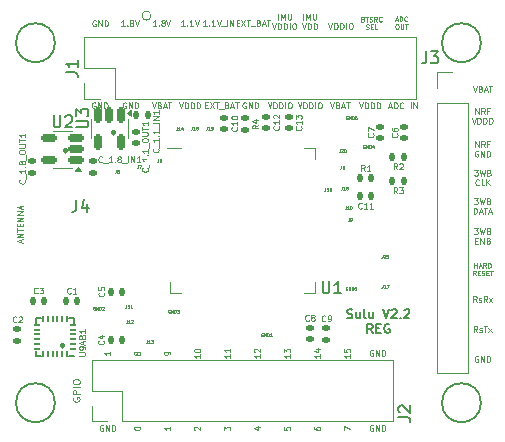
<source format=gbr>
%TF.GenerationSoftware,KiCad,Pcbnew,8.0.4*%
%TF.CreationDate,2024-07-30T23:39:47-07:00*%
%TF.ProjectId,scum3c-devboard,7363756d-3363-42d6-9465-76626f617264,rev?*%
%TF.SameCoordinates,Original*%
%TF.FileFunction,Legend,Top*%
%TF.FilePolarity,Positive*%
%FSLAX46Y46*%
G04 Gerber Fmt 4.6, Leading zero omitted, Abs format (unit mm)*
G04 Created by KiCad (PCBNEW 8.0.4) date 2024-07-30 23:39:47*
%MOMM*%
%LPD*%
G01*
G04 APERTURE LIST*
G04 Aperture macros list*
%AMRoundRect*
0 Rectangle with rounded corners*
0 $1 Rounding radius*
0 $2 $3 $4 $5 $6 $7 $8 $9 X,Y pos of 4 corners*
0 Add a 4 corners polygon primitive as box body*
4,1,4,$2,$3,$4,$5,$6,$7,$8,$9,$2,$3,0*
0 Add four circle primitives for the rounded corners*
1,1,$1+$1,$2,$3*
1,1,$1+$1,$4,$5*
1,1,$1+$1,$6,$7*
1,1,$1+$1,$8,$9*
0 Add four rect primitives between the rounded corners*
20,1,$1+$1,$2,$3,$4,$5,0*
20,1,$1+$1,$4,$5,$6,$7,0*
20,1,$1+$1,$6,$7,$8,$9,0*
20,1,$1+$1,$8,$9,$2,$3,0*%
G04 Aperture macros list end*
%ADD10C,0.150000*%
%ADD11C,0.254000*%
%ADD12C,0.100000*%
%ADD13C,0.080000*%
%ADD14C,0.127000*%
%ADD15C,0.101600*%
%ADD16C,0.050800*%
%ADD17C,0.125000*%
%ADD18C,0.120000*%
%ADD19RoundRect,0.150000X-0.150000X0.512500X-0.150000X-0.512500X0.150000X-0.512500X0.150000X0.512500X0*%
%ADD20RoundRect,0.150000X0.512500X0.150000X-0.512500X0.150000X-0.512500X-0.150000X0.512500X-0.150000X0*%
%ADD21O,0.800000X0.200000*%
%ADD22O,0.200000X0.800000*%
%ADD23C,0.568750*%
%ADD24R,1.137500X1.137500*%
%ADD25R,1.700000X1.700000*%
%ADD26O,1.700000X1.700000*%
%ADD27RoundRect,0.147500X0.147500X0.172500X-0.147500X0.172500X-0.147500X-0.172500X0.147500X-0.172500X0*%
%ADD28RoundRect,0.147500X-0.172500X0.147500X-0.172500X-0.147500X0.172500X-0.147500X0.172500X0.147500X0*%
%ADD29RoundRect,0.147500X0.172500X-0.147500X0.172500X0.147500X-0.172500X0.147500X-0.172500X-0.147500X0*%
%ADD30RoundRect,0.147500X-0.147500X-0.172500X0.147500X-0.172500X0.147500X0.172500X-0.147500X0.172500X0*%
%ADD31C,0.762000*%
%ADD32RoundRect,0.050000X0.225000X0.050000X-0.225000X0.050000X-0.225000X-0.050000X0.225000X-0.050000X0*%
%ADD33RoundRect,0.050000X-0.050000X0.225000X-0.050000X-0.225000X0.050000X-0.225000X0.050000X0.225000X0*%
%ADD34C,2.400000*%
%ADD35C,1.574800*%
G04 APERTURE END LIST*
D10*
X116713000Y-84074000D02*
G75*
G02*
X113411000Y-84074000I-1651000J0D01*
G01*
X113411000Y-84074000D02*
G75*
G02*
X116713000Y-84074000I1651000J0D01*
G01*
X80645000Y-84074000D02*
G75*
G02*
X77343000Y-84074000I-1651000J0D01*
G01*
X77343000Y-84074000D02*
G75*
G02*
X80645000Y-84074000I1651000J0D01*
G01*
X116713000Y-53594000D02*
G75*
G02*
X113411000Y-53594000I-1651000J0D01*
G01*
X113411000Y-53594000D02*
G75*
G02*
X116713000Y-53594000I1651000J0D01*
G01*
X80645000Y-53594000D02*
G75*
G02*
X77343000Y-53594000I-1651000J0D01*
G01*
X77343000Y-53594000D02*
G75*
G02*
X80645000Y-53594000I1651000J0D01*
G01*
D11*
X81407000Y-79248000D02*
G75*
G02*
X81153000Y-79248000I-127000J0D01*
G01*
X81153000Y-79248000D02*
G75*
G02*
X81407000Y-79248000I127000J0D01*
G01*
X85725000Y-61214000D02*
G75*
G02*
X85471000Y-61214000I-127000J0D01*
G01*
X85471000Y-61214000D02*
G75*
G02*
X85725000Y-61214000I127000J0D01*
G01*
X81661000Y-62738000D02*
G75*
G02*
X81407000Y-62738000I-127000J0D01*
G01*
X81407000Y-62738000D02*
G75*
G02*
X81661000Y-62738000I127000J0D01*
G01*
D12*
X116018572Y-57257109D02*
X116185238Y-57757109D01*
X116185238Y-57757109D02*
X116351905Y-57257109D01*
X116685238Y-57495204D02*
X116756666Y-57519014D01*
X116756666Y-57519014D02*
X116780476Y-57542823D01*
X116780476Y-57542823D02*
X116804285Y-57590442D01*
X116804285Y-57590442D02*
X116804285Y-57661871D01*
X116804285Y-57661871D02*
X116780476Y-57709490D01*
X116780476Y-57709490D02*
X116756666Y-57733300D01*
X116756666Y-57733300D02*
X116709047Y-57757109D01*
X116709047Y-57757109D02*
X116518571Y-57757109D01*
X116518571Y-57757109D02*
X116518571Y-57257109D01*
X116518571Y-57257109D02*
X116685238Y-57257109D01*
X116685238Y-57257109D02*
X116732857Y-57280919D01*
X116732857Y-57280919D02*
X116756666Y-57304728D01*
X116756666Y-57304728D02*
X116780476Y-57352347D01*
X116780476Y-57352347D02*
X116780476Y-57399966D01*
X116780476Y-57399966D02*
X116756666Y-57447585D01*
X116756666Y-57447585D02*
X116732857Y-57471395D01*
X116732857Y-57471395D02*
X116685238Y-57495204D01*
X116685238Y-57495204D02*
X116518571Y-57495204D01*
X116994762Y-57614252D02*
X117232857Y-57614252D01*
X116947143Y-57757109D02*
X117113809Y-57257109D01*
X117113809Y-57257109D02*
X117280476Y-57757109D01*
X117375714Y-57257109D02*
X117661428Y-57257109D01*
X117518571Y-57757109D02*
X117518571Y-57257109D01*
X116459047Y-80140919D02*
X116411428Y-80117109D01*
X116411428Y-80117109D02*
X116339999Y-80117109D01*
X116339999Y-80117109D02*
X116268571Y-80140919D01*
X116268571Y-80140919D02*
X116220952Y-80188538D01*
X116220952Y-80188538D02*
X116197142Y-80236157D01*
X116197142Y-80236157D02*
X116173333Y-80331395D01*
X116173333Y-80331395D02*
X116173333Y-80402823D01*
X116173333Y-80402823D02*
X116197142Y-80498061D01*
X116197142Y-80498061D02*
X116220952Y-80545680D01*
X116220952Y-80545680D02*
X116268571Y-80593300D01*
X116268571Y-80593300D02*
X116339999Y-80617109D01*
X116339999Y-80617109D02*
X116387618Y-80617109D01*
X116387618Y-80617109D02*
X116459047Y-80593300D01*
X116459047Y-80593300D02*
X116482856Y-80569490D01*
X116482856Y-80569490D02*
X116482856Y-80402823D01*
X116482856Y-80402823D02*
X116387618Y-80402823D01*
X116697142Y-80617109D02*
X116697142Y-80117109D01*
X116697142Y-80117109D02*
X116982856Y-80617109D01*
X116982856Y-80617109D02*
X116982856Y-80117109D01*
X117220952Y-80617109D02*
X117220952Y-80117109D01*
X117220952Y-80117109D02*
X117340000Y-80117109D01*
X117340000Y-80117109D02*
X117411428Y-80140919D01*
X117411428Y-80140919D02*
X117459047Y-80188538D01*
X117459047Y-80188538D02*
X117482857Y-80236157D01*
X117482857Y-80236157D02*
X117506666Y-80331395D01*
X117506666Y-80331395D02*
X117506666Y-80402823D01*
X117506666Y-80402823D02*
X117482857Y-80498061D01*
X117482857Y-80498061D02*
X117459047Y-80545680D01*
X117459047Y-80545680D02*
X117411428Y-80593300D01*
X117411428Y-80593300D02*
X117340000Y-80617109D01*
X117340000Y-80617109D02*
X117220952Y-80617109D01*
X87570395Y-79930618D02*
X87546585Y-79978237D01*
X87546585Y-79978237D02*
X87522776Y-80002047D01*
X87522776Y-80002047D02*
X87475157Y-80025856D01*
X87475157Y-80025856D02*
X87451347Y-80025856D01*
X87451347Y-80025856D02*
X87403728Y-80002047D01*
X87403728Y-80002047D02*
X87379919Y-79978237D01*
X87379919Y-79978237D02*
X87356109Y-79930618D01*
X87356109Y-79930618D02*
X87356109Y-79835380D01*
X87356109Y-79835380D02*
X87379919Y-79787761D01*
X87379919Y-79787761D02*
X87403728Y-79763952D01*
X87403728Y-79763952D02*
X87451347Y-79740142D01*
X87451347Y-79740142D02*
X87475157Y-79740142D01*
X87475157Y-79740142D02*
X87522776Y-79763952D01*
X87522776Y-79763952D02*
X87546585Y-79787761D01*
X87546585Y-79787761D02*
X87570395Y-79835380D01*
X87570395Y-79835380D02*
X87570395Y-79930618D01*
X87570395Y-79930618D02*
X87594204Y-79978237D01*
X87594204Y-79978237D02*
X87618014Y-80002047D01*
X87618014Y-80002047D02*
X87665633Y-80025856D01*
X87665633Y-80025856D02*
X87760871Y-80025856D01*
X87760871Y-80025856D02*
X87808490Y-80002047D01*
X87808490Y-80002047D02*
X87832300Y-79978237D01*
X87832300Y-79978237D02*
X87856109Y-79930618D01*
X87856109Y-79930618D02*
X87856109Y-79835380D01*
X87856109Y-79835380D02*
X87832300Y-79787761D01*
X87832300Y-79787761D02*
X87808490Y-79763952D01*
X87808490Y-79763952D02*
X87760871Y-79740142D01*
X87760871Y-79740142D02*
X87665633Y-79740142D01*
X87665633Y-79740142D02*
X87618014Y-79763952D01*
X87618014Y-79763952D02*
X87594204Y-79787761D01*
X87594204Y-79787761D02*
X87570395Y-79835380D01*
X97682776Y-86137761D02*
X98016109Y-86137761D01*
X97492300Y-86256809D02*
X97849442Y-86375856D01*
X97849442Y-86375856D02*
X97849442Y-86066333D01*
X90396109Y-79978237D02*
X90396109Y-79882999D01*
X90396109Y-79882999D02*
X90372300Y-79835380D01*
X90372300Y-79835380D02*
X90348490Y-79811571D01*
X90348490Y-79811571D02*
X90277061Y-79763952D01*
X90277061Y-79763952D02*
X90181823Y-79740142D01*
X90181823Y-79740142D02*
X89991347Y-79740142D01*
X89991347Y-79740142D02*
X89943728Y-79763952D01*
X89943728Y-79763952D02*
X89919919Y-79787761D01*
X89919919Y-79787761D02*
X89896109Y-79835380D01*
X89896109Y-79835380D02*
X89896109Y-79930618D01*
X89896109Y-79930618D02*
X89919919Y-79978237D01*
X89919919Y-79978237D02*
X89943728Y-80002047D01*
X89943728Y-80002047D02*
X89991347Y-80025856D01*
X89991347Y-80025856D02*
X90110395Y-80025856D01*
X90110395Y-80025856D02*
X90158014Y-80002047D01*
X90158014Y-80002047D02*
X90181823Y-79978237D01*
X90181823Y-79978237D02*
X90205633Y-79930618D01*
X90205633Y-79930618D02*
X90205633Y-79835380D01*
X90205633Y-79835380D02*
X90181823Y-79787761D01*
X90181823Y-79787761D02*
X90158014Y-79763952D01*
X90158014Y-79763952D02*
X90110395Y-79740142D01*
X92936109Y-79978237D02*
X92936109Y-80263951D01*
X92936109Y-80121094D02*
X92436109Y-80121094D01*
X92436109Y-80121094D02*
X92507538Y-80168713D01*
X92507538Y-80168713D02*
X92555157Y-80216332D01*
X92555157Y-80216332D02*
X92578966Y-80263951D01*
X92436109Y-79668714D02*
X92436109Y-79621095D01*
X92436109Y-79621095D02*
X92459919Y-79573476D01*
X92459919Y-79573476D02*
X92483728Y-79549666D01*
X92483728Y-79549666D02*
X92531347Y-79525857D01*
X92531347Y-79525857D02*
X92626585Y-79502047D01*
X92626585Y-79502047D02*
X92745633Y-79502047D01*
X92745633Y-79502047D02*
X92840871Y-79525857D01*
X92840871Y-79525857D02*
X92888490Y-79549666D01*
X92888490Y-79549666D02*
X92912300Y-79573476D01*
X92912300Y-79573476D02*
X92936109Y-79621095D01*
X92936109Y-79621095D02*
X92936109Y-79668714D01*
X92936109Y-79668714D02*
X92912300Y-79716333D01*
X92912300Y-79716333D02*
X92888490Y-79740142D01*
X92888490Y-79740142D02*
X92840871Y-79763952D01*
X92840871Y-79763952D02*
X92745633Y-79787761D01*
X92745633Y-79787761D02*
X92626585Y-79787761D01*
X92626585Y-79787761D02*
X92531347Y-79763952D01*
X92531347Y-79763952D02*
X92483728Y-79740142D01*
X92483728Y-79740142D02*
X92459919Y-79716333D01*
X92459919Y-79716333D02*
X92436109Y-79668714D01*
X90396109Y-86090142D02*
X90396109Y-86375856D01*
X90396109Y-86232999D02*
X89896109Y-86232999D01*
X89896109Y-86232999D02*
X89967538Y-86280618D01*
X89967538Y-86280618D02*
X90015157Y-86328237D01*
X90015157Y-86328237D02*
X90038966Y-86375856D01*
X100056109Y-86113952D02*
X100056109Y-86352047D01*
X100056109Y-86352047D02*
X100294204Y-86375856D01*
X100294204Y-86375856D02*
X100270395Y-86352047D01*
X100270395Y-86352047D02*
X100246585Y-86304428D01*
X100246585Y-86304428D02*
X100246585Y-86185380D01*
X100246585Y-86185380D02*
X100270395Y-86137761D01*
X100270395Y-86137761D02*
X100294204Y-86113952D01*
X100294204Y-86113952D02*
X100341823Y-86090142D01*
X100341823Y-86090142D02*
X100460871Y-86090142D01*
X100460871Y-86090142D02*
X100508490Y-86113952D01*
X100508490Y-86113952D02*
X100532300Y-86137761D01*
X100532300Y-86137761D02*
X100556109Y-86185380D01*
X100556109Y-86185380D02*
X100556109Y-86304428D01*
X100556109Y-86304428D02*
X100532300Y-86352047D01*
X100532300Y-86352047D02*
X100508490Y-86375856D01*
X105136109Y-86399666D02*
X105136109Y-86066333D01*
X105136109Y-86066333D02*
X105636109Y-86280618D01*
X92483728Y-86375856D02*
X92459919Y-86352047D01*
X92459919Y-86352047D02*
X92436109Y-86304428D01*
X92436109Y-86304428D02*
X92436109Y-86185380D01*
X92436109Y-86185380D02*
X92459919Y-86137761D01*
X92459919Y-86137761D02*
X92483728Y-86113952D01*
X92483728Y-86113952D02*
X92531347Y-86090142D01*
X92531347Y-86090142D02*
X92578966Y-86090142D01*
X92578966Y-86090142D02*
X92650395Y-86113952D01*
X92650395Y-86113952D02*
X92936109Y-86399666D01*
X92936109Y-86399666D02*
X92936109Y-86090142D01*
X102596109Y-86137761D02*
X102596109Y-86232999D01*
X102596109Y-86232999D02*
X102619919Y-86280618D01*
X102619919Y-86280618D02*
X102643728Y-86304428D01*
X102643728Y-86304428D02*
X102715157Y-86352047D01*
X102715157Y-86352047D02*
X102810395Y-86375856D01*
X102810395Y-86375856D02*
X103000871Y-86375856D01*
X103000871Y-86375856D02*
X103048490Y-86352047D01*
X103048490Y-86352047D02*
X103072300Y-86328237D01*
X103072300Y-86328237D02*
X103096109Y-86280618D01*
X103096109Y-86280618D02*
X103096109Y-86185380D01*
X103096109Y-86185380D02*
X103072300Y-86137761D01*
X103072300Y-86137761D02*
X103048490Y-86113952D01*
X103048490Y-86113952D02*
X103000871Y-86090142D01*
X103000871Y-86090142D02*
X102881823Y-86090142D01*
X102881823Y-86090142D02*
X102834204Y-86113952D01*
X102834204Y-86113952D02*
X102810395Y-86137761D01*
X102810395Y-86137761D02*
X102786585Y-86185380D01*
X102786585Y-86185380D02*
X102786585Y-86280618D01*
X102786585Y-86280618D02*
X102810395Y-86328237D01*
X102810395Y-86328237D02*
X102834204Y-86352047D01*
X102834204Y-86352047D02*
X102881823Y-86375856D01*
X87356109Y-86256809D02*
X87356109Y-86209190D01*
X87356109Y-86209190D02*
X87379919Y-86161571D01*
X87379919Y-86161571D02*
X87403728Y-86137761D01*
X87403728Y-86137761D02*
X87451347Y-86113952D01*
X87451347Y-86113952D02*
X87546585Y-86090142D01*
X87546585Y-86090142D02*
X87665633Y-86090142D01*
X87665633Y-86090142D02*
X87760871Y-86113952D01*
X87760871Y-86113952D02*
X87808490Y-86137761D01*
X87808490Y-86137761D02*
X87832300Y-86161571D01*
X87832300Y-86161571D02*
X87856109Y-86209190D01*
X87856109Y-86209190D02*
X87856109Y-86256809D01*
X87856109Y-86256809D02*
X87832300Y-86304428D01*
X87832300Y-86304428D02*
X87808490Y-86328237D01*
X87808490Y-86328237D02*
X87760871Y-86352047D01*
X87760871Y-86352047D02*
X87665633Y-86375856D01*
X87665633Y-86375856D02*
X87546585Y-86375856D01*
X87546585Y-86375856D02*
X87451347Y-86352047D01*
X87451347Y-86352047D02*
X87403728Y-86328237D01*
X87403728Y-86328237D02*
X87379919Y-86304428D01*
X87379919Y-86304428D02*
X87356109Y-86256809D01*
X105636109Y-79978237D02*
X105636109Y-80263951D01*
X105636109Y-80121094D02*
X105136109Y-80121094D01*
X105136109Y-80121094D02*
X105207538Y-80168713D01*
X105207538Y-80168713D02*
X105255157Y-80216332D01*
X105255157Y-80216332D02*
X105278966Y-80263951D01*
X105136109Y-79525857D02*
X105136109Y-79763952D01*
X105136109Y-79763952D02*
X105374204Y-79787761D01*
X105374204Y-79787761D02*
X105350395Y-79763952D01*
X105350395Y-79763952D02*
X105326585Y-79716333D01*
X105326585Y-79716333D02*
X105326585Y-79597285D01*
X105326585Y-79597285D02*
X105350395Y-79549666D01*
X105350395Y-79549666D02*
X105374204Y-79525857D01*
X105374204Y-79525857D02*
X105421823Y-79502047D01*
X105421823Y-79502047D02*
X105540871Y-79502047D01*
X105540871Y-79502047D02*
X105588490Y-79525857D01*
X105588490Y-79525857D02*
X105612300Y-79549666D01*
X105612300Y-79549666D02*
X105636109Y-79597285D01*
X105636109Y-79597285D02*
X105636109Y-79716333D01*
X105636109Y-79716333D02*
X105612300Y-79763952D01*
X105612300Y-79763952D02*
X105588490Y-79787761D01*
X82170942Y-83649999D02*
X82142371Y-83707142D01*
X82142371Y-83707142D02*
X82142371Y-83792856D01*
X82142371Y-83792856D02*
X82170942Y-83878570D01*
X82170942Y-83878570D02*
X82228085Y-83935713D01*
X82228085Y-83935713D02*
X82285228Y-83964284D01*
X82285228Y-83964284D02*
X82399514Y-83992856D01*
X82399514Y-83992856D02*
X82485228Y-83992856D01*
X82485228Y-83992856D02*
X82599514Y-83964284D01*
X82599514Y-83964284D02*
X82656657Y-83935713D01*
X82656657Y-83935713D02*
X82713800Y-83878570D01*
X82713800Y-83878570D02*
X82742371Y-83792856D01*
X82742371Y-83792856D02*
X82742371Y-83735713D01*
X82742371Y-83735713D02*
X82713800Y-83649999D01*
X82713800Y-83649999D02*
X82685228Y-83621427D01*
X82685228Y-83621427D02*
X82485228Y-83621427D01*
X82485228Y-83621427D02*
X82485228Y-83735713D01*
X82742371Y-83364284D02*
X82142371Y-83364284D01*
X82142371Y-83364284D02*
X82142371Y-83135713D01*
X82142371Y-83135713D02*
X82170942Y-83078570D01*
X82170942Y-83078570D02*
X82199514Y-83049999D01*
X82199514Y-83049999D02*
X82256657Y-83021427D01*
X82256657Y-83021427D02*
X82342371Y-83021427D01*
X82342371Y-83021427D02*
X82399514Y-83049999D01*
X82399514Y-83049999D02*
X82428085Y-83078570D01*
X82428085Y-83078570D02*
X82456657Y-83135713D01*
X82456657Y-83135713D02*
X82456657Y-83364284D01*
X82742371Y-82764284D02*
X82142371Y-82764284D01*
X82142371Y-82364285D02*
X82142371Y-82249999D01*
X82142371Y-82249999D02*
X82170942Y-82192856D01*
X82170942Y-82192856D02*
X82228085Y-82135713D01*
X82228085Y-82135713D02*
X82342371Y-82107142D01*
X82342371Y-82107142D02*
X82542371Y-82107142D01*
X82542371Y-82107142D02*
X82656657Y-82135713D01*
X82656657Y-82135713D02*
X82713800Y-82192856D01*
X82713800Y-82192856D02*
X82742371Y-82249999D01*
X82742371Y-82249999D02*
X82742371Y-82364285D01*
X82742371Y-82364285D02*
X82713800Y-82421428D01*
X82713800Y-82421428D02*
X82656657Y-82478570D01*
X82656657Y-82478570D02*
X82542371Y-82507142D01*
X82542371Y-82507142D02*
X82342371Y-82507142D01*
X82342371Y-82507142D02*
X82228085Y-82478570D01*
X82228085Y-82478570D02*
X82170942Y-82421428D01*
X82170942Y-82421428D02*
X82142371Y-82364285D01*
D13*
X106727714Y-51592374D02*
X106784857Y-51611422D01*
X106784857Y-51611422D02*
X106803904Y-51630470D01*
X106803904Y-51630470D02*
X106822952Y-51668565D01*
X106822952Y-51668565D02*
X106822952Y-51725708D01*
X106822952Y-51725708D02*
X106803904Y-51763803D01*
X106803904Y-51763803D02*
X106784857Y-51782851D01*
X106784857Y-51782851D02*
X106746762Y-51801898D01*
X106746762Y-51801898D02*
X106594381Y-51801898D01*
X106594381Y-51801898D02*
X106594381Y-51401898D01*
X106594381Y-51401898D02*
X106727714Y-51401898D01*
X106727714Y-51401898D02*
X106765809Y-51420946D01*
X106765809Y-51420946D02*
X106784857Y-51439993D01*
X106784857Y-51439993D02*
X106803904Y-51478089D01*
X106803904Y-51478089D02*
X106803904Y-51516184D01*
X106803904Y-51516184D02*
X106784857Y-51554279D01*
X106784857Y-51554279D02*
X106765809Y-51573327D01*
X106765809Y-51573327D02*
X106727714Y-51592374D01*
X106727714Y-51592374D02*
X106594381Y-51592374D01*
X106937238Y-51401898D02*
X107165809Y-51401898D01*
X107051523Y-51801898D02*
X107051523Y-51401898D01*
X107280095Y-51782851D02*
X107337238Y-51801898D01*
X107337238Y-51801898D02*
X107432476Y-51801898D01*
X107432476Y-51801898D02*
X107470571Y-51782851D01*
X107470571Y-51782851D02*
X107489619Y-51763803D01*
X107489619Y-51763803D02*
X107508666Y-51725708D01*
X107508666Y-51725708D02*
X107508666Y-51687612D01*
X107508666Y-51687612D02*
X107489619Y-51649517D01*
X107489619Y-51649517D02*
X107470571Y-51630470D01*
X107470571Y-51630470D02*
X107432476Y-51611422D01*
X107432476Y-51611422D02*
X107356285Y-51592374D01*
X107356285Y-51592374D02*
X107318190Y-51573327D01*
X107318190Y-51573327D02*
X107299143Y-51554279D01*
X107299143Y-51554279D02*
X107280095Y-51516184D01*
X107280095Y-51516184D02*
X107280095Y-51478089D01*
X107280095Y-51478089D02*
X107299143Y-51439993D01*
X107299143Y-51439993D02*
X107318190Y-51420946D01*
X107318190Y-51420946D02*
X107356285Y-51401898D01*
X107356285Y-51401898D02*
X107451524Y-51401898D01*
X107451524Y-51401898D02*
X107508666Y-51420946D01*
X107908666Y-51801898D02*
X107775333Y-51611422D01*
X107680095Y-51801898D02*
X107680095Y-51401898D01*
X107680095Y-51401898D02*
X107832476Y-51401898D01*
X107832476Y-51401898D02*
X107870571Y-51420946D01*
X107870571Y-51420946D02*
X107889618Y-51439993D01*
X107889618Y-51439993D02*
X107908666Y-51478089D01*
X107908666Y-51478089D02*
X107908666Y-51535231D01*
X107908666Y-51535231D02*
X107889618Y-51573327D01*
X107889618Y-51573327D02*
X107870571Y-51592374D01*
X107870571Y-51592374D02*
X107832476Y-51611422D01*
X107832476Y-51611422D02*
X107680095Y-51611422D01*
X108308666Y-51763803D02*
X108289618Y-51782851D01*
X108289618Y-51782851D02*
X108232476Y-51801898D01*
X108232476Y-51801898D02*
X108194380Y-51801898D01*
X108194380Y-51801898D02*
X108137237Y-51782851D01*
X108137237Y-51782851D02*
X108099142Y-51744755D01*
X108099142Y-51744755D02*
X108080095Y-51706660D01*
X108080095Y-51706660D02*
X108061047Y-51630470D01*
X108061047Y-51630470D02*
X108061047Y-51573327D01*
X108061047Y-51573327D02*
X108080095Y-51497136D01*
X108080095Y-51497136D02*
X108099142Y-51459041D01*
X108099142Y-51459041D02*
X108137237Y-51420946D01*
X108137237Y-51420946D02*
X108194380Y-51401898D01*
X108194380Y-51401898D02*
X108232476Y-51401898D01*
X108232476Y-51401898D02*
X108289618Y-51420946D01*
X108289618Y-51420946D02*
X108308666Y-51439993D01*
X106984857Y-52426829D02*
X107042000Y-52445876D01*
X107042000Y-52445876D02*
X107137238Y-52445876D01*
X107137238Y-52445876D02*
X107175333Y-52426829D01*
X107175333Y-52426829D02*
X107194381Y-52407781D01*
X107194381Y-52407781D02*
X107213428Y-52369686D01*
X107213428Y-52369686D02*
X107213428Y-52331590D01*
X107213428Y-52331590D02*
X107194381Y-52293495D01*
X107194381Y-52293495D02*
X107175333Y-52274448D01*
X107175333Y-52274448D02*
X107137238Y-52255400D01*
X107137238Y-52255400D02*
X107061047Y-52236352D01*
X107061047Y-52236352D02*
X107022952Y-52217305D01*
X107022952Y-52217305D02*
X107003905Y-52198257D01*
X107003905Y-52198257D02*
X106984857Y-52160162D01*
X106984857Y-52160162D02*
X106984857Y-52122067D01*
X106984857Y-52122067D02*
X107003905Y-52083971D01*
X107003905Y-52083971D02*
X107022952Y-52064924D01*
X107022952Y-52064924D02*
X107061047Y-52045876D01*
X107061047Y-52045876D02*
X107156286Y-52045876D01*
X107156286Y-52045876D02*
X107213428Y-52064924D01*
X107384857Y-52236352D02*
X107518190Y-52236352D01*
X107575333Y-52445876D02*
X107384857Y-52445876D01*
X107384857Y-52445876D02*
X107384857Y-52045876D01*
X107384857Y-52045876D02*
X107575333Y-52045876D01*
X107937238Y-52445876D02*
X107746762Y-52445876D01*
X107746762Y-52445876D02*
X107746762Y-52045876D01*
D12*
X95476109Y-79978237D02*
X95476109Y-80263951D01*
X95476109Y-80121094D02*
X94976109Y-80121094D01*
X94976109Y-80121094D02*
X95047538Y-80168713D01*
X95047538Y-80168713D02*
X95095157Y-80216332D01*
X95095157Y-80216332D02*
X95118966Y-80263951D01*
X95476109Y-79502047D02*
X95476109Y-79787761D01*
X95476109Y-79644904D02*
X94976109Y-79644904D01*
X94976109Y-79644904D02*
X95047538Y-79692523D01*
X95047538Y-79692523D02*
X95095157Y-79740142D01*
X95095157Y-79740142D02*
X95118966Y-79787761D01*
X116232857Y-59640623D02*
X116232857Y-59140623D01*
X116232857Y-59140623D02*
X116518571Y-59640623D01*
X116518571Y-59640623D02*
X116518571Y-59140623D01*
X117042381Y-59640623D02*
X116875715Y-59402528D01*
X116756667Y-59640623D02*
X116756667Y-59140623D01*
X116756667Y-59140623D02*
X116947143Y-59140623D01*
X116947143Y-59140623D02*
X116994762Y-59164433D01*
X116994762Y-59164433D02*
X117018572Y-59188242D01*
X117018572Y-59188242D02*
X117042381Y-59235861D01*
X117042381Y-59235861D02*
X117042381Y-59307290D01*
X117042381Y-59307290D02*
X117018572Y-59354909D01*
X117018572Y-59354909D02*
X116994762Y-59378718D01*
X116994762Y-59378718D02*
X116947143Y-59402528D01*
X116947143Y-59402528D02*
X116756667Y-59402528D01*
X117423334Y-59378718D02*
X117256667Y-59378718D01*
X117256667Y-59640623D02*
X117256667Y-59140623D01*
X117256667Y-59140623D02*
X117494762Y-59140623D01*
X115923334Y-59945595D02*
X116090000Y-60445595D01*
X116090000Y-60445595D02*
X116256667Y-59945595D01*
X116423333Y-60445595D02*
X116423333Y-59945595D01*
X116423333Y-59945595D02*
X116542381Y-59945595D01*
X116542381Y-59945595D02*
X116613809Y-59969405D01*
X116613809Y-59969405D02*
X116661428Y-60017024D01*
X116661428Y-60017024D02*
X116685238Y-60064643D01*
X116685238Y-60064643D02*
X116709047Y-60159881D01*
X116709047Y-60159881D02*
X116709047Y-60231309D01*
X116709047Y-60231309D02*
X116685238Y-60326547D01*
X116685238Y-60326547D02*
X116661428Y-60374166D01*
X116661428Y-60374166D02*
X116613809Y-60421786D01*
X116613809Y-60421786D02*
X116542381Y-60445595D01*
X116542381Y-60445595D02*
X116423333Y-60445595D01*
X116923333Y-60445595D02*
X116923333Y-59945595D01*
X116923333Y-59945595D02*
X117042381Y-59945595D01*
X117042381Y-59945595D02*
X117113809Y-59969405D01*
X117113809Y-59969405D02*
X117161428Y-60017024D01*
X117161428Y-60017024D02*
X117185238Y-60064643D01*
X117185238Y-60064643D02*
X117209047Y-60159881D01*
X117209047Y-60159881D02*
X117209047Y-60231309D01*
X117209047Y-60231309D02*
X117185238Y-60326547D01*
X117185238Y-60326547D02*
X117161428Y-60374166D01*
X117161428Y-60374166D02*
X117113809Y-60421786D01*
X117113809Y-60421786D02*
X117042381Y-60445595D01*
X117042381Y-60445595D02*
X116923333Y-60445595D01*
X117423333Y-60445595D02*
X117423333Y-59945595D01*
X117423333Y-59945595D02*
X117542381Y-59945595D01*
X117542381Y-59945595D02*
X117613809Y-59969405D01*
X117613809Y-59969405D02*
X117661428Y-60017024D01*
X117661428Y-60017024D02*
X117685238Y-60064643D01*
X117685238Y-60064643D02*
X117709047Y-60159881D01*
X117709047Y-60159881D02*
X117709047Y-60231309D01*
X117709047Y-60231309D02*
X117685238Y-60326547D01*
X117685238Y-60326547D02*
X117661428Y-60374166D01*
X117661428Y-60374166D02*
X117613809Y-60421786D01*
X117613809Y-60421786D02*
X117542381Y-60445595D01*
X117542381Y-60445595D02*
X117423333Y-60445595D01*
X103802381Y-51926109D02*
X103969047Y-52426109D01*
X103969047Y-52426109D02*
X104135714Y-51926109D01*
X104302380Y-52426109D02*
X104302380Y-51926109D01*
X104302380Y-51926109D02*
X104421428Y-51926109D01*
X104421428Y-51926109D02*
X104492856Y-51949919D01*
X104492856Y-51949919D02*
X104540475Y-51997538D01*
X104540475Y-51997538D02*
X104564285Y-52045157D01*
X104564285Y-52045157D02*
X104588094Y-52140395D01*
X104588094Y-52140395D02*
X104588094Y-52211823D01*
X104588094Y-52211823D02*
X104564285Y-52307061D01*
X104564285Y-52307061D02*
X104540475Y-52354680D01*
X104540475Y-52354680D02*
X104492856Y-52402300D01*
X104492856Y-52402300D02*
X104421428Y-52426109D01*
X104421428Y-52426109D02*
X104302380Y-52426109D01*
X104802380Y-52426109D02*
X104802380Y-51926109D01*
X104802380Y-51926109D02*
X104921428Y-51926109D01*
X104921428Y-51926109D02*
X104992856Y-51949919D01*
X104992856Y-51949919D02*
X105040475Y-51997538D01*
X105040475Y-51997538D02*
X105064285Y-52045157D01*
X105064285Y-52045157D02*
X105088094Y-52140395D01*
X105088094Y-52140395D02*
X105088094Y-52211823D01*
X105088094Y-52211823D02*
X105064285Y-52307061D01*
X105064285Y-52307061D02*
X105040475Y-52354680D01*
X105040475Y-52354680D02*
X104992856Y-52402300D01*
X104992856Y-52402300D02*
X104921428Y-52426109D01*
X104921428Y-52426109D02*
X104802380Y-52426109D01*
X105302380Y-52426109D02*
X105302380Y-51926109D01*
X105635713Y-51926109D02*
X105730951Y-51926109D01*
X105730951Y-51926109D02*
X105778570Y-51949919D01*
X105778570Y-51949919D02*
X105826189Y-51997538D01*
X105826189Y-51997538D02*
X105849999Y-52092776D01*
X105849999Y-52092776D02*
X105849999Y-52259442D01*
X105849999Y-52259442D02*
X105826189Y-52354680D01*
X105826189Y-52354680D02*
X105778570Y-52402300D01*
X105778570Y-52402300D02*
X105730951Y-52426109D01*
X105730951Y-52426109D02*
X105635713Y-52426109D01*
X105635713Y-52426109D02*
X105588094Y-52402300D01*
X105588094Y-52402300D02*
X105540475Y-52354680D01*
X105540475Y-52354680D02*
X105516666Y-52259442D01*
X105516666Y-52259442D02*
X105516666Y-52092776D01*
X105516666Y-52092776D02*
X105540475Y-51997538D01*
X105540475Y-51997538D02*
X105588094Y-51949919D01*
X105588094Y-51949919D02*
X105635713Y-51926109D01*
X84089047Y-51719919D02*
X84041428Y-51696109D01*
X84041428Y-51696109D02*
X83969999Y-51696109D01*
X83969999Y-51696109D02*
X83898571Y-51719919D01*
X83898571Y-51719919D02*
X83850952Y-51767538D01*
X83850952Y-51767538D02*
X83827142Y-51815157D01*
X83827142Y-51815157D02*
X83803333Y-51910395D01*
X83803333Y-51910395D02*
X83803333Y-51981823D01*
X83803333Y-51981823D02*
X83827142Y-52077061D01*
X83827142Y-52077061D02*
X83850952Y-52124680D01*
X83850952Y-52124680D02*
X83898571Y-52172300D01*
X83898571Y-52172300D02*
X83969999Y-52196109D01*
X83969999Y-52196109D02*
X84017618Y-52196109D01*
X84017618Y-52196109D02*
X84089047Y-52172300D01*
X84089047Y-52172300D02*
X84112856Y-52148490D01*
X84112856Y-52148490D02*
X84112856Y-51981823D01*
X84112856Y-51981823D02*
X84017618Y-51981823D01*
X84327142Y-52196109D02*
X84327142Y-51696109D01*
X84327142Y-51696109D02*
X84612856Y-52196109D01*
X84612856Y-52196109D02*
X84612856Y-51696109D01*
X84850952Y-52196109D02*
X84850952Y-51696109D01*
X84850952Y-51696109D02*
X84970000Y-51696109D01*
X84970000Y-51696109D02*
X85041428Y-51719919D01*
X85041428Y-51719919D02*
X85089047Y-51767538D01*
X85089047Y-51767538D02*
X85112857Y-51815157D01*
X85112857Y-51815157D02*
X85136666Y-51910395D01*
X85136666Y-51910395D02*
X85136666Y-51981823D01*
X85136666Y-51981823D02*
X85112857Y-52077061D01*
X85112857Y-52077061D02*
X85089047Y-52124680D01*
X85089047Y-52124680D02*
X85041428Y-52172300D01*
X85041428Y-52172300D02*
X84970000Y-52196109D01*
X84970000Y-52196109D02*
X84850952Y-52196109D01*
D13*
X116164286Y-72638898D02*
X116164286Y-72238898D01*
X116164286Y-72429374D02*
X116392857Y-72429374D01*
X116392857Y-72638898D02*
X116392857Y-72238898D01*
X116564286Y-72524612D02*
X116754762Y-72524612D01*
X116526191Y-72638898D02*
X116659524Y-72238898D01*
X116659524Y-72238898D02*
X116792857Y-72638898D01*
X117154762Y-72638898D02*
X117021429Y-72448422D01*
X116926191Y-72638898D02*
X116926191Y-72238898D01*
X116926191Y-72238898D02*
X117078572Y-72238898D01*
X117078572Y-72238898D02*
X117116667Y-72257946D01*
X117116667Y-72257946D02*
X117135714Y-72276993D01*
X117135714Y-72276993D02*
X117154762Y-72315089D01*
X117154762Y-72315089D02*
X117154762Y-72372231D01*
X117154762Y-72372231D02*
X117135714Y-72410327D01*
X117135714Y-72410327D02*
X117116667Y-72429374D01*
X117116667Y-72429374D02*
X117078572Y-72448422D01*
X117078572Y-72448422D02*
X116926191Y-72448422D01*
X117326191Y-72638898D02*
X117326191Y-72238898D01*
X117326191Y-72238898D02*
X117421429Y-72238898D01*
X117421429Y-72238898D02*
X117478572Y-72257946D01*
X117478572Y-72257946D02*
X117516667Y-72296041D01*
X117516667Y-72296041D02*
X117535714Y-72334136D01*
X117535714Y-72334136D02*
X117554762Y-72410327D01*
X117554762Y-72410327D02*
X117554762Y-72467470D01*
X117554762Y-72467470D02*
X117535714Y-72543660D01*
X117535714Y-72543660D02*
X117516667Y-72581755D01*
X117516667Y-72581755D02*
X117478572Y-72619851D01*
X117478572Y-72619851D02*
X117421429Y-72638898D01*
X117421429Y-72638898D02*
X117326191Y-72638898D01*
X116269047Y-73282876D02*
X116135714Y-73092400D01*
X116040476Y-73282876D02*
X116040476Y-72882876D01*
X116040476Y-72882876D02*
X116192857Y-72882876D01*
X116192857Y-72882876D02*
X116230952Y-72901924D01*
X116230952Y-72901924D02*
X116249999Y-72920971D01*
X116249999Y-72920971D02*
X116269047Y-72959067D01*
X116269047Y-72959067D02*
X116269047Y-73016209D01*
X116269047Y-73016209D02*
X116249999Y-73054305D01*
X116249999Y-73054305D02*
X116230952Y-73073352D01*
X116230952Y-73073352D02*
X116192857Y-73092400D01*
X116192857Y-73092400D02*
X116040476Y-73092400D01*
X116440476Y-73073352D02*
X116573809Y-73073352D01*
X116630952Y-73282876D02*
X116440476Y-73282876D01*
X116440476Y-73282876D02*
X116440476Y-72882876D01*
X116440476Y-72882876D02*
X116630952Y-72882876D01*
X116783333Y-73263829D02*
X116840476Y-73282876D01*
X116840476Y-73282876D02*
X116935714Y-73282876D01*
X116935714Y-73282876D02*
X116973809Y-73263829D01*
X116973809Y-73263829D02*
X116992857Y-73244781D01*
X116992857Y-73244781D02*
X117011904Y-73206686D01*
X117011904Y-73206686D02*
X117011904Y-73168590D01*
X117011904Y-73168590D02*
X116992857Y-73130495D01*
X116992857Y-73130495D02*
X116973809Y-73111448D01*
X116973809Y-73111448D02*
X116935714Y-73092400D01*
X116935714Y-73092400D02*
X116859523Y-73073352D01*
X116859523Y-73073352D02*
X116821428Y-73054305D01*
X116821428Y-73054305D02*
X116802381Y-73035257D01*
X116802381Y-73035257D02*
X116783333Y-72997162D01*
X116783333Y-72997162D02*
X116783333Y-72959067D01*
X116783333Y-72959067D02*
X116802381Y-72920971D01*
X116802381Y-72920971D02*
X116821428Y-72901924D01*
X116821428Y-72901924D02*
X116859523Y-72882876D01*
X116859523Y-72882876D02*
X116954762Y-72882876D01*
X116954762Y-72882876D02*
X117011904Y-72901924D01*
X117183333Y-73073352D02*
X117316666Y-73073352D01*
X117373809Y-73282876D02*
X117183333Y-73282876D01*
X117183333Y-73282876D02*
X117183333Y-72882876D01*
X117183333Y-72882876D02*
X117373809Y-72882876D01*
X117488095Y-72882876D02*
X117716666Y-72882876D01*
X117602380Y-73282876D02*
X117602380Y-72882876D01*
D12*
X107569047Y-85982919D02*
X107521428Y-85959109D01*
X107521428Y-85959109D02*
X107449999Y-85959109D01*
X107449999Y-85959109D02*
X107378571Y-85982919D01*
X107378571Y-85982919D02*
X107330952Y-86030538D01*
X107330952Y-86030538D02*
X107307142Y-86078157D01*
X107307142Y-86078157D02*
X107283333Y-86173395D01*
X107283333Y-86173395D02*
X107283333Y-86244823D01*
X107283333Y-86244823D02*
X107307142Y-86340061D01*
X107307142Y-86340061D02*
X107330952Y-86387680D01*
X107330952Y-86387680D02*
X107378571Y-86435300D01*
X107378571Y-86435300D02*
X107449999Y-86459109D01*
X107449999Y-86459109D02*
X107497618Y-86459109D01*
X107497618Y-86459109D02*
X107569047Y-86435300D01*
X107569047Y-86435300D02*
X107592856Y-86411490D01*
X107592856Y-86411490D02*
X107592856Y-86244823D01*
X107592856Y-86244823D02*
X107497618Y-86244823D01*
X107807142Y-86459109D02*
X107807142Y-85959109D01*
X107807142Y-85959109D02*
X108092856Y-86459109D01*
X108092856Y-86459109D02*
X108092856Y-85959109D01*
X108330952Y-86459109D02*
X108330952Y-85959109D01*
X108330952Y-85959109D02*
X108450000Y-85959109D01*
X108450000Y-85959109D02*
X108521428Y-85982919D01*
X108521428Y-85982919D02*
X108569047Y-86030538D01*
X108569047Y-86030538D02*
X108592857Y-86078157D01*
X108592857Y-86078157D02*
X108616666Y-86173395D01*
X108616666Y-86173395D02*
X108616666Y-86244823D01*
X108616666Y-86244823D02*
X108592857Y-86340061D01*
X108592857Y-86340061D02*
X108569047Y-86387680D01*
X108569047Y-86387680D02*
X108521428Y-86435300D01*
X108521428Y-86435300D02*
X108450000Y-86459109D01*
X108450000Y-86459109D02*
X108330952Y-86459109D01*
X94976109Y-86399666D02*
X94976109Y-86090142D01*
X94976109Y-86090142D02*
X95166585Y-86256809D01*
X95166585Y-86256809D02*
X95166585Y-86185380D01*
X95166585Y-86185380D02*
X95190395Y-86137761D01*
X95190395Y-86137761D02*
X95214204Y-86113952D01*
X95214204Y-86113952D02*
X95261823Y-86090142D01*
X95261823Y-86090142D02*
X95380871Y-86090142D01*
X95380871Y-86090142D02*
X95428490Y-86113952D01*
X95428490Y-86113952D02*
X95452300Y-86137761D01*
X95452300Y-86137761D02*
X95476109Y-86185380D01*
X95476109Y-86185380D02*
X95476109Y-86328237D01*
X95476109Y-86328237D02*
X95452300Y-86375856D01*
X95452300Y-86375856D02*
X95428490Y-86399666D01*
X85316109Y-79740142D02*
X85316109Y-80025856D01*
X85316109Y-79882999D02*
X84816109Y-79882999D01*
X84816109Y-79882999D02*
X84887538Y-79930618D01*
X84887538Y-79930618D02*
X84935157Y-79978237D01*
X84935157Y-79978237D02*
X84958966Y-80025856D01*
X84709047Y-85982919D02*
X84661428Y-85959109D01*
X84661428Y-85959109D02*
X84589999Y-85959109D01*
X84589999Y-85959109D02*
X84518571Y-85982919D01*
X84518571Y-85982919D02*
X84470952Y-86030538D01*
X84470952Y-86030538D02*
X84447142Y-86078157D01*
X84447142Y-86078157D02*
X84423333Y-86173395D01*
X84423333Y-86173395D02*
X84423333Y-86244823D01*
X84423333Y-86244823D02*
X84447142Y-86340061D01*
X84447142Y-86340061D02*
X84470952Y-86387680D01*
X84470952Y-86387680D02*
X84518571Y-86435300D01*
X84518571Y-86435300D02*
X84589999Y-86459109D01*
X84589999Y-86459109D02*
X84637618Y-86459109D01*
X84637618Y-86459109D02*
X84709047Y-86435300D01*
X84709047Y-86435300D02*
X84732856Y-86411490D01*
X84732856Y-86411490D02*
X84732856Y-86244823D01*
X84732856Y-86244823D02*
X84637618Y-86244823D01*
X84947142Y-86459109D02*
X84947142Y-85959109D01*
X84947142Y-85959109D02*
X85232856Y-86459109D01*
X85232856Y-86459109D02*
X85232856Y-85959109D01*
X85470952Y-86459109D02*
X85470952Y-85959109D01*
X85470952Y-85959109D02*
X85590000Y-85959109D01*
X85590000Y-85959109D02*
X85661428Y-85982919D01*
X85661428Y-85982919D02*
X85709047Y-86030538D01*
X85709047Y-86030538D02*
X85732857Y-86078157D01*
X85732857Y-86078157D02*
X85756666Y-86173395D01*
X85756666Y-86173395D02*
X85756666Y-86244823D01*
X85756666Y-86244823D02*
X85732857Y-86340061D01*
X85732857Y-86340061D02*
X85709047Y-86387680D01*
X85709047Y-86387680D02*
X85661428Y-86435300D01*
X85661428Y-86435300D02*
X85590000Y-86459109D01*
X85590000Y-86459109D02*
X85470952Y-86459109D01*
X77807252Y-70496713D02*
X77807252Y-70258618D01*
X77950109Y-70544332D02*
X77450109Y-70377666D01*
X77450109Y-70377666D02*
X77950109Y-70210999D01*
X77950109Y-70044333D02*
X77450109Y-70044333D01*
X77450109Y-70044333D02*
X77950109Y-69758619D01*
X77950109Y-69758619D02*
X77450109Y-69758619D01*
X77450109Y-69591951D02*
X77450109Y-69306237D01*
X77950109Y-69449094D02*
X77450109Y-69449094D01*
X77688204Y-69139571D02*
X77688204Y-68972904D01*
X77950109Y-68901476D02*
X77950109Y-69139571D01*
X77950109Y-69139571D02*
X77450109Y-69139571D01*
X77450109Y-69139571D02*
X77450109Y-68901476D01*
X77950109Y-68687190D02*
X77450109Y-68687190D01*
X77450109Y-68687190D02*
X77950109Y-68401476D01*
X77950109Y-68401476D02*
X77450109Y-68401476D01*
X77950109Y-68163380D02*
X77450109Y-68163380D01*
X77450109Y-68163380D02*
X77950109Y-67877666D01*
X77950109Y-67877666D02*
X77450109Y-67877666D01*
X77807252Y-67663379D02*
X77807252Y-67425284D01*
X77950109Y-67710998D02*
X77450109Y-67544332D01*
X77450109Y-67544332D02*
X77950109Y-67377665D01*
X91621429Y-52166109D02*
X91335715Y-52166109D01*
X91478572Y-52166109D02*
X91478572Y-51666109D01*
X91478572Y-51666109D02*
X91430953Y-51737538D01*
X91430953Y-51737538D02*
X91383334Y-51785157D01*
X91383334Y-51785157D02*
X91335715Y-51808966D01*
X91835714Y-52118490D02*
X91859524Y-52142300D01*
X91859524Y-52142300D02*
X91835714Y-52166109D01*
X91835714Y-52166109D02*
X91811905Y-52142300D01*
X91811905Y-52142300D02*
X91835714Y-52118490D01*
X91835714Y-52118490D02*
X91835714Y-52166109D01*
X92335714Y-52166109D02*
X92050000Y-52166109D01*
X92192857Y-52166109D02*
X92192857Y-51666109D01*
X92192857Y-51666109D02*
X92145238Y-51737538D01*
X92145238Y-51737538D02*
X92097619Y-51785157D01*
X92097619Y-51785157D02*
X92050000Y-51808966D01*
X92478571Y-51666109D02*
X92645237Y-52166109D01*
X92645237Y-52166109D02*
X92811904Y-51666109D01*
X89233429Y-52169109D02*
X88947715Y-52169109D01*
X89090572Y-52169109D02*
X89090572Y-51669109D01*
X89090572Y-51669109D02*
X89042953Y-51740538D01*
X89042953Y-51740538D02*
X88995334Y-51788157D01*
X88995334Y-51788157D02*
X88947715Y-51811966D01*
X89447714Y-52121490D02*
X89471524Y-52145300D01*
X89471524Y-52145300D02*
X89447714Y-52169109D01*
X89447714Y-52169109D02*
X89423905Y-52145300D01*
X89423905Y-52145300D02*
X89447714Y-52121490D01*
X89447714Y-52121490D02*
X89447714Y-52169109D01*
X89757238Y-51883395D02*
X89709619Y-51859585D01*
X89709619Y-51859585D02*
X89685809Y-51835776D01*
X89685809Y-51835776D02*
X89662000Y-51788157D01*
X89662000Y-51788157D02*
X89662000Y-51764347D01*
X89662000Y-51764347D02*
X89685809Y-51716728D01*
X89685809Y-51716728D02*
X89709619Y-51692919D01*
X89709619Y-51692919D02*
X89757238Y-51669109D01*
X89757238Y-51669109D02*
X89852476Y-51669109D01*
X89852476Y-51669109D02*
X89900095Y-51692919D01*
X89900095Y-51692919D02*
X89923904Y-51716728D01*
X89923904Y-51716728D02*
X89947714Y-51764347D01*
X89947714Y-51764347D02*
X89947714Y-51788157D01*
X89947714Y-51788157D02*
X89923904Y-51835776D01*
X89923904Y-51835776D02*
X89900095Y-51859585D01*
X89900095Y-51859585D02*
X89852476Y-51883395D01*
X89852476Y-51883395D02*
X89757238Y-51883395D01*
X89757238Y-51883395D02*
X89709619Y-51907204D01*
X89709619Y-51907204D02*
X89685809Y-51931014D01*
X89685809Y-51931014D02*
X89662000Y-51978633D01*
X89662000Y-51978633D02*
X89662000Y-52073871D01*
X89662000Y-52073871D02*
X89685809Y-52121490D01*
X89685809Y-52121490D02*
X89709619Y-52145300D01*
X89709619Y-52145300D02*
X89757238Y-52169109D01*
X89757238Y-52169109D02*
X89852476Y-52169109D01*
X89852476Y-52169109D02*
X89900095Y-52145300D01*
X89900095Y-52145300D02*
X89923904Y-52121490D01*
X89923904Y-52121490D02*
X89947714Y-52073871D01*
X89947714Y-52073871D02*
X89947714Y-51978633D01*
X89947714Y-51978633D02*
X89923904Y-51931014D01*
X89923904Y-51931014D02*
X89900095Y-51907204D01*
X89900095Y-51907204D02*
X89852476Y-51883395D01*
X90090571Y-51669109D02*
X90257237Y-52169109D01*
X90257237Y-52169109D02*
X90423904Y-51669109D01*
X96028048Y-51907204D02*
X96194715Y-51907204D01*
X96266143Y-52169109D02*
X96028048Y-52169109D01*
X96028048Y-52169109D02*
X96028048Y-51669109D01*
X96028048Y-51669109D02*
X96266143Y-51669109D01*
X96432810Y-51669109D02*
X96766143Y-52169109D01*
X96766143Y-51669109D02*
X96432810Y-52169109D01*
X96885191Y-51669109D02*
X97170905Y-51669109D01*
X97028048Y-52169109D02*
X97028048Y-51669109D01*
X97218524Y-52216728D02*
X97599476Y-52216728D01*
X97885190Y-51907204D02*
X97956618Y-51931014D01*
X97956618Y-51931014D02*
X97980428Y-51954823D01*
X97980428Y-51954823D02*
X98004237Y-52002442D01*
X98004237Y-52002442D02*
X98004237Y-52073871D01*
X98004237Y-52073871D02*
X97980428Y-52121490D01*
X97980428Y-52121490D02*
X97956618Y-52145300D01*
X97956618Y-52145300D02*
X97908999Y-52169109D01*
X97908999Y-52169109D02*
X97718523Y-52169109D01*
X97718523Y-52169109D02*
X97718523Y-51669109D01*
X97718523Y-51669109D02*
X97885190Y-51669109D01*
X97885190Y-51669109D02*
X97932809Y-51692919D01*
X97932809Y-51692919D02*
X97956618Y-51716728D01*
X97956618Y-51716728D02*
X97980428Y-51764347D01*
X97980428Y-51764347D02*
X97980428Y-51811966D01*
X97980428Y-51811966D02*
X97956618Y-51859585D01*
X97956618Y-51859585D02*
X97932809Y-51883395D01*
X97932809Y-51883395D02*
X97885190Y-51907204D01*
X97885190Y-51907204D02*
X97718523Y-51907204D01*
X98194714Y-52026252D02*
X98432809Y-52026252D01*
X98147095Y-52169109D02*
X98313761Y-51669109D01*
X98313761Y-51669109D02*
X98480428Y-52169109D01*
X98575666Y-51669109D02*
X98861380Y-51669109D01*
X98718523Y-52169109D02*
X98718523Y-51669109D01*
D14*
X105399285Y-76896238D02*
X105508143Y-76932523D01*
X105508143Y-76932523D02*
X105689571Y-76932523D01*
X105689571Y-76932523D02*
X105762143Y-76896238D01*
X105762143Y-76896238D02*
X105798428Y-76859952D01*
X105798428Y-76859952D02*
X105834714Y-76787380D01*
X105834714Y-76787380D02*
X105834714Y-76714809D01*
X105834714Y-76714809D02*
X105798428Y-76642238D01*
X105798428Y-76642238D02*
X105762143Y-76605952D01*
X105762143Y-76605952D02*
X105689571Y-76569666D01*
X105689571Y-76569666D02*
X105544428Y-76533380D01*
X105544428Y-76533380D02*
X105471857Y-76497095D01*
X105471857Y-76497095D02*
X105435571Y-76460809D01*
X105435571Y-76460809D02*
X105399285Y-76388238D01*
X105399285Y-76388238D02*
X105399285Y-76315666D01*
X105399285Y-76315666D02*
X105435571Y-76243095D01*
X105435571Y-76243095D02*
X105471857Y-76206809D01*
X105471857Y-76206809D02*
X105544428Y-76170523D01*
X105544428Y-76170523D02*
X105725857Y-76170523D01*
X105725857Y-76170523D02*
X105834714Y-76206809D01*
X106487857Y-76424523D02*
X106487857Y-76932523D01*
X106161285Y-76424523D02*
X106161285Y-76823666D01*
X106161285Y-76823666D02*
X106197571Y-76896238D01*
X106197571Y-76896238D02*
X106270142Y-76932523D01*
X106270142Y-76932523D02*
X106378999Y-76932523D01*
X106378999Y-76932523D02*
X106451571Y-76896238D01*
X106451571Y-76896238D02*
X106487857Y-76859952D01*
X106959571Y-76932523D02*
X106887000Y-76896238D01*
X106887000Y-76896238D02*
X106850714Y-76823666D01*
X106850714Y-76823666D02*
X106850714Y-76170523D01*
X107576429Y-76424523D02*
X107576429Y-76932523D01*
X107249857Y-76424523D02*
X107249857Y-76823666D01*
X107249857Y-76823666D02*
X107286143Y-76896238D01*
X107286143Y-76896238D02*
X107358714Y-76932523D01*
X107358714Y-76932523D02*
X107467571Y-76932523D01*
X107467571Y-76932523D02*
X107540143Y-76896238D01*
X107540143Y-76896238D02*
X107576429Y-76859952D01*
X108411000Y-76170523D02*
X108665000Y-76932523D01*
X108665000Y-76932523D02*
X108919000Y-76170523D01*
X109136714Y-76243095D02*
X109173000Y-76206809D01*
X109173000Y-76206809D02*
X109245572Y-76170523D01*
X109245572Y-76170523D02*
X109427000Y-76170523D01*
X109427000Y-76170523D02*
X109499572Y-76206809D01*
X109499572Y-76206809D02*
X109535857Y-76243095D01*
X109535857Y-76243095D02*
X109572143Y-76315666D01*
X109572143Y-76315666D02*
X109572143Y-76388238D01*
X109572143Y-76388238D02*
X109535857Y-76497095D01*
X109535857Y-76497095D02*
X109100429Y-76932523D01*
X109100429Y-76932523D02*
X109572143Y-76932523D01*
X109898714Y-76859952D02*
X109935000Y-76896238D01*
X109935000Y-76896238D02*
X109898714Y-76932523D01*
X109898714Y-76932523D02*
X109862428Y-76896238D01*
X109862428Y-76896238D02*
X109898714Y-76859952D01*
X109898714Y-76859952D02*
X109898714Y-76932523D01*
X110225285Y-76243095D02*
X110261571Y-76206809D01*
X110261571Y-76206809D02*
X110334143Y-76170523D01*
X110334143Y-76170523D02*
X110515571Y-76170523D01*
X110515571Y-76170523D02*
X110588143Y-76206809D01*
X110588143Y-76206809D02*
X110624428Y-76243095D01*
X110624428Y-76243095D02*
X110660714Y-76315666D01*
X110660714Y-76315666D02*
X110660714Y-76388238D01*
X110660714Y-76388238D02*
X110624428Y-76497095D01*
X110624428Y-76497095D02*
X110189000Y-76932523D01*
X110189000Y-76932523D02*
X110660714Y-76932523D01*
X107540143Y-78159300D02*
X107286143Y-77796443D01*
X107104714Y-78159300D02*
X107104714Y-77397300D01*
X107104714Y-77397300D02*
X107395000Y-77397300D01*
X107395000Y-77397300D02*
X107467571Y-77433586D01*
X107467571Y-77433586D02*
X107503857Y-77469872D01*
X107503857Y-77469872D02*
X107540143Y-77542443D01*
X107540143Y-77542443D02*
X107540143Y-77651300D01*
X107540143Y-77651300D02*
X107503857Y-77723872D01*
X107503857Y-77723872D02*
X107467571Y-77760157D01*
X107467571Y-77760157D02*
X107395000Y-77796443D01*
X107395000Y-77796443D02*
X107104714Y-77796443D01*
X107866714Y-77760157D02*
X108120714Y-77760157D01*
X108229571Y-78159300D02*
X107866714Y-78159300D01*
X107866714Y-78159300D02*
X107866714Y-77397300D01*
X107866714Y-77397300D02*
X108229571Y-77397300D01*
X108955286Y-77433586D02*
X108882715Y-77397300D01*
X108882715Y-77397300D02*
X108773857Y-77397300D01*
X108773857Y-77397300D02*
X108665000Y-77433586D01*
X108665000Y-77433586D02*
X108592429Y-77506157D01*
X108592429Y-77506157D02*
X108556143Y-77578729D01*
X108556143Y-77578729D02*
X108519857Y-77723872D01*
X108519857Y-77723872D02*
X108519857Y-77832729D01*
X108519857Y-77832729D02*
X108556143Y-77977872D01*
X108556143Y-77977872D02*
X108592429Y-78050443D01*
X108592429Y-78050443D02*
X108665000Y-78123015D01*
X108665000Y-78123015D02*
X108773857Y-78159300D01*
X108773857Y-78159300D02*
X108846429Y-78159300D01*
X108846429Y-78159300D02*
X108955286Y-78123015D01*
X108955286Y-78123015D02*
X108991572Y-78086729D01*
X108991572Y-78086729D02*
X108991572Y-77832729D01*
X108991572Y-77832729D02*
X108846429Y-77832729D01*
D12*
X101687380Y-51639623D02*
X101687380Y-51139623D01*
X101925475Y-51639623D02*
X101925475Y-51139623D01*
X101925475Y-51139623D02*
X102092142Y-51496766D01*
X102092142Y-51496766D02*
X102258808Y-51139623D01*
X102258808Y-51139623D02*
X102258808Y-51639623D01*
X102496904Y-51139623D02*
X102496904Y-51544385D01*
X102496904Y-51544385D02*
X102520714Y-51592004D01*
X102520714Y-51592004D02*
X102544523Y-51615814D01*
X102544523Y-51615814D02*
X102592142Y-51639623D01*
X102592142Y-51639623D02*
X102687380Y-51639623D01*
X102687380Y-51639623D02*
X102734999Y-51615814D01*
X102734999Y-51615814D02*
X102758809Y-51592004D01*
X102758809Y-51592004D02*
X102782618Y-51544385D01*
X102782618Y-51544385D02*
X102782618Y-51139623D01*
X101568334Y-51944595D02*
X101735000Y-52444595D01*
X101735000Y-52444595D02*
X101901667Y-51944595D01*
X102068333Y-52444595D02*
X102068333Y-51944595D01*
X102068333Y-51944595D02*
X102187381Y-51944595D01*
X102187381Y-51944595D02*
X102258809Y-51968405D01*
X102258809Y-51968405D02*
X102306428Y-52016024D01*
X102306428Y-52016024D02*
X102330238Y-52063643D01*
X102330238Y-52063643D02*
X102354047Y-52158881D01*
X102354047Y-52158881D02*
X102354047Y-52230309D01*
X102354047Y-52230309D02*
X102330238Y-52325547D01*
X102330238Y-52325547D02*
X102306428Y-52373166D01*
X102306428Y-52373166D02*
X102258809Y-52420786D01*
X102258809Y-52420786D02*
X102187381Y-52444595D01*
X102187381Y-52444595D02*
X102068333Y-52444595D01*
X102568333Y-52444595D02*
X102568333Y-51944595D01*
X102568333Y-51944595D02*
X102687381Y-51944595D01*
X102687381Y-51944595D02*
X102758809Y-51968405D01*
X102758809Y-51968405D02*
X102806428Y-52016024D01*
X102806428Y-52016024D02*
X102830238Y-52063643D01*
X102830238Y-52063643D02*
X102854047Y-52158881D01*
X102854047Y-52158881D02*
X102854047Y-52230309D01*
X102854047Y-52230309D02*
X102830238Y-52325547D01*
X102830238Y-52325547D02*
X102806428Y-52373166D01*
X102806428Y-52373166D02*
X102758809Y-52420786D01*
X102758809Y-52420786D02*
X102687381Y-52444595D01*
X102687381Y-52444595D02*
X102568333Y-52444595D01*
X99528380Y-51639623D02*
X99528380Y-51139623D01*
X99766475Y-51639623D02*
X99766475Y-51139623D01*
X99766475Y-51139623D02*
X99933142Y-51496766D01*
X99933142Y-51496766D02*
X100099808Y-51139623D01*
X100099808Y-51139623D02*
X100099808Y-51639623D01*
X100337904Y-51139623D02*
X100337904Y-51544385D01*
X100337904Y-51544385D02*
X100361714Y-51592004D01*
X100361714Y-51592004D02*
X100385523Y-51615814D01*
X100385523Y-51615814D02*
X100433142Y-51639623D01*
X100433142Y-51639623D02*
X100528380Y-51639623D01*
X100528380Y-51639623D02*
X100575999Y-51615814D01*
X100575999Y-51615814D02*
X100599809Y-51592004D01*
X100599809Y-51592004D02*
X100623618Y-51544385D01*
X100623618Y-51544385D02*
X100623618Y-51139623D01*
X99028381Y-51944595D02*
X99195047Y-52444595D01*
X99195047Y-52444595D02*
X99361714Y-51944595D01*
X99528380Y-52444595D02*
X99528380Y-51944595D01*
X99528380Y-51944595D02*
X99647428Y-51944595D01*
X99647428Y-51944595D02*
X99718856Y-51968405D01*
X99718856Y-51968405D02*
X99766475Y-52016024D01*
X99766475Y-52016024D02*
X99790285Y-52063643D01*
X99790285Y-52063643D02*
X99814094Y-52158881D01*
X99814094Y-52158881D02*
X99814094Y-52230309D01*
X99814094Y-52230309D02*
X99790285Y-52325547D01*
X99790285Y-52325547D02*
X99766475Y-52373166D01*
X99766475Y-52373166D02*
X99718856Y-52420786D01*
X99718856Y-52420786D02*
X99647428Y-52444595D01*
X99647428Y-52444595D02*
X99528380Y-52444595D01*
X100028380Y-52444595D02*
X100028380Y-51944595D01*
X100028380Y-51944595D02*
X100147428Y-51944595D01*
X100147428Y-51944595D02*
X100218856Y-51968405D01*
X100218856Y-51968405D02*
X100266475Y-52016024D01*
X100266475Y-52016024D02*
X100290285Y-52063643D01*
X100290285Y-52063643D02*
X100314094Y-52158881D01*
X100314094Y-52158881D02*
X100314094Y-52230309D01*
X100314094Y-52230309D02*
X100290285Y-52325547D01*
X100290285Y-52325547D02*
X100266475Y-52373166D01*
X100266475Y-52373166D02*
X100218856Y-52420786D01*
X100218856Y-52420786D02*
X100147428Y-52444595D01*
X100147428Y-52444595D02*
X100028380Y-52444595D01*
X100528380Y-52444595D02*
X100528380Y-51944595D01*
X100861713Y-51944595D02*
X100956951Y-51944595D01*
X100956951Y-51944595D02*
X101004570Y-51968405D01*
X101004570Y-51968405D02*
X101052189Y-52016024D01*
X101052189Y-52016024D02*
X101075999Y-52111262D01*
X101075999Y-52111262D02*
X101075999Y-52277928D01*
X101075999Y-52277928D02*
X101052189Y-52373166D01*
X101052189Y-52373166D02*
X101004570Y-52420786D01*
X101004570Y-52420786D02*
X100956951Y-52444595D01*
X100956951Y-52444595D02*
X100861713Y-52444595D01*
X100861713Y-52444595D02*
X100814094Y-52420786D01*
X100814094Y-52420786D02*
X100766475Y-52373166D01*
X100766475Y-52373166D02*
X100742666Y-52277928D01*
X100742666Y-52277928D02*
X100742666Y-52111262D01*
X100742666Y-52111262D02*
X100766475Y-52016024D01*
X100766475Y-52016024D02*
X100814094Y-51968405D01*
X100814094Y-51968405D02*
X100861713Y-51944595D01*
X101187381Y-58654109D02*
X101354047Y-59154109D01*
X101354047Y-59154109D02*
X101520714Y-58654109D01*
X101687380Y-59154109D02*
X101687380Y-58654109D01*
X101687380Y-58654109D02*
X101806428Y-58654109D01*
X101806428Y-58654109D02*
X101877856Y-58677919D01*
X101877856Y-58677919D02*
X101925475Y-58725538D01*
X101925475Y-58725538D02*
X101949285Y-58773157D01*
X101949285Y-58773157D02*
X101973094Y-58868395D01*
X101973094Y-58868395D02*
X101973094Y-58939823D01*
X101973094Y-58939823D02*
X101949285Y-59035061D01*
X101949285Y-59035061D02*
X101925475Y-59082680D01*
X101925475Y-59082680D02*
X101877856Y-59130300D01*
X101877856Y-59130300D02*
X101806428Y-59154109D01*
X101806428Y-59154109D02*
X101687380Y-59154109D01*
X102187380Y-59154109D02*
X102187380Y-58654109D01*
X102187380Y-58654109D02*
X102306428Y-58654109D01*
X102306428Y-58654109D02*
X102377856Y-58677919D01*
X102377856Y-58677919D02*
X102425475Y-58725538D01*
X102425475Y-58725538D02*
X102449285Y-58773157D01*
X102449285Y-58773157D02*
X102473094Y-58868395D01*
X102473094Y-58868395D02*
X102473094Y-58939823D01*
X102473094Y-58939823D02*
X102449285Y-59035061D01*
X102449285Y-59035061D02*
X102425475Y-59082680D01*
X102425475Y-59082680D02*
X102377856Y-59130300D01*
X102377856Y-59130300D02*
X102306428Y-59154109D01*
X102306428Y-59154109D02*
X102187380Y-59154109D01*
X102687380Y-59154109D02*
X102687380Y-58654109D01*
X103020713Y-58654109D02*
X103115951Y-58654109D01*
X103115951Y-58654109D02*
X103163570Y-58677919D01*
X103163570Y-58677919D02*
X103211189Y-58725538D01*
X103211189Y-58725538D02*
X103234999Y-58820776D01*
X103234999Y-58820776D02*
X103234999Y-58987442D01*
X103234999Y-58987442D02*
X103211189Y-59082680D01*
X103211189Y-59082680D02*
X103163570Y-59130300D01*
X103163570Y-59130300D02*
X103115951Y-59154109D01*
X103115951Y-59154109D02*
X103020713Y-59154109D01*
X103020713Y-59154109D02*
X102973094Y-59130300D01*
X102973094Y-59130300D02*
X102925475Y-59082680D01*
X102925475Y-59082680D02*
X102901666Y-58987442D01*
X102901666Y-58987442D02*
X102901666Y-58820776D01*
X102901666Y-58820776D02*
X102925475Y-58725538D01*
X102925475Y-58725538D02*
X102973094Y-58677919D01*
X102973094Y-58677919D02*
X103020713Y-58654109D01*
X88840572Y-58654109D02*
X89007238Y-59154109D01*
X89007238Y-59154109D02*
X89173905Y-58654109D01*
X89507238Y-58892204D02*
X89578666Y-58916014D01*
X89578666Y-58916014D02*
X89602476Y-58939823D01*
X89602476Y-58939823D02*
X89626285Y-58987442D01*
X89626285Y-58987442D02*
X89626285Y-59058871D01*
X89626285Y-59058871D02*
X89602476Y-59106490D01*
X89602476Y-59106490D02*
X89578666Y-59130300D01*
X89578666Y-59130300D02*
X89531047Y-59154109D01*
X89531047Y-59154109D02*
X89340571Y-59154109D01*
X89340571Y-59154109D02*
X89340571Y-58654109D01*
X89340571Y-58654109D02*
X89507238Y-58654109D01*
X89507238Y-58654109D02*
X89554857Y-58677919D01*
X89554857Y-58677919D02*
X89578666Y-58701728D01*
X89578666Y-58701728D02*
X89602476Y-58749347D01*
X89602476Y-58749347D02*
X89602476Y-58796966D01*
X89602476Y-58796966D02*
X89578666Y-58844585D01*
X89578666Y-58844585D02*
X89554857Y-58868395D01*
X89554857Y-58868395D02*
X89507238Y-58892204D01*
X89507238Y-58892204D02*
X89340571Y-58892204D01*
X89816762Y-59011252D02*
X90054857Y-59011252D01*
X89769143Y-59154109D02*
X89935809Y-58654109D01*
X89935809Y-58654109D02*
X90102476Y-59154109D01*
X90197714Y-58654109D02*
X90483428Y-58654109D01*
X90340571Y-59154109D02*
X90340571Y-58654109D01*
X91143334Y-58654109D02*
X91310000Y-59154109D01*
X91310000Y-59154109D02*
X91476667Y-58654109D01*
X91643333Y-59154109D02*
X91643333Y-58654109D01*
X91643333Y-58654109D02*
X91762381Y-58654109D01*
X91762381Y-58654109D02*
X91833809Y-58677919D01*
X91833809Y-58677919D02*
X91881428Y-58725538D01*
X91881428Y-58725538D02*
X91905238Y-58773157D01*
X91905238Y-58773157D02*
X91929047Y-58868395D01*
X91929047Y-58868395D02*
X91929047Y-58939823D01*
X91929047Y-58939823D02*
X91905238Y-59035061D01*
X91905238Y-59035061D02*
X91881428Y-59082680D01*
X91881428Y-59082680D02*
X91833809Y-59130300D01*
X91833809Y-59130300D02*
X91762381Y-59154109D01*
X91762381Y-59154109D02*
X91643333Y-59154109D01*
X92143333Y-59154109D02*
X92143333Y-58654109D01*
X92143333Y-58654109D02*
X92262381Y-58654109D01*
X92262381Y-58654109D02*
X92333809Y-58677919D01*
X92333809Y-58677919D02*
X92381428Y-58725538D01*
X92381428Y-58725538D02*
X92405238Y-58773157D01*
X92405238Y-58773157D02*
X92429047Y-58868395D01*
X92429047Y-58868395D02*
X92429047Y-58939823D01*
X92429047Y-58939823D02*
X92405238Y-59035061D01*
X92405238Y-59035061D02*
X92381428Y-59082680D01*
X92381428Y-59082680D02*
X92333809Y-59130300D01*
X92333809Y-59130300D02*
X92262381Y-59154109D01*
X92262381Y-59154109D02*
X92143333Y-59154109D01*
X92643333Y-59154109D02*
X92643333Y-58654109D01*
X92643333Y-58654109D02*
X92762381Y-58654109D01*
X92762381Y-58654109D02*
X92833809Y-58677919D01*
X92833809Y-58677919D02*
X92881428Y-58725538D01*
X92881428Y-58725538D02*
X92905238Y-58773157D01*
X92905238Y-58773157D02*
X92929047Y-58868395D01*
X92929047Y-58868395D02*
X92929047Y-58939823D01*
X92929047Y-58939823D02*
X92905238Y-59035061D01*
X92905238Y-59035061D02*
X92881428Y-59082680D01*
X92881428Y-59082680D02*
X92833809Y-59130300D01*
X92833809Y-59130300D02*
X92762381Y-59154109D01*
X92762381Y-59154109D02*
X92643333Y-59154109D01*
X98647381Y-58654109D02*
X98814047Y-59154109D01*
X98814047Y-59154109D02*
X98980714Y-58654109D01*
X99147380Y-59154109D02*
X99147380Y-58654109D01*
X99147380Y-58654109D02*
X99266428Y-58654109D01*
X99266428Y-58654109D02*
X99337856Y-58677919D01*
X99337856Y-58677919D02*
X99385475Y-58725538D01*
X99385475Y-58725538D02*
X99409285Y-58773157D01*
X99409285Y-58773157D02*
X99433094Y-58868395D01*
X99433094Y-58868395D02*
X99433094Y-58939823D01*
X99433094Y-58939823D02*
X99409285Y-59035061D01*
X99409285Y-59035061D02*
X99385475Y-59082680D01*
X99385475Y-59082680D02*
X99337856Y-59130300D01*
X99337856Y-59130300D02*
X99266428Y-59154109D01*
X99266428Y-59154109D02*
X99147380Y-59154109D01*
X99647380Y-59154109D02*
X99647380Y-58654109D01*
X99647380Y-58654109D02*
X99766428Y-58654109D01*
X99766428Y-58654109D02*
X99837856Y-58677919D01*
X99837856Y-58677919D02*
X99885475Y-58725538D01*
X99885475Y-58725538D02*
X99909285Y-58773157D01*
X99909285Y-58773157D02*
X99933094Y-58868395D01*
X99933094Y-58868395D02*
X99933094Y-58939823D01*
X99933094Y-58939823D02*
X99909285Y-59035061D01*
X99909285Y-59035061D02*
X99885475Y-59082680D01*
X99885475Y-59082680D02*
X99837856Y-59130300D01*
X99837856Y-59130300D02*
X99766428Y-59154109D01*
X99766428Y-59154109D02*
X99647380Y-59154109D01*
X100147380Y-59154109D02*
X100147380Y-58654109D01*
X100480713Y-58654109D02*
X100575951Y-58654109D01*
X100575951Y-58654109D02*
X100623570Y-58677919D01*
X100623570Y-58677919D02*
X100671189Y-58725538D01*
X100671189Y-58725538D02*
X100694999Y-58820776D01*
X100694999Y-58820776D02*
X100694999Y-58987442D01*
X100694999Y-58987442D02*
X100671189Y-59082680D01*
X100671189Y-59082680D02*
X100623570Y-59130300D01*
X100623570Y-59130300D02*
X100575951Y-59154109D01*
X100575951Y-59154109D02*
X100480713Y-59154109D01*
X100480713Y-59154109D02*
X100433094Y-59130300D01*
X100433094Y-59130300D02*
X100385475Y-59082680D01*
X100385475Y-59082680D02*
X100361666Y-58987442D01*
X100361666Y-58987442D02*
X100361666Y-58820776D01*
X100361666Y-58820776D02*
X100385475Y-58725538D01*
X100385475Y-58725538D02*
X100433094Y-58677919D01*
X100433094Y-58677919D02*
X100480713Y-58654109D01*
X84059047Y-58669919D02*
X84011428Y-58646109D01*
X84011428Y-58646109D02*
X83939999Y-58646109D01*
X83939999Y-58646109D02*
X83868571Y-58669919D01*
X83868571Y-58669919D02*
X83820952Y-58717538D01*
X83820952Y-58717538D02*
X83797142Y-58765157D01*
X83797142Y-58765157D02*
X83773333Y-58860395D01*
X83773333Y-58860395D02*
X83773333Y-58931823D01*
X83773333Y-58931823D02*
X83797142Y-59027061D01*
X83797142Y-59027061D02*
X83820952Y-59074680D01*
X83820952Y-59074680D02*
X83868571Y-59122300D01*
X83868571Y-59122300D02*
X83939999Y-59146109D01*
X83939999Y-59146109D02*
X83987618Y-59146109D01*
X83987618Y-59146109D02*
X84059047Y-59122300D01*
X84059047Y-59122300D02*
X84082856Y-59098490D01*
X84082856Y-59098490D02*
X84082856Y-58931823D01*
X84082856Y-58931823D02*
X83987618Y-58931823D01*
X84297142Y-59146109D02*
X84297142Y-58646109D01*
X84297142Y-58646109D02*
X84582856Y-59146109D01*
X84582856Y-59146109D02*
X84582856Y-58646109D01*
X84820952Y-59146109D02*
X84820952Y-58646109D01*
X84820952Y-58646109D02*
X84940000Y-58646109D01*
X84940000Y-58646109D02*
X85011428Y-58669919D01*
X85011428Y-58669919D02*
X85059047Y-58717538D01*
X85059047Y-58717538D02*
X85082857Y-58765157D01*
X85082857Y-58765157D02*
X85106666Y-58860395D01*
X85106666Y-58860395D02*
X85106666Y-58931823D01*
X85106666Y-58931823D02*
X85082857Y-59027061D01*
X85082857Y-59027061D02*
X85059047Y-59074680D01*
X85059047Y-59074680D02*
X85011428Y-59122300D01*
X85011428Y-59122300D02*
X84940000Y-59146109D01*
X84940000Y-59146109D02*
X84820952Y-59146109D01*
X96809047Y-58669919D02*
X96761428Y-58646109D01*
X96761428Y-58646109D02*
X96689999Y-58646109D01*
X96689999Y-58646109D02*
X96618571Y-58669919D01*
X96618571Y-58669919D02*
X96570952Y-58717538D01*
X96570952Y-58717538D02*
X96547142Y-58765157D01*
X96547142Y-58765157D02*
X96523333Y-58860395D01*
X96523333Y-58860395D02*
X96523333Y-58931823D01*
X96523333Y-58931823D02*
X96547142Y-59027061D01*
X96547142Y-59027061D02*
X96570952Y-59074680D01*
X96570952Y-59074680D02*
X96618571Y-59122300D01*
X96618571Y-59122300D02*
X96689999Y-59146109D01*
X96689999Y-59146109D02*
X96737618Y-59146109D01*
X96737618Y-59146109D02*
X96809047Y-59122300D01*
X96809047Y-59122300D02*
X96832856Y-59098490D01*
X96832856Y-59098490D02*
X96832856Y-58931823D01*
X96832856Y-58931823D02*
X96737618Y-58931823D01*
X97047142Y-59146109D02*
X97047142Y-58646109D01*
X97047142Y-58646109D02*
X97332856Y-59146109D01*
X97332856Y-59146109D02*
X97332856Y-58646109D01*
X97570952Y-59146109D02*
X97570952Y-58646109D01*
X97570952Y-58646109D02*
X97690000Y-58646109D01*
X97690000Y-58646109D02*
X97761428Y-58669919D01*
X97761428Y-58669919D02*
X97809047Y-58717538D01*
X97809047Y-58717538D02*
X97832857Y-58765157D01*
X97832857Y-58765157D02*
X97856666Y-58860395D01*
X97856666Y-58860395D02*
X97856666Y-58931823D01*
X97856666Y-58931823D02*
X97832857Y-59027061D01*
X97832857Y-59027061D02*
X97809047Y-59074680D01*
X97809047Y-59074680D02*
X97761428Y-59122300D01*
X97761428Y-59122300D02*
X97690000Y-59146109D01*
X97690000Y-59146109D02*
X97570952Y-59146109D01*
X103953572Y-58654109D02*
X104120238Y-59154109D01*
X104120238Y-59154109D02*
X104286905Y-58654109D01*
X104620238Y-58892204D02*
X104691666Y-58916014D01*
X104691666Y-58916014D02*
X104715476Y-58939823D01*
X104715476Y-58939823D02*
X104739285Y-58987442D01*
X104739285Y-58987442D02*
X104739285Y-59058871D01*
X104739285Y-59058871D02*
X104715476Y-59106490D01*
X104715476Y-59106490D02*
X104691666Y-59130300D01*
X104691666Y-59130300D02*
X104644047Y-59154109D01*
X104644047Y-59154109D02*
X104453571Y-59154109D01*
X104453571Y-59154109D02*
X104453571Y-58654109D01*
X104453571Y-58654109D02*
X104620238Y-58654109D01*
X104620238Y-58654109D02*
X104667857Y-58677919D01*
X104667857Y-58677919D02*
X104691666Y-58701728D01*
X104691666Y-58701728D02*
X104715476Y-58749347D01*
X104715476Y-58749347D02*
X104715476Y-58796966D01*
X104715476Y-58796966D02*
X104691666Y-58844585D01*
X104691666Y-58844585D02*
X104667857Y-58868395D01*
X104667857Y-58868395D02*
X104620238Y-58892204D01*
X104620238Y-58892204D02*
X104453571Y-58892204D01*
X104929762Y-59011252D02*
X105167857Y-59011252D01*
X104882143Y-59154109D02*
X105048809Y-58654109D01*
X105048809Y-58654109D02*
X105215476Y-59154109D01*
X105310714Y-58654109D02*
X105596428Y-58654109D01*
X105453571Y-59154109D02*
X105453571Y-58654109D01*
X86659047Y-58669919D02*
X86611428Y-58646109D01*
X86611428Y-58646109D02*
X86539999Y-58646109D01*
X86539999Y-58646109D02*
X86468571Y-58669919D01*
X86468571Y-58669919D02*
X86420952Y-58717538D01*
X86420952Y-58717538D02*
X86397142Y-58765157D01*
X86397142Y-58765157D02*
X86373333Y-58860395D01*
X86373333Y-58860395D02*
X86373333Y-58931823D01*
X86373333Y-58931823D02*
X86397142Y-59027061D01*
X86397142Y-59027061D02*
X86420952Y-59074680D01*
X86420952Y-59074680D02*
X86468571Y-59122300D01*
X86468571Y-59122300D02*
X86539999Y-59146109D01*
X86539999Y-59146109D02*
X86587618Y-59146109D01*
X86587618Y-59146109D02*
X86659047Y-59122300D01*
X86659047Y-59122300D02*
X86682856Y-59098490D01*
X86682856Y-59098490D02*
X86682856Y-58931823D01*
X86682856Y-58931823D02*
X86587618Y-58931823D01*
X86897142Y-59146109D02*
X86897142Y-58646109D01*
X86897142Y-58646109D02*
X87182856Y-59146109D01*
X87182856Y-59146109D02*
X87182856Y-58646109D01*
X87420952Y-59146109D02*
X87420952Y-58646109D01*
X87420952Y-58646109D02*
X87540000Y-58646109D01*
X87540000Y-58646109D02*
X87611428Y-58669919D01*
X87611428Y-58669919D02*
X87659047Y-58717538D01*
X87659047Y-58717538D02*
X87682857Y-58765157D01*
X87682857Y-58765157D02*
X87706666Y-58860395D01*
X87706666Y-58860395D02*
X87706666Y-58931823D01*
X87706666Y-58931823D02*
X87682857Y-59027061D01*
X87682857Y-59027061D02*
X87659047Y-59074680D01*
X87659047Y-59074680D02*
X87611428Y-59122300D01*
X87611428Y-59122300D02*
X87540000Y-59146109D01*
X87540000Y-59146109D02*
X87420952Y-59146109D01*
X93361048Y-58892204D02*
X93527715Y-58892204D01*
X93599143Y-59154109D02*
X93361048Y-59154109D01*
X93361048Y-59154109D02*
X93361048Y-58654109D01*
X93361048Y-58654109D02*
X93599143Y-58654109D01*
X93765810Y-58654109D02*
X94099143Y-59154109D01*
X94099143Y-58654109D02*
X93765810Y-59154109D01*
X94218191Y-58654109D02*
X94503905Y-58654109D01*
X94361048Y-59154109D02*
X94361048Y-58654109D01*
X94551524Y-59201728D02*
X94932476Y-59201728D01*
X95218190Y-58892204D02*
X95289618Y-58916014D01*
X95289618Y-58916014D02*
X95313428Y-58939823D01*
X95313428Y-58939823D02*
X95337237Y-58987442D01*
X95337237Y-58987442D02*
X95337237Y-59058871D01*
X95337237Y-59058871D02*
X95313428Y-59106490D01*
X95313428Y-59106490D02*
X95289618Y-59130300D01*
X95289618Y-59130300D02*
X95241999Y-59154109D01*
X95241999Y-59154109D02*
X95051523Y-59154109D01*
X95051523Y-59154109D02*
X95051523Y-58654109D01*
X95051523Y-58654109D02*
X95218190Y-58654109D01*
X95218190Y-58654109D02*
X95265809Y-58677919D01*
X95265809Y-58677919D02*
X95289618Y-58701728D01*
X95289618Y-58701728D02*
X95313428Y-58749347D01*
X95313428Y-58749347D02*
X95313428Y-58796966D01*
X95313428Y-58796966D02*
X95289618Y-58844585D01*
X95289618Y-58844585D02*
X95265809Y-58868395D01*
X95265809Y-58868395D02*
X95218190Y-58892204D01*
X95218190Y-58892204D02*
X95051523Y-58892204D01*
X95527714Y-59011252D02*
X95765809Y-59011252D01*
X95480095Y-59154109D02*
X95646761Y-58654109D01*
X95646761Y-58654109D02*
X95813428Y-59154109D01*
X95908666Y-58654109D02*
X96194380Y-58654109D01*
X96051523Y-59154109D02*
X96051523Y-58654109D01*
X93488001Y-52169109D02*
X93202287Y-52169109D01*
X93345144Y-52169109D02*
X93345144Y-51669109D01*
X93345144Y-51669109D02*
X93297525Y-51740538D01*
X93297525Y-51740538D02*
X93249906Y-51788157D01*
X93249906Y-51788157D02*
X93202287Y-51811966D01*
X93702286Y-52121490D02*
X93726096Y-52145300D01*
X93726096Y-52145300D02*
X93702286Y-52169109D01*
X93702286Y-52169109D02*
X93678477Y-52145300D01*
X93678477Y-52145300D02*
X93702286Y-52121490D01*
X93702286Y-52121490D02*
X93702286Y-52169109D01*
X94202286Y-52169109D02*
X93916572Y-52169109D01*
X94059429Y-52169109D02*
X94059429Y-51669109D01*
X94059429Y-51669109D02*
X94011810Y-51740538D01*
X94011810Y-51740538D02*
X93964191Y-51788157D01*
X93964191Y-51788157D02*
X93916572Y-51811966D01*
X94345143Y-51669109D02*
X94511809Y-52169109D01*
X94511809Y-52169109D02*
X94678476Y-51669109D01*
X94726095Y-52216728D02*
X95107047Y-52216728D01*
X95226094Y-52169109D02*
X95226094Y-51669109D01*
X95464189Y-52169109D02*
X95464189Y-51669109D01*
X95464189Y-51669109D02*
X95749903Y-52169109D01*
X95749903Y-52169109D02*
X95749903Y-51669109D01*
X86566429Y-52169109D02*
X86280715Y-52169109D01*
X86423572Y-52169109D02*
X86423572Y-51669109D01*
X86423572Y-51669109D02*
X86375953Y-51740538D01*
X86375953Y-51740538D02*
X86328334Y-51788157D01*
X86328334Y-51788157D02*
X86280715Y-51811966D01*
X86780714Y-52121490D02*
X86804524Y-52145300D01*
X86804524Y-52145300D02*
X86780714Y-52169109D01*
X86780714Y-52169109D02*
X86756905Y-52145300D01*
X86756905Y-52145300D02*
X86780714Y-52121490D01*
X86780714Y-52121490D02*
X86780714Y-52169109D01*
X87090238Y-51883395D02*
X87042619Y-51859585D01*
X87042619Y-51859585D02*
X87018809Y-51835776D01*
X87018809Y-51835776D02*
X86995000Y-51788157D01*
X86995000Y-51788157D02*
X86995000Y-51764347D01*
X86995000Y-51764347D02*
X87018809Y-51716728D01*
X87018809Y-51716728D02*
X87042619Y-51692919D01*
X87042619Y-51692919D02*
X87090238Y-51669109D01*
X87090238Y-51669109D02*
X87185476Y-51669109D01*
X87185476Y-51669109D02*
X87233095Y-51692919D01*
X87233095Y-51692919D02*
X87256904Y-51716728D01*
X87256904Y-51716728D02*
X87280714Y-51764347D01*
X87280714Y-51764347D02*
X87280714Y-51788157D01*
X87280714Y-51788157D02*
X87256904Y-51835776D01*
X87256904Y-51835776D02*
X87233095Y-51859585D01*
X87233095Y-51859585D02*
X87185476Y-51883395D01*
X87185476Y-51883395D02*
X87090238Y-51883395D01*
X87090238Y-51883395D02*
X87042619Y-51907204D01*
X87042619Y-51907204D02*
X87018809Y-51931014D01*
X87018809Y-51931014D02*
X86995000Y-51978633D01*
X86995000Y-51978633D02*
X86995000Y-52073871D01*
X86995000Y-52073871D02*
X87018809Y-52121490D01*
X87018809Y-52121490D02*
X87042619Y-52145300D01*
X87042619Y-52145300D02*
X87090238Y-52169109D01*
X87090238Y-52169109D02*
X87185476Y-52169109D01*
X87185476Y-52169109D02*
X87233095Y-52145300D01*
X87233095Y-52145300D02*
X87256904Y-52121490D01*
X87256904Y-52121490D02*
X87280714Y-52073871D01*
X87280714Y-52073871D02*
X87280714Y-51978633D01*
X87280714Y-51978633D02*
X87256904Y-51931014D01*
X87256904Y-51931014D02*
X87233095Y-51907204D01*
X87233095Y-51907204D02*
X87185476Y-51883395D01*
X87423571Y-51669109D02*
X87590237Y-52169109D01*
X87590237Y-52169109D02*
X87756904Y-51669109D01*
D13*
X116137619Y-66761663D02*
X116447143Y-66761663D01*
X116447143Y-66761663D02*
X116280476Y-66952139D01*
X116280476Y-66952139D02*
X116351905Y-66952139D01*
X116351905Y-66952139D02*
X116399524Y-66975949D01*
X116399524Y-66975949D02*
X116423333Y-66999758D01*
X116423333Y-66999758D02*
X116447143Y-67047377D01*
X116447143Y-67047377D02*
X116447143Y-67166425D01*
X116447143Y-67166425D02*
X116423333Y-67214044D01*
X116423333Y-67214044D02*
X116399524Y-67237854D01*
X116399524Y-67237854D02*
X116351905Y-67261663D01*
X116351905Y-67261663D02*
X116209048Y-67261663D01*
X116209048Y-67261663D02*
X116161429Y-67237854D01*
X116161429Y-67237854D02*
X116137619Y-67214044D01*
X116613809Y-66761663D02*
X116732857Y-67261663D01*
X116732857Y-67261663D02*
X116828095Y-66904520D01*
X116828095Y-66904520D02*
X116923333Y-67261663D01*
X116923333Y-67261663D02*
X117042381Y-66761663D01*
X117399524Y-66999758D02*
X117470952Y-67023568D01*
X117470952Y-67023568D02*
X117494762Y-67047377D01*
X117494762Y-67047377D02*
X117518571Y-67094996D01*
X117518571Y-67094996D02*
X117518571Y-67166425D01*
X117518571Y-67166425D02*
X117494762Y-67214044D01*
X117494762Y-67214044D02*
X117470952Y-67237854D01*
X117470952Y-67237854D02*
X117423333Y-67261663D01*
X117423333Y-67261663D02*
X117232857Y-67261663D01*
X117232857Y-67261663D02*
X117232857Y-66761663D01*
X117232857Y-66761663D02*
X117399524Y-66761663D01*
X117399524Y-66761663D02*
X117447143Y-66785473D01*
X117447143Y-66785473D02*
X117470952Y-66809282D01*
X117470952Y-66809282D02*
X117494762Y-66856901D01*
X117494762Y-66856901D02*
X117494762Y-66904520D01*
X117494762Y-66904520D02*
X117470952Y-66952139D01*
X117470952Y-66952139D02*
X117447143Y-66975949D01*
X117447143Y-66975949D02*
X117399524Y-66999758D01*
X117399524Y-66999758D02*
X117232857Y-66999758D01*
X116090000Y-68066635D02*
X116090000Y-67566635D01*
X116090000Y-67566635D02*
X116209048Y-67566635D01*
X116209048Y-67566635D02*
X116280476Y-67590445D01*
X116280476Y-67590445D02*
X116328095Y-67638064D01*
X116328095Y-67638064D02*
X116351905Y-67685683D01*
X116351905Y-67685683D02*
X116375714Y-67780921D01*
X116375714Y-67780921D02*
X116375714Y-67852349D01*
X116375714Y-67852349D02*
X116351905Y-67947587D01*
X116351905Y-67947587D02*
X116328095Y-67995206D01*
X116328095Y-67995206D02*
X116280476Y-68042826D01*
X116280476Y-68042826D02*
X116209048Y-68066635D01*
X116209048Y-68066635D02*
X116090000Y-68066635D01*
X116566191Y-67923778D02*
X116804286Y-67923778D01*
X116518572Y-68066635D02*
X116685238Y-67566635D01*
X116685238Y-67566635D02*
X116851905Y-68066635D01*
X116947143Y-67566635D02*
X117232857Y-67566635D01*
X117090000Y-68066635D02*
X117090000Y-67566635D01*
X117375714Y-67923778D02*
X117613809Y-67923778D01*
X117328095Y-68066635D02*
X117494761Y-67566635D01*
X117494761Y-67566635D02*
X117661428Y-68066635D01*
D12*
X108919524Y-59013252D02*
X109157619Y-59013252D01*
X108871905Y-59156109D02*
X109038571Y-58656109D01*
X109038571Y-58656109D02*
X109205238Y-59156109D01*
X109371904Y-59156109D02*
X109371904Y-58656109D01*
X109371904Y-58656109D02*
X109490952Y-58656109D01*
X109490952Y-58656109D02*
X109562380Y-58679919D01*
X109562380Y-58679919D02*
X109609999Y-58727538D01*
X109609999Y-58727538D02*
X109633809Y-58775157D01*
X109633809Y-58775157D02*
X109657618Y-58870395D01*
X109657618Y-58870395D02*
X109657618Y-58941823D01*
X109657618Y-58941823D02*
X109633809Y-59037061D01*
X109633809Y-59037061D02*
X109609999Y-59084680D01*
X109609999Y-59084680D02*
X109562380Y-59132300D01*
X109562380Y-59132300D02*
X109490952Y-59156109D01*
X109490952Y-59156109D02*
X109371904Y-59156109D01*
X110157618Y-59108490D02*
X110133809Y-59132300D01*
X110133809Y-59132300D02*
X110062380Y-59156109D01*
X110062380Y-59156109D02*
X110014761Y-59156109D01*
X110014761Y-59156109D02*
X109943333Y-59132300D01*
X109943333Y-59132300D02*
X109895714Y-59084680D01*
X109895714Y-59084680D02*
X109871904Y-59037061D01*
X109871904Y-59037061D02*
X109848095Y-58941823D01*
X109848095Y-58941823D02*
X109848095Y-58870395D01*
X109848095Y-58870395D02*
X109871904Y-58775157D01*
X109871904Y-58775157D02*
X109895714Y-58727538D01*
X109895714Y-58727538D02*
X109943333Y-58679919D01*
X109943333Y-58679919D02*
X110014761Y-58656109D01*
X110014761Y-58656109D02*
X110062380Y-58656109D01*
X110062380Y-58656109D02*
X110133809Y-58679919D01*
X110133809Y-58679919D02*
X110157618Y-58703728D01*
X110752856Y-59156109D02*
X110752856Y-58656109D01*
X110990951Y-59156109D02*
X110990951Y-58656109D01*
X110990951Y-58656109D02*
X111276665Y-59156109D01*
X111276665Y-59156109D02*
X111276665Y-58656109D01*
X116232857Y-62434623D02*
X116232857Y-61934623D01*
X116232857Y-61934623D02*
X116518571Y-62434623D01*
X116518571Y-62434623D02*
X116518571Y-61934623D01*
X117042381Y-62434623D02*
X116875715Y-62196528D01*
X116756667Y-62434623D02*
X116756667Y-61934623D01*
X116756667Y-61934623D02*
X116947143Y-61934623D01*
X116947143Y-61934623D02*
X116994762Y-61958433D01*
X116994762Y-61958433D02*
X117018572Y-61982242D01*
X117018572Y-61982242D02*
X117042381Y-62029861D01*
X117042381Y-62029861D02*
X117042381Y-62101290D01*
X117042381Y-62101290D02*
X117018572Y-62148909D01*
X117018572Y-62148909D02*
X116994762Y-62172718D01*
X116994762Y-62172718D02*
X116947143Y-62196528D01*
X116947143Y-62196528D02*
X116756667Y-62196528D01*
X117423334Y-62172718D02*
X117256667Y-62172718D01*
X117256667Y-62434623D02*
X117256667Y-61934623D01*
X117256667Y-61934623D02*
X117494762Y-61934623D01*
X116459047Y-62763405D02*
X116411428Y-62739595D01*
X116411428Y-62739595D02*
X116339999Y-62739595D01*
X116339999Y-62739595D02*
X116268571Y-62763405D01*
X116268571Y-62763405D02*
X116220952Y-62811024D01*
X116220952Y-62811024D02*
X116197142Y-62858643D01*
X116197142Y-62858643D02*
X116173333Y-62953881D01*
X116173333Y-62953881D02*
X116173333Y-63025309D01*
X116173333Y-63025309D02*
X116197142Y-63120547D01*
X116197142Y-63120547D02*
X116220952Y-63168166D01*
X116220952Y-63168166D02*
X116268571Y-63215786D01*
X116268571Y-63215786D02*
X116339999Y-63239595D01*
X116339999Y-63239595D02*
X116387618Y-63239595D01*
X116387618Y-63239595D02*
X116459047Y-63215786D01*
X116459047Y-63215786D02*
X116482856Y-63191976D01*
X116482856Y-63191976D02*
X116482856Y-63025309D01*
X116482856Y-63025309D02*
X116387618Y-63025309D01*
X116697142Y-63239595D02*
X116697142Y-62739595D01*
X116697142Y-62739595D02*
X116982856Y-63239595D01*
X116982856Y-63239595D02*
X116982856Y-62739595D01*
X117220952Y-63239595D02*
X117220952Y-62739595D01*
X117220952Y-62739595D02*
X117340000Y-62739595D01*
X117340000Y-62739595D02*
X117411428Y-62763405D01*
X117411428Y-62763405D02*
X117459047Y-62811024D01*
X117459047Y-62811024D02*
X117482857Y-62858643D01*
X117482857Y-62858643D02*
X117506666Y-62953881D01*
X117506666Y-62953881D02*
X117506666Y-63025309D01*
X117506666Y-63025309D02*
X117482857Y-63120547D01*
X117482857Y-63120547D02*
X117459047Y-63168166D01*
X117459047Y-63168166D02*
X117411428Y-63215786D01*
X117411428Y-63215786D02*
X117340000Y-63239595D01*
X117340000Y-63239595D02*
X117220952Y-63239595D01*
D13*
X109474762Y-51654612D02*
X109665238Y-51654612D01*
X109436667Y-51768898D02*
X109570000Y-51368898D01*
X109570000Y-51368898D02*
X109703333Y-51768898D01*
X109836667Y-51768898D02*
X109836667Y-51368898D01*
X109836667Y-51368898D02*
X109931905Y-51368898D01*
X109931905Y-51368898D02*
X109989048Y-51387946D01*
X109989048Y-51387946D02*
X110027143Y-51426041D01*
X110027143Y-51426041D02*
X110046190Y-51464136D01*
X110046190Y-51464136D02*
X110065238Y-51540327D01*
X110065238Y-51540327D02*
X110065238Y-51597470D01*
X110065238Y-51597470D02*
X110046190Y-51673660D01*
X110046190Y-51673660D02*
X110027143Y-51711755D01*
X110027143Y-51711755D02*
X109989048Y-51749851D01*
X109989048Y-51749851D02*
X109931905Y-51768898D01*
X109931905Y-51768898D02*
X109836667Y-51768898D01*
X110465238Y-51730803D02*
X110446190Y-51749851D01*
X110446190Y-51749851D02*
X110389048Y-51768898D01*
X110389048Y-51768898D02*
X110350952Y-51768898D01*
X110350952Y-51768898D02*
X110293809Y-51749851D01*
X110293809Y-51749851D02*
X110255714Y-51711755D01*
X110255714Y-51711755D02*
X110236667Y-51673660D01*
X110236667Y-51673660D02*
X110217619Y-51597470D01*
X110217619Y-51597470D02*
X110217619Y-51540327D01*
X110217619Y-51540327D02*
X110236667Y-51464136D01*
X110236667Y-51464136D02*
X110255714Y-51426041D01*
X110255714Y-51426041D02*
X110293809Y-51387946D01*
X110293809Y-51387946D02*
X110350952Y-51368898D01*
X110350952Y-51368898D02*
X110389048Y-51368898D01*
X110389048Y-51368898D02*
X110446190Y-51387946D01*
X110446190Y-51387946D02*
X110465238Y-51406993D01*
X109569999Y-52012876D02*
X109646190Y-52012876D01*
X109646190Y-52012876D02*
X109684285Y-52031924D01*
X109684285Y-52031924D02*
X109722380Y-52070019D01*
X109722380Y-52070019D02*
X109741428Y-52146209D01*
X109741428Y-52146209D02*
X109741428Y-52279543D01*
X109741428Y-52279543D02*
X109722380Y-52355733D01*
X109722380Y-52355733D02*
X109684285Y-52393829D01*
X109684285Y-52393829D02*
X109646190Y-52412876D01*
X109646190Y-52412876D02*
X109569999Y-52412876D01*
X109569999Y-52412876D02*
X109531904Y-52393829D01*
X109531904Y-52393829D02*
X109493809Y-52355733D01*
X109493809Y-52355733D02*
X109474761Y-52279543D01*
X109474761Y-52279543D02*
X109474761Y-52146209D01*
X109474761Y-52146209D02*
X109493809Y-52070019D01*
X109493809Y-52070019D02*
X109531904Y-52031924D01*
X109531904Y-52031924D02*
X109569999Y-52012876D01*
X109912857Y-52012876D02*
X109912857Y-52336686D01*
X109912857Y-52336686D02*
X109931904Y-52374781D01*
X109931904Y-52374781D02*
X109950952Y-52393829D01*
X109950952Y-52393829D02*
X109989047Y-52412876D01*
X109989047Y-52412876D02*
X110065238Y-52412876D01*
X110065238Y-52412876D02*
X110103333Y-52393829D01*
X110103333Y-52393829D02*
X110122380Y-52374781D01*
X110122380Y-52374781D02*
X110141428Y-52336686D01*
X110141428Y-52336686D02*
X110141428Y-52012876D01*
X110274762Y-52012876D02*
X110503333Y-52012876D01*
X110389047Y-52412876D02*
X110389047Y-52012876D01*
D12*
X106393334Y-58656109D02*
X106560000Y-59156109D01*
X106560000Y-59156109D02*
X106726667Y-58656109D01*
X106893333Y-59156109D02*
X106893333Y-58656109D01*
X106893333Y-58656109D02*
X107012381Y-58656109D01*
X107012381Y-58656109D02*
X107083809Y-58679919D01*
X107083809Y-58679919D02*
X107131428Y-58727538D01*
X107131428Y-58727538D02*
X107155238Y-58775157D01*
X107155238Y-58775157D02*
X107179047Y-58870395D01*
X107179047Y-58870395D02*
X107179047Y-58941823D01*
X107179047Y-58941823D02*
X107155238Y-59037061D01*
X107155238Y-59037061D02*
X107131428Y-59084680D01*
X107131428Y-59084680D02*
X107083809Y-59132300D01*
X107083809Y-59132300D02*
X107012381Y-59156109D01*
X107012381Y-59156109D02*
X106893333Y-59156109D01*
X107393333Y-59156109D02*
X107393333Y-58656109D01*
X107393333Y-58656109D02*
X107512381Y-58656109D01*
X107512381Y-58656109D02*
X107583809Y-58679919D01*
X107583809Y-58679919D02*
X107631428Y-58727538D01*
X107631428Y-58727538D02*
X107655238Y-58775157D01*
X107655238Y-58775157D02*
X107679047Y-58870395D01*
X107679047Y-58870395D02*
X107679047Y-58941823D01*
X107679047Y-58941823D02*
X107655238Y-59037061D01*
X107655238Y-59037061D02*
X107631428Y-59084680D01*
X107631428Y-59084680D02*
X107583809Y-59132300D01*
X107583809Y-59132300D02*
X107512381Y-59156109D01*
X107512381Y-59156109D02*
X107393333Y-59156109D01*
X107893333Y-59156109D02*
X107893333Y-58656109D01*
X107893333Y-58656109D02*
X108012381Y-58656109D01*
X108012381Y-58656109D02*
X108083809Y-58679919D01*
X108083809Y-58679919D02*
X108131428Y-58727538D01*
X108131428Y-58727538D02*
X108155238Y-58775157D01*
X108155238Y-58775157D02*
X108179047Y-58870395D01*
X108179047Y-58870395D02*
X108179047Y-58941823D01*
X108179047Y-58941823D02*
X108155238Y-59037061D01*
X108155238Y-59037061D02*
X108131428Y-59084680D01*
X108131428Y-59084680D02*
X108083809Y-59132300D01*
X108083809Y-59132300D02*
X108012381Y-59156109D01*
X108012381Y-59156109D02*
X107893333Y-59156109D01*
X116339999Y-75537109D02*
X116173333Y-75299014D01*
X116054285Y-75537109D02*
X116054285Y-75037109D01*
X116054285Y-75037109D02*
X116244761Y-75037109D01*
X116244761Y-75037109D02*
X116292380Y-75060919D01*
X116292380Y-75060919D02*
X116316190Y-75084728D01*
X116316190Y-75084728D02*
X116339999Y-75132347D01*
X116339999Y-75132347D02*
X116339999Y-75203776D01*
X116339999Y-75203776D02*
X116316190Y-75251395D01*
X116316190Y-75251395D02*
X116292380Y-75275204D01*
X116292380Y-75275204D02*
X116244761Y-75299014D01*
X116244761Y-75299014D02*
X116054285Y-75299014D01*
X116530476Y-75513300D02*
X116578095Y-75537109D01*
X116578095Y-75537109D02*
X116673333Y-75537109D01*
X116673333Y-75537109D02*
X116720952Y-75513300D01*
X116720952Y-75513300D02*
X116744761Y-75465680D01*
X116744761Y-75465680D02*
X116744761Y-75441871D01*
X116744761Y-75441871D02*
X116720952Y-75394252D01*
X116720952Y-75394252D02*
X116673333Y-75370442D01*
X116673333Y-75370442D02*
X116601904Y-75370442D01*
X116601904Y-75370442D02*
X116554285Y-75346633D01*
X116554285Y-75346633D02*
X116530476Y-75299014D01*
X116530476Y-75299014D02*
X116530476Y-75275204D01*
X116530476Y-75275204D02*
X116554285Y-75227585D01*
X116554285Y-75227585D02*
X116601904Y-75203776D01*
X116601904Y-75203776D02*
X116673333Y-75203776D01*
X116673333Y-75203776D02*
X116720952Y-75227585D01*
X117244761Y-75537109D02*
X117078095Y-75299014D01*
X116959047Y-75537109D02*
X116959047Y-75037109D01*
X116959047Y-75037109D02*
X117149523Y-75037109D01*
X117149523Y-75037109D02*
X117197142Y-75060919D01*
X117197142Y-75060919D02*
X117220952Y-75084728D01*
X117220952Y-75084728D02*
X117244761Y-75132347D01*
X117244761Y-75132347D02*
X117244761Y-75203776D01*
X117244761Y-75203776D02*
X117220952Y-75251395D01*
X117220952Y-75251395D02*
X117197142Y-75275204D01*
X117197142Y-75275204D02*
X117149523Y-75299014D01*
X117149523Y-75299014D02*
X116959047Y-75299014D01*
X117411428Y-75537109D02*
X117673333Y-75203776D01*
X117411428Y-75203776D02*
X117673333Y-75537109D01*
X107569047Y-79632919D02*
X107521428Y-79609109D01*
X107521428Y-79609109D02*
X107449999Y-79609109D01*
X107449999Y-79609109D02*
X107378571Y-79632919D01*
X107378571Y-79632919D02*
X107330952Y-79680538D01*
X107330952Y-79680538D02*
X107307142Y-79728157D01*
X107307142Y-79728157D02*
X107283333Y-79823395D01*
X107283333Y-79823395D02*
X107283333Y-79894823D01*
X107283333Y-79894823D02*
X107307142Y-79990061D01*
X107307142Y-79990061D02*
X107330952Y-80037680D01*
X107330952Y-80037680D02*
X107378571Y-80085300D01*
X107378571Y-80085300D02*
X107449999Y-80109109D01*
X107449999Y-80109109D02*
X107497618Y-80109109D01*
X107497618Y-80109109D02*
X107569047Y-80085300D01*
X107569047Y-80085300D02*
X107592856Y-80061490D01*
X107592856Y-80061490D02*
X107592856Y-79894823D01*
X107592856Y-79894823D02*
X107497618Y-79894823D01*
X107807142Y-80109109D02*
X107807142Y-79609109D01*
X107807142Y-79609109D02*
X108092856Y-80109109D01*
X108092856Y-80109109D02*
X108092856Y-79609109D01*
X108330952Y-80109109D02*
X108330952Y-79609109D01*
X108330952Y-79609109D02*
X108450000Y-79609109D01*
X108450000Y-79609109D02*
X108521428Y-79632919D01*
X108521428Y-79632919D02*
X108569047Y-79680538D01*
X108569047Y-79680538D02*
X108592857Y-79728157D01*
X108592857Y-79728157D02*
X108616666Y-79823395D01*
X108616666Y-79823395D02*
X108616666Y-79894823D01*
X108616666Y-79894823D02*
X108592857Y-79990061D01*
X108592857Y-79990061D02*
X108569047Y-80037680D01*
X108569047Y-80037680D02*
X108521428Y-80085300D01*
X108521428Y-80085300D02*
X108450000Y-80109109D01*
X108450000Y-80109109D02*
X108330952Y-80109109D01*
X116137619Y-69300623D02*
X116447143Y-69300623D01*
X116447143Y-69300623D02*
X116280476Y-69491099D01*
X116280476Y-69491099D02*
X116351905Y-69491099D01*
X116351905Y-69491099D02*
X116399524Y-69514909D01*
X116399524Y-69514909D02*
X116423333Y-69538718D01*
X116423333Y-69538718D02*
X116447143Y-69586337D01*
X116447143Y-69586337D02*
X116447143Y-69705385D01*
X116447143Y-69705385D02*
X116423333Y-69753004D01*
X116423333Y-69753004D02*
X116399524Y-69776814D01*
X116399524Y-69776814D02*
X116351905Y-69800623D01*
X116351905Y-69800623D02*
X116209048Y-69800623D01*
X116209048Y-69800623D02*
X116161429Y-69776814D01*
X116161429Y-69776814D02*
X116137619Y-69753004D01*
X116613809Y-69300623D02*
X116732857Y-69800623D01*
X116732857Y-69800623D02*
X116828095Y-69443480D01*
X116828095Y-69443480D02*
X116923333Y-69800623D01*
X116923333Y-69800623D02*
X117042381Y-69300623D01*
X117399524Y-69538718D02*
X117470952Y-69562528D01*
X117470952Y-69562528D02*
X117494762Y-69586337D01*
X117494762Y-69586337D02*
X117518571Y-69633956D01*
X117518571Y-69633956D02*
X117518571Y-69705385D01*
X117518571Y-69705385D02*
X117494762Y-69753004D01*
X117494762Y-69753004D02*
X117470952Y-69776814D01*
X117470952Y-69776814D02*
X117423333Y-69800623D01*
X117423333Y-69800623D02*
X117232857Y-69800623D01*
X117232857Y-69800623D02*
X117232857Y-69300623D01*
X117232857Y-69300623D02*
X117399524Y-69300623D01*
X117399524Y-69300623D02*
X117447143Y-69324433D01*
X117447143Y-69324433D02*
X117470952Y-69348242D01*
X117470952Y-69348242D02*
X117494762Y-69395861D01*
X117494762Y-69395861D02*
X117494762Y-69443480D01*
X117494762Y-69443480D02*
X117470952Y-69491099D01*
X117470952Y-69491099D02*
X117447143Y-69514909D01*
X117447143Y-69514909D02*
X117399524Y-69538718D01*
X117399524Y-69538718D02*
X117232857Y-69538718D01*
X116220952Y-70343690D02*
X116387619Y-70343690D01*
X116459047Y-70605595D02*
X116220952Y-70605595D01*
X116220952Y-70605595D02*
X116220952Y-70105595D01*
X116220952Y-70105595D02*
X116459047Y-70105595D01*
X116673333Y-70605595D02*
X116673333Y-70105595D01*
X116673333Y-70105595D02*
X116959047Y-70605595D01*
X116959047Y-70605595D02*
X116959047Y-70105595D01*
X117363810Y-70343690D02*
X117435238Y-70367500D01*
X117435238Y-70367500D02*
X117459048Y-70391309D01*
X117459048Y-70391309D02*
X117482857Y-70438928D01*
X117482857Y-70438928D02*
X117482857Y-70510357D01*
X117482857Y-70510357D02*
X117459048Y-70557976D01*
X117459048Y-70557976D02*
X117435238Y-70581786D01*
X117435238Y-70581786D02*
X117387619Y-70605595D01*
X117387619Y-70605595D02*
X117197143Y-70605595D01*
X117197143Y-70605595D02*
X117197143Y-70105595D01*
X117197143Y-70105595D02*
X117363810Y-70105595D01*
X117363810Y-70105595D02*
X117411429Y-70129405D01*
X117411429Y-70129405D02*
X117435238Y-70153214D01*
X117435238Y-70153214D02*
X117459048Y-70200833D01*
X117459048Y-70200833D02*
X117459048Y-70248452D01*
X117459048Y-70248452D02*
X117435238Y-70296071D01*
X117435238Y-70296071D02*
X117411429Y-70319881D01*
X117411429Y-70319881D02*
X117363810Y-70343690D01*
X117363810Y-70343690D02*
X117197143Y-70343690D01*
X116399523Y-78077109D02*
X116232857Y-77839014D01*
X116113809Y-78077109D02*
X116113809Y-77577109D01*
X116113809Y-77577109D02*
X116304285Y-77577109D01*
X116304285Y-77577109D02*
X116351904Y-77600919D01*
X116351904Y-77600919D02*
X116375714Y-77624728D01*
X116375714Y-77624728D02*
X116399523Y-77672347D01*
X116399523Y-77672347D02*
X116399523Y-77743776D01*
X116399523Y-77743776D02*
X116375714Y-77791395D01*
X116375714Y-77791395D02*
X116351904Y-77815204D01*
X116351904Y-77815204D02*
X116304285Y-77839014D01*
X116304285Y-77839014D02*
X116113809Y-77839014D01*
X116590000Y-78053300D02*
X116637619Y-78077109D01*
X116637619Y-78077109D02*
X116732857Y-78077109D01*
X116732857Y-78077109D02*
X116780476Y-78053300D01*
X116780476Y-78053300D02*
X116804285Y-78005680D01*
X116804285Y-78005680D02*
X116804285Y-77981871D01*
X116804285Y-77981871D02*
X116780476Y-77934252D01*
X116780476Y-77934252D02*
X116732857Y-77910442D01*
X116732857Y-77910442D02*
X116661428Y-77910442D01*
X116661428Y-77910442D02*
X116613809Y-77886633D01*
X116613809Y-77886633D02*
X116590000Y-77839014D01*
X116590000Y-77839014D02*
X116590000Y-77815204D01*
X116590000Y-77815204D02*
X116613809Y-77767585D01*
X116613809Y-77767585D02*
X116661428Y-77743776D01*
X116661428Y-77743776D02*
X116732857Y-77743776D01*
X116732857Y-77743776D02*
X116780476Y-77767585D01*
X116947143Y-77577109D02*
X117232857Y-77577109D01*
X117090000Y-78077109D02*
X117090000Y-77577109D01*
X117351904Y-78077109D02*
X117613809Y-77743776D01*
X117351904Y-77743776D02*
X117613809Y-78077109D01*
X98016109Y-79978237D02*
X98016109Y-80263951D01*
X98016109Y-80121094D02*
X97516109Y-80121094D01*
X97516109Y-80121094D02*
X97587538Y-80168713D01*
X97587538Y-80168713D02*
X97635157Y-80216332D01*
X97635157Y-80216332D02*
X97658966Y-80263951D01*
X97563728Y-79787761D02*
X97539919Y-79763952D01*
X97539919Y-79763952D02*
X97516109Y-79716333D01*
X97516109Y-79716333D02*
X97516109Y-79597285D01*
X97516109Y-79597285D02*
X97539919Y-79549666D01*
X97539919Y-79549666D02*
X97563728Y-79525857D01*
X97563728Y-79525857D02*
X97611347Y-79502047D01*
X97611347Y-79502047D02*
X97658966Y-79502047D01*
X97658966Y-79502047D02*
X97730395Y-79525857D01*
X97730395Y-79525857D02*
X98016109Y-79811571D01*
X98016109Y-79811571D02*
X98016109Y-79502047D01*
X103096109Y-79978237D02*
X103096109Y-80263951D01*
X103096109Y-80121094D02*
X102596109Y-80121094D01*
X102596109Y-80121094D02*
X102667538Y-80168713D01*
X102667538Y-80168713D02*
X102715157Y-80216332D01*
X102715157Y-80216332D02*
X102738966Y-80263951D01*
X102762776Y-79549666D02*
X103096109Y-79549666D01*
X102572300Y-79668714D02*
X102929442Y-79787761D01*
X102929442Y-79787761D02*
X102929442Y-79478238D01*
D13*
X116147619Y-64354663D02*
X116457143Y-64354663D01*
X116457143Y-64354663D02*
X116290476Y-64545139D01*
X116290476Y-64545139D02*
X116361905Y-64545139D01*
X116361905Y-64545139D02*
X116409524Y-64568949D01*
X116409524Y-64568949D02*
X116433333Y-64592758D01*
X116433333Y-64592758D02*
X116457143Y-64640377D01*
X116457143Y-64640377D02*
X116457143Y-64759425D01*
X116457143Y-64759425D02*
X116433333Y-64807044D01*
X116433333Y-64807044D02*
X116409524Y-64830854D01*
X116409524Y-64830854D02*
X116361905Y-64854663D01*
X116361905Y-64854663D02*
X116219048Y-64854663D01*
X116219048Y-64854663D02*
X116171429Y-64830854D01*
X116171429Y-64830854D02*
X116147619Y-64807044D01*
X116623809Y-64354663D02*
X116742857Y-64854663D01*
X116742857Y-64854663D02*
X116838095Y-64497520D01*
X116838095Y-64497520D02*
X116933333Y-64854663D01*
X116933333Y-64854663D02*
X117052381Y-64354663D01*
X117409524Y-64592758D02*
X117480952Y-64616568D01*
X117480952Y-64616568D02*
X117504762Y-64640377D01*
X117504762Y-64640377D02*
X117528571Y-64687996D01*
X117528571Y-64687996D02*
X117528571Y-64759425D01*
X117528571Y-64759425D02*
X117504762Y-64807044D01*
X117504762Y-64807044D02*
X117480952Y-64830854D01*
X117480952Y-64830854D02*
X117433333Y-64854663D01*
X117433333Y-64854663D02*
X117242857Y-64854663D01*
X117242857Y-64854663D02*
X117242857Y-64354663D01*
X117242857Y-64354663D02*
X117409524Y-64354663D01*
X117409524Y-64354663D02*
X117457143Y-64378473D01*
X117457143Y-64378473D02*
X117480952Y-64402282D01*
X117480952Y-64402282D02*
X117504762Y-64449901D01*
X117504762Y-64449901D02*
X117504762Y-64497520D01*
X117504762Y-64497520D02*
X117480952Y-64545139D01*
X117480952Y-64545139D02*
X117457143Y-64568949D01*
X117457143Y-64568949D02*
X117409524Y-64592758D01*
X117409524Y-64592758D02*
X117242857Y-64592758D01*
X116552380Y-65612016D02*
X116528571Y-65635826D01*
X116528571Y-65635826D02*
X116457142Y-65659635D01*
X116457142Y-65659635D02*
X116409523Y-65659635D01*
X116409523Y-65659635D02*
X116338095Y-65635826D01*
X116338095Y-65635826D02*
X116290476Y-65588206D01*
X116290476Y-65588206D02*
X116266666Y-65540587D01*
X116266666Y-65540587D02*
X116242857Y-65445349D01*
X116242857Y-65445349D02*
X116242857Y-65373921D01*
X116242857Y-65373921D02*
X116266666Y-65278683D01*
X116266666Y-65278683D02*
X116290476Y-65231064D01*
X116290476Y-65231064D02*
X116338095Y-65183445D01*
X116338095Y-65183445D02*
X116409523Y-65159635D01*
X116409523Y-65159635D02*
X116457142Y-65159635D01*
X116457142Y-65159635D02*
X116528571Y-65183445D01*
X116528571Y-65183445D02*
X116552380Y-65207254D01*
X117004761Y-65659635D02*
X116766666Y-65659635D01*
X116766666Y-65659635D02*
X116766666Y-65159635D01*
X117171428Y-65659635D02*
X117171428Y-65159635D01*
X117457142Y-65659635D02*
X117242857Y-65373921D01*
X117457142Y-65159635D02*
X117171428Y-65445349D01*
D12*
X100556109Y-79978237D02*
X100556109Y-80263951D01*
X100556109Y-80121094D02*
X100056109Y-80121094D01*
X100056109Y-80121094D02*
X100127538Y-80168713D01*
X100127538Y-80168713D02*
X100175157Y-80216332D01*
X100175157Y-80216332D02*
X100198966Y-80263951D01*
X100056109Y-79811571D02*
X100056109Y-79502047D01*
X100056109Y-79502047D02*
X100246585Y-79668714D01*
X100246585Y-79668714D02*
X100246585Y-79597285D01*
X100246585Y-79597285D02*
X100270395Y-79549666D01*
X100270395Y-79549666D02*
X100294204Y-79525857D01*
X100294204Y-79525857D02*
X100341823Y-79502047D01*
X100341823Y-79502047D02*
X100460871Y-79502047D01*
X100460871Y-79502047D02*
X100508490Y-79525857D01*
X100508490Y-79525857D02*
X100532300Y-79549666D01*
X100532300Y-79549666D02*
X100556109Y-79597285D01*
X100556109Y-79597285D02*
X100556109Y-79740142D01*
X100556109Y-79740142D02*
X100532300Y-79787761D01*
X100532300Y-79787761D02*
X100508490Y-79811571D01*
D10*
X82454819Y-60761904D02*
X83264342Y-60761904D01*
X83264342Y-60761904D02*
X83359580Y-60714285D01*
X83359580Y-60714285D02*
X83407200Y-60666666D01*
X83407200Y-60666666D02*
X83454819Y-60571428D01*
X83454819Y-60571428D02*
X83454819Y-60380952D01*
X83454819Y-60380952D02*
X83407200Y-60285714D01*
X83407200Y-60285714D02*
X83359580Y-60238095D01*
X83359580Y-60238095D02*
X83264342Y-60190476D01*
X83264342Y-60190476D02*
X82454819Y-60190476D01*
X82454819Y-59809523D02*
X82454819Y-59190476D01*
X82454819Y-59190476D02*
X82835771Y-59523809D01*
X82835771Y-59523809D02*
X82835771Y-59380952D01*
X82835771Y-59380952D02*
X82883390Y-59285714D01*
X82883390Y-59285714D02*
X82931009Y-59238095D01*
X82931009Y-59238095D02*
X83026247Y-59190476D01*
X83026247Y-59190476D02*
X83264342Y-59190476D01*
X83264342Y-59190476D02*
X83359580Y-59238095D01*
X83359580Y-59238095D02*
X83407200Y-59285714D01*
X83407200Y-59285714D02*
X83454819Y-59380952D01*
X83454819Y-59380952D02*
X83454819Y-59666666D01*
X83454819Y-59666666D02*
X83407200Y-59761904D01*
X83407200Y-59761904D02*
X83359580Y-59809523D01*
X80538095Y-59754819D02*
X80538095Y-60564342D01*
X80538095Y-60564342D02*
X80585714Y-60659580D01*
X80585714Y-60659580D02*
X80633333Y-60707200D01*
X80633333Y-60707200D02*
X80728571Y-60754819D01*
X80728571Y-60754819D02*
X80919047Y-60754819D01*
X80919047Y-60754819D02*
X81014285Y-60707200D01*
X81014285Y-60707200D02*
X81061904Y-60659580D01*
X81061904Y-60659580D02*
X81109523Y-60564342D01*
X81109523Y-60564342D02*
X81109523Y-59754819D01*
X81538095Y-59850057D02*
X81585714Y-59802438D01*
X81585714Y-59802438D02*
X81680952Y-59754819D01*
X81680952Y-59754819D02*
X81919047Y-59754819D01*
X81919047Y-59754819D02*
X82014285Y-59802438D01*
X82014285Y-59802438D02*
X82061904Y-59850057D01*
X82061904Y-59850057D02*
X82109523Y-59945295D01*
X82109523Y-59945295D02*
X82109523Y-60040533D01*
X82109523Y-60040533D02*
X82061904Y-60183390D01*
X82061904Y-60183390D02*
X81490476Y-60754819D01*
X81490476Y-60754819D02*
X82109523Y-60754819D01*
X103308095Y-73794819D02*
X103308095Y-74604342D01*
X103308095Y-74604342D02*
X103355714Y-74699580D01*
X103355714Y-74699580D02*
X103403333Y-74747200D01*
X103403333Y-74747200D02*
X103498571Y-74794819D01*
X103498571Y-74794819D02*
X103689047Y-74794819D01*
X103689047Y-74794819D02*
X103784285Y-74747200D01*
X103784285Y-74747200D02*
X103831904Y-74699580D01*
X103831904Y-74699580D02*
X103879523Y-74604342D01*
X103879523Y-74604342D02*
X103879523Y-73794819D01*
X104879523Y-74794819D02*
X104308095Y-74794819D01*
X104593809Y-74794819D02*
X104593809Y-73794819D01*
X104593809Y-73794819D02*
X104498571Y-73937676D01*
X104498571Y-73937676D02*
X104403333Y-74032914D01*
X104403333Y-74032914D02*
X104308095Y-74080533D01*
X109724819Y-85303333D02*
X110439104Y-85303333D01*
X110439104Y-85303333D02*
X110581961Y-85350952D01*
X110581961Y-85350952D02*
X110677200Y-85446190D01*
X110677200Y-85446190D02*
X110724819Y-85589047D01*
X110724819Y-85589047D02*
X110724819Y-85684285D01*
X109820057Y-84874761D02*
X109772438Y-84827142D01*
X109772438Y-84827142D02*
X109724819Y-84731904D01*
X109724819Y-84731904D02*
X109724819Y-84493809D01*
X109724819Y-84493809D02*
X109772438Y-84398571D01*
X109772438Y-84398571D02*
X109820057Y-84350952D01*
X109820057Y-84350952D02*
X109915295Y-84303333D01*
X109915295Y-84303333D02*
X110010533Y-84303333D01*
X110010533Y-84303333D02*
X110153390Y-84350952D01*
X110153390Y-84350952D02*
X110724819Y-84922380D01*
X110724819Y-84922380D02*
X110724819Y-84303333D01*
D15*
X84771345Y-74760666D02*
X84795536Y-74784857D01*
X84795536Y-74784857D02*
X84819726Y-74857428D01*
X84819726Y-74857428D02*
X84819726Y-74905809D01*
X84819726Y-74905809D02*
X84795536Y-74978381D01*
X84795536Y-74978381D02*
X84747155Y-75026762D01*
X84747155Y-75026762D02*
X84698774Y-75050952D01*
X84698774Y-75050952D02*
X84602012Y-75075143D01*
X84602012Y-75075143D02*
X84529440Y-75075143D01*
X84529440Y-75075143D02*
X84432678Y-75050952D01*
X84432678Y-75050952D02*
X84384297Y-75026762D01*
X84384297Y-75026762D02*
X84335916Y-74978381D01*
X84335916Y-74978381D02*
X84311726Y-74905809D01*
X84311726Y-74905809D02*
X84311726Y-74857428D01*
X84311726Y-74857428D02*
X84335916Y-74784857D01*
X84335916Y-74784857D02*
X84360107Y-74760666D01*
X84311726Y-74301047D02*
X84311726Y-74542952D01*
X84311726Y-74542952D02*
X84553631Y-74567143D01*
X84553631Y-74567143D02*
X84529440Y-74542952D01*
X84529440Y-74542952D02*
X84505250Y-74494571D01*
X84505250Y-74494571D02*
X84505250Y-74373619D01*
X84505250Y-74373619D02*
X84529440Y-74325238D01*
X84529440Y-74325238D02*
X84553631Y-74301047D01*
X84553631Y-74301047D02*
X84602012Y-74276857D01*
X84602012Y-74276857D02*
X84722964Y-74276857D01*
X84722964Y-74276857D02*
X84771345Y-74301047D01*
X84771345Y-74301047D02*
X84795536Y-74325238D01*
X84795536Y-74325238D02*
X84819726Y-74373619D01*
X84819726Y-74373619D02*
X84819726Y-74494571D01*
X84819726Y-74494571D02*
X84795536Y-74542952D01*
X84795536Y-74542952D02*
X84771345Y-74567143D01*
X102150333Y-77101345D02*
X102126142Y-77125536D01*
X102126142Y-77125536D02*
X102053571Y-77149726D01*
X102053571Y-77149726D02*
X102005190Y-77149726D01*
X102005190Y-77149726D02*
X101932618Y-77125536D01*
X101932618Y-77125536D02*
X101884237Y-77077155D01*
X101884237Y-77077155D02*
X101860047Y-77028774D01*
X101860047Y-77028774D02*
X101835856Y-76932012D01*
X101835856Y-76932012D02*
X101835856Y-76859440D01*
X101835856Y-76859440D02*
X101860047Y-76762678D01*
X101860047Y-76762678D02*
X101884237Y-76714297D01*
X101884237Y-76714297D02*
X101932618Y-76665916D01*
X101932618Y-76665916D02*
X102005190Y-76641726D01*
X102005190Y-76641726D02*
X102053571Y-76641726D01*
X102053571Y-76641726D02*
X102126142Y-76665916D01*
X102126142Y-76665916D02*
X102150333Y-76690107D01*
X102440618Y-76859440D02*
X102392237Y-76835250D01*
X102392237Y-76835250D02*
X102368047Y-76811059D01*
X102368047Y-76811059D02*
X102343856Y-76762678D01*
X102343856Y-76762678D02*
X102343856Y-76738488D01*
X102343856Y-76738488D02*
X102368047Y-76690107D01*
X102368047Y-76690107D02*
X102392237Y-76665916D01*
X102392237Y-76665916D02*
X102440618Y-76641726D01*
X102440618Y-76641726D02*
X102537380Y-76641726D01*
X102537380Y-76641726D02*
X102585761Y-76665916D01*
X102585761Y-76665916D02*
X102609952Y-76690107D01*
X102609952Y-76690107D02*
X102634142Y-76738488D01*
X102634142Y-76738488D02*
X102634142Y-76762678D01*
X102634142Y-76762678D02*
X102609952Y-76811059D01*
X102609952Y-76811059D02*
X102585761Y-76835250D01*
X102585761Y-76835250D02*
X102537380Y-76859440D01*
X102537380Y-76859440D02*
X102440618Y-76859440D01*
X102440618Y-76859440D02*
X102392237Y-76883631D01*
X102392237Y-76883631D02*
X102368047Y-76907821D01*
X102368047Y-76907821D02*
X102343856Y-76956202D01*
X102343856Y-76956202D02*
X102343856Y-77052964D01*
X102343856Y-77052964D02*
X102368047Y-77101345D01*
X102368047Y-77101345D02*
X102392237Y-77125536D01*
X102392237Y-77125536D02*
X102440618Y-77149726D01*
X102440618Y-77149726D02*
X102537380Y-77149726D01*
X102537380Y-77149726D02*
X102585761Y-77125536D01*
X102585761Y-77125536D02*
X102609952Y-77101345D01*
X102609952Y-77101345D02*
X102634142Y-77052964D01*
X102634142Y-77052964D02*
X102634142Y-76956202D01*
X102634142Y-76956202D02*
X102609952Y-76907821D01*
X102609952Y-76907821D02*
X102585761Y-76883631D01*
X102585761Y-76883631D02*
X102537380Y-76859440D01*
X106623428Y-67601345D02*
X106599237Y-67625536D01*
X106599237Y-67625536D02*
X106526666Y-67649726D01*
X106526666Y-67649726D02*
X106478285Y-67649726D01*
X106478285Y-67649726D02*
X106405713Y-67625536D01*
X106405713Y-67625536D02*
X106357332Y-67577155D01*
X106357332Y-67577155D02*
X106333142Y-67528774D01*
X106333142Y-67528774D02*
X106308951Y-67432012D01*
X106308951Y-67432012D02*
X106308951Y-67359440D01*
X106308951Y-67359440D02*
X106333142Y-67262678D01*
X106333142Y-67262678D02*
X106357332Y-67214297D01*
X106357332Y-67214297D02*
X106405713Y-67165916D01*
X106405713Y-67165916D02*
X106478285Y-67141726D01*
X106478285Y-67141726D02*
X106526666Y-67141726D01*
X106526666Y-67141726D02*
X106599237Y-67165916D01*
X106599237Y-67165916D02*
X106623428Y-67190107D01*
X107107237Y-67649726D02*
X106816951Y-67649726D01*
X106962094Y-67649726D02*
X106962094Y-67141726D01*
X106962094Y-67141726D02*
X106913713Y-67214297D01*
X106913713Y-67214297D02*
X106865332Y-67262678D01*
X106865332Y-67262678D02*
X106816951Y-67286869D01*
X107591047Y-67649726D02*
X107300761Y-67649726D01*
X107445904Y-67649726D02*
X107445904Y-67141726D01*
X107445904Y-67141726D02*
X107397523Y-67214297D01*
X107397523Y-67214297D02*
X107349142Y-67262678D01*
X107349142Y-67262678D02*
X107300761Y-67286869D01*
X99591345Y-60656571D02*
X99615536Y-60680762D01*
X99615536Y-60680762D02*
X99639726Y-60753333D01*
X99639726Y-60753333D02*
X99639726Y-60801714D01*
X99639726Y-60801714D02*
X99615536Y-60874286D01*
X99615536Y-60874286D02*
X99567155Y-60922667D01*
X99567155Y-60922667D02*
X99518774Y-60946857D01*
X99518774Y-60946857D02*
X99422012Y-60971048D01*
X99422012Y-60971048D02*
X99349440Y-60971048D01*
X99349440Y-60971048D02*
X99252678Y-60946857D01*
X99252678Y-60946857D02*
X99204297Y-60922667D01*
X99204297Y-60922667D02*
X99155916Y-60874286D01*
X99155916Y-60874286D02*
X99131726Y-60801714D01*
X99131726Y-60801714D02*
X99131726Y-60753333D01*
X99131726Y-60753333D02*
X99155916Y-60680762D01*
X99155916Y-60680762D02*
X99180107Y-60656571D01*
X99639726Y-60172762D02*
X99639726Y-60463048D01*
X99639726Y-60317905D02*
X99131726Y-60317905D01*
X99131726Y-60317905D02*
X99204297Y-60366286D01*
X99204297Y-60366286D02*
X99252678Y-60414667D01*
X99252678Y-60414667D02*
X99276869Y-60463048D01*
X99180107Y-59979238D02*
X99155916Y-59955047D01*
X99155916Y-59955047D02*
X99131726Y-59906666D01*
X99131726Y-59906666D02*
X99131726Y-59785714D01*
X99131726Y-59785714D02*
X99155916Y-59737333D01*
X99155916Y-59737333D02*
X99180107Y-59713142D01*
X99180107Y-59713142D02*
X99228488Y-59688952D01*
X99228488Y-59688952D02*
X99276869Y-59688952D01*
X99276869Y-59688952D02*
X99349440Y-59713142D01*
X99349440Y-59713142D02*
X99639726Y-60003428D01*
X99639726Y-60003428D02*
X99639726Y-59688952D01*
X101481345Y-60676571D02*
X101505536Y-60700762D01*
X101505536Y-60700762D02*
X101529726Y-60773333D01*
X101529726Y-60773333D02*
X101529726Y-60821714D01*
X101529726Y-60821714D02*
X101505536Y-60894286D01*
X101505536Y-60894286D02*
X101457155Y-60942667D01*
X101457155Y-60942667D02*
X101408774Y-60966857D01*
X101408774Y-60966857D02*
X101312012Y-60991048D01*
X101312012Y-60991048D02*
X101239440Y-60991048D01*
X101239440Y-60991048D02*
X101142678Y-60966857D01*
X101142678Y-60966857D02*
X101094297Y-60942667D01*
X101094297Y-60942667D02*
X101045916Y-60894286D01*
X101045916Y-60894286D02*
X101021726Y-60821714D01*
X101021726Y-60821714D02*
X101021726Y-60773333D01*
X101021726Y-60773333D02*
X101045916Y-60700762D01*
X101045916Y-60700762D02*
X101070107Y-60676571D01*
X101529726Y-60192762D02*
X101529726Y-60483048D01*
X101529726Y-60337905D02*
X101021726Y-60337905D01*
X101021726Y-60337905D02*
X101094297Y-60386286D01*
X101094297Y-60386286D02*
X101142678Y-60434667D01*
X101142678Y-60434667D02*
X101166869Y-60483048D01*
X101021726Y-60023428D02*
X101021726Y-59708952D01*
X101021726Y-59708952D02*
X101215250Y-59878285D01*
X101215250Y-59878285D02*
X101215250Y-59805714D01*
X101215250Y-59805714D02*
X101239440Y-59757333D01*
X101239440Y-59757333D02*
X101263631Y-59733142D01*
X101263631Y-59733142D02*
X101312012Y-59708952D01*
X101312012Y-59708952D02*
X101432964Y-59708952D01*
X101432964Y-59708952D02*
X101481345Y-59733142D01*
X101481345Y-59733142D02*
X101505536Y-59757333D01*
X101505536Y-59757333D02*
X101529726Y-59805714D01*
X101529726Y-59805714D02*
X101529726Y-59950857D01*
X101529726Y-59950857D02*
X101505536Y-59999238D01*
X101505536Y-59999238D02*
X101481345Y-60023428D01*
X106875333Y-64449726D02*
X106705999Y-64207821D01*
X106585047Y-64449726D02*
X106585047Y-63941726D01*
X106585047Y-63941726D02*
X106778571Y-63941726D01*
X106778571Y-63941726D02*
X106826952Y-63965916D01*
X106826952Y-63965916D02*
X106851142Y-63990107D01*
X106851142Y-63990107D02*
X106875333Y-64038488D01*
X106875333Y-64038488D02*
X106875333Y-64111059D01*
X106875333Y-64111059D02*
X106851142Y-64159440D01*
X106851142Y-64159440D02*
X106826952Y-64183631D01*
X106826952Y-64183631D02*
X106778571Y-64207821D01*
X106778571Y-64207821D02*
X106585047Y-64207821D01*
X107359142Y-64449726D02*
X107068856Y-64449726D01*
X107213999Y-64449726D02*
X107213999Y-63941726D01*
X107213999Y-63941726D02*
X107165618Y-64014297D01*
X107165618Y-64014297D02*
X107117237Y-64062678D01*
X107117237Y-64062678D02*
X107068856Y-64086869D01*
D16*
X98235523Y-78202958D02*
X98211333Y-78190863D01*
X98211333Y-78190863D02*
X98175047Y-78190863D01*
X98175047Y-78190863D02*
X98138761Y-78202958D01*
X98138761Y-78202958D02*
X98114571Y-78227148D01*
X98114571Y-78227148D02*
X98102476Y-78251339D01*
X98102476Y-78251339D02*
X98090380Y-78299720D01*
X98090380Y-78299720D02*
X98090380Y-78336006D01*
X98090380Y-78336006D02*
X98102476Y-78384387D01*
X98102476Y-78384387D02*
X98114571Y-78408577D01*
X98114571Y-78408577D02*
X98138761Y-78432768D01*
X98138761Y-78432768D02*
X98175047Y-78444863D01*
X98175047Y-78444863D02*
X98199238Y-78444863D01*
X98199238Y-78444863D02*
X98235523Y-78432768D01*
X98235523Y-78432768D02*
X98247619Y-78420672D01*
X98247619Y-78420672D02*
X98247619Y-78336006D01*
X98247619Y-78336006D02*
X98199238Y-78336006D01*
X98356476Y-78444863D02*
X98356476Y-78190863D01*
X98356476Y-78190863D02*
X98501619Y-78444863D01*
X98501619Y-78444863D02*
X98501619Y-78190863D01*
X98622571Y-78444863D02*
X98622571Y-78190863D01*
X98622571Y-78190863D02*
X98683047Y-78190863D01*
X98683047Y-78190863D02*
X98719333Y-78202958D01*
X98719333Y-78202958D02*
X98743523Y-78227148D01*
X98743523Y-78227148D02*
X98755618Y-78251339D01*
X98755618Y-78251339D02*
X98767714Y-78299720D01*
X98767714Y-78299720D02*
X98767714Y-78336006D01*
X98767714Y-78336006D02*
X98755618Y-78384387D01*
X98755618Y-78384387D02*
X98743523Y-78408577D01*
X98743523Y-78408577D02*
X98719333Y-78432768D01*
X98719333Y-78432768D02*
X98683047Y-78444863D01*
X98683047Y-78444863D02*
X98622571Y-78444863D01*
X99009618Y-78444863D02*
X98864475Y-78444863D01*
X98937047Y-78444863D02*
X98937047Y-78190863D01*
X98937047Y-78190863D02*
X98912856Y-78227148D01*
X98912856Y-78227148D02*
X98888666Y-78251339D01*
X98888666Y-78251339D02*
X98864475Y-78263434D01*
X105425523Y-59822958D02*
X105401333Y-59810863D01*
X105401333Y-59810863D02*
X105365047Y-59810863D01*
X105365047Y-59810863D02*
X105328761Y-59822958D01*
X105328761Y-59822958D02*
X105304571Y-59847148D01*
X105304571Y-59847148D02*
X105292476Y-59871339D01*
X105292476Y-59871339D02*
X105280380Y-59919720D01*
X105280380Y-59919720D02*
X105280380Y-59956006D01*
X105280380Y-59956006D02*
X105292476Y-60004387D01*
X105292476Y-60004387D02*
X105304571Y-60028577D01*
X105304571Y-60028577D02*
X105328761Y-60052768D01*
X105328761Y-60052768D02*
X105365047Y-60064863D01*
X105365047Y-60064863D02*
X105389238Y-60064863D01*
X105389238Y-60064863D02*
X105425523Y-60052768D01*
X105425523Y-60052768D02*
X105437619Y-60040672D01*
X105437619Y-60040672D02*
X105437619Y-59956006D01*
X105437619Y-59956006D02*
X105389238Y-59956006D01*
X105546476Y-60064863D02*
X105546476Y-59810863D01*
X105546476Y-59810863D02*
X105691619Y-60064863D01*
X105691619Y-60064863D02*
X105691619Y-59810863D01*
X105812571Y-60064863D02*
X105812571Y-59810863D01*
X105812571Y-59810863D02*
X105873047Y-59810863D01*
X105873047Y-59810863D02*
X105909333Y-59822958D01*
X105909333Y-59822958D02*
X105933523Y-59847148D01*
X105933523Y-59847148D02*
X105945618Y-59871339D01*
X105945618Y-59871339D02*
X105957714Y-59919720D01*
X105957714Y-59919720D02*
X105957714Y-59956006D01*
X105957714Y-59956006D02*
X105945618Y-60004387D01*
X105945618Y-60004387D02*
X105933523Y-60028577D01*
X105933523Y-60028577D02*
X105909333Y-60052768D01*
X105909333Y-60052768D02*
X105873047Y-60064863D01*
X105873047Y-60064863D02*
X105812571Y-60064863D01*
X106175428Y-59810863D02*
X106127047Y-59810863D01*
X106127047Y-59810863D02*
X106102856Y-59822958D01*
X106102856Y-59822958D02*
X106090761Y-59835053D01*
X106090761Y-59835053D02*
X106066571Y-59871339D01*
X106066571Y-59871339D02*
X106054475Y-59919720D01*
X106054475Y-59919720D02*
X106054475Y-60016482D01*
X106054475Y-60016482D02*
X106066571Y-60040672D01*
X106066571Y-60040672D02*
X106078666Y-60052768D01*
X106078666Y-60052768D02*
X106102856Y-60064863D01*
X106102856Y-60064863D02*
X106151237Y-60064863D01*
X106151237Y-60064863D02*
X106175428Y-60052768D01*
X106175428Y-60052768D02*
X106187523Y-60040672D01*
X106187523Y-60040672D02*
X106199618Y-60016482D01*
X106199618Y-60016482D02*
X106199618Y-59956006D01*
X106199618Y-59956006D02*
X106187523Y-59931815D01*
X106187523Y-59931815D02*
X106175428Y-59919720D01*
X106175428Y-59919720D02*
X106151237Y-59907625D01*
X106151237Y-59907625D02*
X106102856Y-59907625D01*
X106102856Y-59907625D02*
X106078666Y-59919720D01*
X106078666Y-59919720D02*
X106066571Y-59931815D01*
X106066571Y-59931815D02*
X106054475Y-59956006D01*
X104895333Y-64000863D02*
X104895333Y-64182291D01*
X104895333Y-64182291D02*
X104883238Y-64218577D01*
X104883238Y-64218577D02*
X104859047Y-64242768D01*
X104859047Y-64242768D02*
X104822762Y-64254863D01*
X104822762Y-64254863D02*
X104798571Y-64254863D01*
X105137238Y-64000863D02*
X105016286Y-64000863D01*
X105016286Y-64000863D02*
X105004190Y-64121815D01*
X105004190Y-64121815D02*
X105016286Y-64109720D01*
X105016286Y-64109720D02*
X105040476Y-64097625D01*
X105040476Y-64097625D02*
X105100952Y-64097625D01*
X105100952Y-64097625D02*
X105125143Y-64109720D01*
X105125143Y-64109720D02*
X105137238Y-64121815D01*
X105137238Y-64121815D02*
X105149333Y-64146006D01*
X105149333Y-64146006D02*
X105149333Y-64206482D01*
X105149333Y-64206482D02*
X105137238Y-64230672D01*
X105137238Y-64230672D02*
X105125143Y-64242768D01*
X105125143Y-64242768D02*
X105100952Y-64254863D01*
X105100952Y-64254863D02*
X105040476Y-64254863D01*
X105040476Y-64254863D02*
X105016286Y-64242768D01*
X105016286Y-64242768D02*
X105004190Y-64230672D01*
X89399333Y-63460863D02*
X89399333Y-63642291D01*
X89399333Y-63642291D02*
X89387238Y-63678577D01*
X89387238Y-63678577D02*
X89363047Y-63702768D01*
X89363047Y-63702768D02*
X89326762Y-63714863D01*
X89326762Y-63714863D02*
X89302571Y-63714863D01*
X89629143Y-63460863D02*
X89580762Y-63460863D01*
X89580762Y-63460863D02*
X89556571Y-63472958D01*
X89556571Y-63472958D02*
X89544476Y-63485053D01*
X89544476Y-63485053D02*
X89520286Y-63521339D01*
X89520286Y-63521339D02*
X89508190Y-63569720D01*
X89508190Y-63569720D02*
X89508190Y-63666482D01*
X89508190Y-63666482D02*
X89520286Y-63690672D01*
X89520286Y-63690672D02*
X89532381Y-63702768D01*
X89532381Y-63702768D02*
X89556571Y-63714863D01*
X89556571Y-63714863D02*
X89604952Y-63714863D01*
X89604952Y-63714863D02*
X89629143Y-63702768D01*
X89629143Y-63702768D02*
X89641238Y-63690672D01*
X89641238Y-63690672D02*
X89653333Y-63666482D01*
X89653333Y-63666482D02*
X89653333Y-63606006D01*
X89653333Y-63606006D02*
X89641238Y-63581815D01*
X89641238Y-63581815D02*
X89629143Y-63569720D01*
X89629143Y-63569720D02*
X89604952Y-63557625D01*
X89604952Y-63557625D02*
X89556571Y-63557625D01*
X89556571Y-63557625D02*
X89532381Y-63569720D01*
X89532381Y-63569720D02*
X89520286Y-63581815D01*
X89520286Y-63581815D02*
X89508190Y-63606006D01*
X87701333Y-63960863D02*
X87701333Y-64142291D01*
X87701333Y-64142291D02*
X87689238Y-64178577D01*
X87689238Y-64178577D02*
X87665047Y-64202768D01*
X87665047Y-64202768D02*
X87628762Y-64214863D01*
X87628762Y-64214863D02*
X87604571Y-64214863D01*
X87798095Y-63960863D02*
X87967429Y-63960863D01*
X87967429Y-63960863D02*
X87858571Y-64214863D01*
X105525333Y-68440863D02*
X105525333Y-68622291D01*
X105525333Y-68622291D02*
X105513238Y-68658577D01*
X105513238Y-68658577D02*
X105489047Y-68682768D01*
X105489047Y-68682768D02*
X105452762Y-68694863D01*
X105452762Y-68694863D02*
X105428571Y-68694863D01*
X105658381Y-68694863D02*
X105706762Y-68694863D01*
X105706762Y-68694863D02*
X105730952Y-68682768D01*
X105730952Y-68682768D02*
X105743048Y-68670672D01*
X105743048Y-68670672D02*
X105767238Y-68634387D01*
X105767238Y-68634387D02*
X105779333Y-68586006D01*
X105779333Y-68586006D02*
X105779333Y-68489244D01*
X105779333Y-68489244D02*
X105767238Y-68465053D01*
X105767238Y-68465053D02*
X105755143Y-68452958D01*
X105755143Y-68452958D02*
X105730952Y-68440863D01*
X105730952Y-68440863D02*
X105682571Y-68440863D01*
X105682571Y-68440863D02*
X105658381Y-68452958D01*
X105658381Y-68452958D02*
X105646286Y-68465053D01*
X105646286Y-68465053D02*
X105634190Y-68489244D01*
X105634190Y-68489244D02*
X105634190Y-68549720D01*
X105634190Y-68549720D02*
X105646286Y-68573910D01*
X105646286Y-68573910D02*
X105658381Y-68586006D01*
X105658381Y-68586006D02*
X105682571Y-68598101D01*
X105682571Y-68598101D02*
X105730952Y-68598101D01*
X105730952Y-68598101D02*
X105755143Y-68586006D01*
X105755143Y-68586006D02*
X105767238Y-68573910D01*
X105767238Y-68573910D02*
X105779333Y-68549720D01*
X105274380Y-67420863D02*
X105274380Y-67602291D01*
X105274380Y-67602291D02*
X105262285Y-67638577D01*
X105262285Y-67638577D02*
X105238094Y-67662768D01*
X105238094Y-67662768D02*
X105201809Y-67674863D01*
X105201809Y-67674863D02*
X105177618Y-67674863D01*
X105528380Y-67674863D02*
X105383237Y-67674863D01*
X105455809Y-67674863D02*
X105455809Y-67420863D01*
X105455809Y-67420863D02*
X105431618Y-67457148D01*
X105431618Y-67457148D02*
X105407428Y-67481339D01*
X105407428Y-67481339D02*
X105383237Y-67493434D01*
X105685619Y-67420863D02*
X105709809Y-67420863D01*
X105709809Y-67420863D02*
X105734000Y-67432958D01*
X105734000Y-67432958D02*
X105746095Y-67445053D01*
X105746095Y-67445053D02*
X105758190Y-67469244D01*
X105758190Y-67469244D02*
X105770285Y-67517625D01*
X105770285Y-67517625D02*
X105770285Y-67578101D01*
X105770285Y-67578101D02*
X105758190Y-67626482D01*
X105758190Y-67626482D02*
X105746095Y-67650672D01*
X105746095Y-67650672D02*
X105734000Y-67662768D01*
X105734000Y-67662768D02*
X105709809Y-67674863D01*
X105709809Y-67674863D02*
X105685619Y-67674863D01*
X105685619Y-67674863D02*
X105661428Y-67662768D01*
X105661428Y-67662768D02*
X105649333Y-67650672D01*
X105649333Y-67650672D02*
X105637238Y-67626482D01*
X105637238Y-67626482D02*
X105625142Y-67578101D01*
X105625142Y-67578101D02*
X105625142Y-67517625D01*
X105625142Y-67517625D02*
X105637238Y-67469244D01*
X105637238Y-67469244D02*
X105649333Y-67445053D01*
X105649333Y-67445053D02*
X105661428Y-67432958D01*
X105661428Y-67432958D02*
X105685619Y-67420863D01*
X86704380Y-75800863D02*
X86704380Y-75982291D01*
X86704380Y-75982291D02*
X86692285Y-76018577D01*
X86692285Y-76018577D02*
X86668094Y-76042768D01*
X86668094Y-76042768D02*
X86631809Y-76054863D01*
X86631809Y-76054863D02*
X86607618Y-76054863D01*
X86958380Y-76054863D02*
X86813237Y-76054863D01*
X86885809Y-76054863D02*
X86885809Y-75800863D01*
X86885809Y-75800863D02*
X86861618Y-75837148D01*
X86861618Y-75837148D02*
X86837428Y-75861339D01*
X86837428Y-75861339D02*
X86813237Y-75873434D01*
X87200285Y-76054863D02*
X87055142Y-76054863D01*
X87127714Y-76054863D02*
X87127714Y-75800863D01*
X87127714Y-75800863D02*
X87103523Y-75837148D01*
X87103523Y-75837148D02*
X87079333Y-75861339D01*
X87079333Y-75861339D02*
X87055142Y-75873434D01*
X86734380Y-77070863D02*
X86734380Y-77252291D01*
X86734380Y-77252291D02*
X86722285Y-77288577D01*
X86722285Y-77288577D02*
X86698094Y-77312768D01*
X86698094Y-77312768D02*
X86661809Y-77324863D01*
X86661809Y-77324863D02*
X86637618Y-77324863D01*
X86988380Y-77324863D02*
X86843237Y-77324863D01*
X86915809Y-77324863D02*
X86915809Y-77070863D01*
X86915809Y-77070863D02*
X86891618Y-77107148D01*
X86891618Y-77107148D02*
X86867428Y-77131339D01*
X86867428Y-77131339D02*
X86843237Y-77143434D01*
X87085142Y-77095053D02*
X87097238Y-77082958D01*
X87097238Y-77082958D02*
X87121428Y-77070863D01*
X87121428Y-77070863D02*
X87181904Y-77070863D01*
X87181904Y-77070863D02*
X87206095Y-77082958D01*
X87206095Y-77082958D02*
X87218190Y-77095053D01*
X87218190Y-77095053D02*
X87230285Y-77119244D01*
X87230285Y-77119244D02*
X87230285Y-77143434D01*
X87230285Y-77143434D02*
X87218190Y-77179720D01*
X87218190Y-77179720D02*
X87073047Y-77324863D01*
X87073047Y-77324863D02*
X87230285Y-77324863D01*
X103554380Y-65870863D02*
X103554380Y-66052291D01*
X103554380Y-66052291D02*
X103542285Y-66088577D01*
X103542285Y-66088577D02*
X103518094Y-66112768D01*
X103518094Y-66112768D02*
X103481809Y-66124863D01*
X103481809Y-66124863D02*
X103457618Y-66124863D01*
X103808380Y-66124863D02*
X103663237Y-66124863D01*
X103735809Y-66124863D02*
X103735809Y-65870863D01*
X103735809Y-65870863D02*
X103711618Y-65907148D01*
X103711618Y-65907148D02*
X103687428Y-65931339D01*
X103687428Y-65931339D02*
X103663237Y-65943434D01*
X104038190Y-65870863D02*
X103917238Y-65870863D01*
X103917238Y-65870863D02*
X103905142Y-65991815D01*
X103905142Y-65991815D02*
X103917238Y-65979720D01*
X103917238Y-65979720D02*
X103941428Y-65967625D01*
X103941428Y-65967625D02*
X104001904Y-65967625D01*
X104001904Y-65967625D02*
X104026095Y-65979720D01*
X104026095Y-65979720D02*
X104038190Y-65991815D01*
X104038190Y-65991815D02*
X104050285Y-66016006D01*
X104050285Y-66016006D02*
X104050285Y-66076482D01*
X104050285Y-66076482D02*
X104038190Y-66100672D01*
X104038190Y-66100672D02*
X104026095Y-66112768D01*
X104026095Y-66112768D02*
X104001904Y-66124863D01*
X104001904Y-66124863D02*
X103941428Y-66124863D01*
X103941428Y-66124863D02*
X103917238Y-66112768D01*
X103917238Y-66112768D02*
X103905142Y-66100672D01*
X104954380Y-65770863D02*
X104954380Y-65952291D01*
X104954380Y-65952291D02*
X104942285Y-65988577D01*
X104942285Y-65988577D02*
X104918094Y-66012768D01*
X104918094Y-66012768D02*
X104881809Y-66024863D01*
X104881809Y-66024863D02*
X104857618Y-66024863D01*
X105208380Y-66024863D02*
X105063237Y-66024863D01*
X105135809Y-66024863D02*
X105135809Y-65770863D01*
X105135809Y-65770863D02*
X105111618Y-65807148D01*
X105111618Y-65807148D02*
X105087428Y-65831339D01*
X105087428Y-65831339D02*
X105063237Y-65843434D01*
X105426095Y-65770863D02*
X105377714Y-65770863D01*
X105377714Y-65770863D02*
X105353523Y-65782958D01*
X105353523Y-65782958D02*
X105341428Y-65795053D01*
X105341428Y-65795053D02*
X105317238Y-65831339D01*
X105317238Y-65831339D02*
X105305142Y-65879720D01*
X105305142Y-65879720D02*
X105305142Y-65976482D01*
X105305142Y-65976482D02*
X105317238Y-66000672D01*
X105317238Y-66000672D02*
X105329333Y-66012768D01*
X105329333Y-66012768D02*
X105353523Y-66024863D01*
X105353523Y-66024863D02*
X105401904Y-66024863D01*
X105401904Y-66024863D02*
X105426095Y-66012768D01*
X105426095Y-66012768D02*
X105438190Y-66000672D01*
X105438190Y-66000672D02*
X105450285Y-65976482D01*
X105450285Y-65976482D02*
X105450285Y-65916006D01*
X105450285Y-65916006D02*
X105438190Y-65891815D01*
X105438190Y-65891815D02*
X105426095Y-65879720D01*
X105426095Y-65879720D02*
X105401904Y-65867625D01*
X105401904Y-65867625D02*
X105353523Y-65867625D01*
X105353523Y-65867625D02*
X105329333Y-65879720D01*
X105329333Y-65879720D02*
X105317238Y-65891815D01*
X105317238Y-65891815D02*
X105305142Y-65916006D01*
X108384380Y-74070863D02*
X108384380Y-74252291D01*
X108384380Y-74252291D02*
X108372285Y-74288577D01*
X108372285Y-74288577D02*
X108348094Y-74312768D01*
X108348094Y-74312768D02*
X108311809Y-74324863D01*
X108311809Y-74324863D02*
X108287618Y-74324863D01*
X108638380Y-74324863D02*
X108493237Y-74324863D01*
X108565809Y-74324863D02*
X108565809Y-74070863D01*
X108565809Y-74070863D02*
X108541618Y-74107148D01*
X108541618Y-74107148D02*
X108517428Y-74131339D01*
X108517428Y-74131339D02*
X108493237Y-74143434D01*
X108723047Y-74070863D02*
X108892381Y-74070863D01*
X108892381Y-74070863D02*
X108783523Y-74324863D01*
X88444380Y-78770863D02*
X88444380Y-78952291D01*
X88444380Y-78952291D02*
X88432285Y-78988577D01*
X88432285Y-78988577D02*
X88408094Y-79012768D01*
X88408094Y-79012768D02*
X88371809Y-79024863D01*
X88371809Y-79024863D02*
X88347618Y-79024863D01*
X88698380Y-79024863D02*
X88553237Y-79024863D01*
X88625809Y-79024863D02*
X88625809Y-78770863D01*
X88625809Y-78770863D02*
X88601618Y-78807148D01*
X88601618Y-78807148D02*
X88577428Y-78831339D01*
X88577428Y-78831339D02*
X88553237Y-78843434D01*
X88783047Y-78770863D02*
X88940285Y-78770863D01*
X88940285Y-78770863D02*
X88855619Y-78867625D01*
X88855619Y-78867625D02*
X88891904Y-78867625D01*
X88891904Y-78867625D02*
X88916095Y-78879720D01*
X88916095Y-78879720D02*
X88928190Y-78891815D01*
X88928190Y-78891815D02*
X88940285Y-78916006D01*
X88940285Y-78916006D02*
X88940285Y-78976482D01*
X88940285Y-78976482D02*
X88928190Y-79000672D01*
X88928190Y-79000672D02*
X88916095Y-79012768D01*
X88916095Y-79012768D02*
X88891904Y-79024863D01*
X88891904Y-79024863D02*
X88819333Y-79024863D01*
X88819333Y-79024863D02*
X88795142Y-79012768D01*
X88795142Y-79012768D02*
X88783047Y-79000672D01*
X92254380Y-60690863D02*
X92254380Y-60872291D01*
X92254380Y-60872291D02*
X92242285Y-60908577D01*
X92242285Y-60908577D02*
X92218094Y-60932768D01*
X92218094Y-60932768D02*
X92181809Y-60944863D01*
X92181809Y-60944863D02*
X92157618Y-60944863D01*
X92508380Y-60944863D02*
X92363237Y-60944863D01*
X92435809Y-60944863D02*
X92435809Y-60690863D01*
X92435809Y-60690863D02*
X92411618Y-60727148D01*
X92411618Y-60727148D02*
X92387428Y-60751339D01*
X92387428Y-60751339D02*
X92363237Y-60763434D01*
X92653523Y-60799720D02*
X92629333Y-60787625D01*
X92629333Y-60787625D02*
X92617238Y-60775529D01*
X92617238Y-60775529D02*
X92605142Y-60751339D01*
X92605142Y-60751339D02*
X92605142Y-60739244D01*
X92605142Y-60739244D02*
X92617238Y-60715053D01*
X92617238Y-60715053D02*
X92629333Y-60702958D01*
X92629333Y-60702958D02*
X92653523Y-60690863D01*
X92653523Y-60690863D02*
X92701904Y-60690863D01*
X92701904Y-60690863D02*
X92726095Y-60702958D01*
X92726095Y-60702958D02*
X92738190Y-60715053D01*
X92738190Y-60715053D02*
X92750285Y-60739244D01*
X92750285Y-60739244D02*
X92750285Y-60751339D01*
X92750285Y-60751339D02*
X92738190Y-60775529D01*
X92738190Y-60775529D02*
X92726095Y-60787625D01*
X92726095Y-60787625D02*
X92701904Y-60799720D01*
X92701904Y-60799720D02*
X92653523Y-60799720D01*
X92653523Y-60799720D02*
X92629333Y-60811815D01*
X92629333Y-60811815D02*
X92617238Y-60823910D01*
X92617238Y-60823910D02*
X92605142Y-60848101D01*
X92605142Y-60848101D02*
X92605142Y-60896482D01*
X92605142Y-60896482D02*
X92617238Y-60920672D01*
X92617238Y-60920672D02*
X92629333Y-60932768D01*
X92629333Y-60932768D02*
X92653523Y-60944863D01*
X92653523Y-60944863D02*
X92701904Y-60944863D01*
X92701904Y-60944863D02*
X92726095Y-60932768D01*
X92726095Y-60932768D02*
X92738190Y-60920672D01*
X92738190Y-60920672D02*
X92750285Y-60896482D01*
X92750285Y-60896482D02*
X92750285Y-60848101D01*
X92750285Y-60848101D02*
X92738190Y-60823910D01*
X92738190Y-60823910D02*
X92726095Y-60811815D01*
X92726095Y-60811815D02*
X92701904Y-60799720D01*
X104764380Y-62600863D02*
X104764380Y-62782291D01*
X104764380Y-62782291D02*
X104752285Y-62818577D01*
X104752285Y-62818577D02*
X104728094Y-62842768D01*
X104728094Y-62842768D02*
X104691809Y-62854863D01*
X104691809Y-62854863D02*
X104667618Y-62854863D01*
X104873237Y-62625053D02*
X104885333Y-62612958D01*
X104885333Y-62612958D02*
X104909523Y-62600863D01*
X104909523Y-62600863D02*
X104969999Y-62600863D01*
X104969999Y-62600863D02*
X104994190Y-62612958D01*
X104994190Y-62612958D02*
X105006285Y-62625053D01*
X105006285Y-62625053D02*
X105018380Y-62649244D01*
X105018380Y-62649244D02*
X105018380Y-62673434D01*
X105018380Y-62673434D02*
X105006285Y-62709720D01*
X105006285Y-62709720D02*
X104861142Y-62854863D01*
X104861142Y-62854863D02*
X105018380Y-62854863D01*
X105175619Y-62600863D02*
X105199809Y-62600863D01*
X105199809Y-62600863D02*
X105224000Y-62612958D01*
X105224000Y-62612958D02*
X105236095Y-62625053D01*
X105236095Y-62625053D02*
X105248190Y-62649244D01*
X105248190Y-62649244D02*
X105260285Y-62697625D01*
X105260285Y-62697625D02*
X105260285Y-62758101D01*
X105260285Y-62758101D02*
X105248190Y-62806482D01*
X105248190Y-62806482D02*
X105236095Y-62830672D01*
X105236095Y-62830672D02*
X105224000Y-62842768D01*
X105224000Y-62842768D02*
X105199809Y-62854863D01*
X105199809Y-62854863D02*
X105175619Y-62854863D01*
X105175619Y-62854863D02*
X105151428Y-62842768D01*
X105151428Y-62842768D02*
X105139333Y-62830672D01*
X105139333Y-62830672D02*
X105127238Y-62806482D01*
X105127238Y-62806482D02*
X105115142Y-62758101D01*
X105115142Y-62758101D02*
X105115142Y-62697625D01*
X105115142Y-62697625D02*
X105127238Y-62649244D01*
X105127238Y-62649244D02*
X105139333Y-62625053D01*
X105139333Y-62625053D02*
X105151428Y-62612958D01*
X105151428Y-62612958D02*
X105175619Y-62600863D01*
X108384380Y-71540863D02*
X108384380Y-71722291D01*
X108384380Y-71722291D02*
X108372285Y-71758577D01*
X108372285Y-71758577D02*
X108348094Y-71782768D01*
X108348094Y-71782768D02*
X108311809Y-71794863D01*
X108311809Y-71794863D02*
X108287618Y-71794863D01*
X108493237Y-71565053D02*
X108505333Y-71552958D01*
X108505333Y-71552958D02*
X108529523Y-71540863D01*
X108529523Y-71540863D02*
X108589999Y-71540863D01*
X108589999Y-71540863D02*
X108614190Y-71552958D01*
X108614190Y-71552958D02*
X108626285Y-71565053D01*
X108626285Y-71565053D02*
X108638380Y-71589244D01*
X108638380Y-71589244D02*
X108638380Y-71613434D01*
X108638380Y-71613434D02*
X108626285Y-71649720D01*
X108626285Y-71649720D02*
X108481142Y-71794863D01*
X108481142Y-71794863D02*
X108638380Y-71794863D01*
X108880285Y-71794863D02*
X108735142Y-71794863D01*
X108807714Y-71794863D02*
X108807714Y-71540863D01*
X108807714Y-71540863D02*
X108783523Y-71577148D01*
X108783523Y-71577148D02*
X108759333Y-71601339D01*
X108759333Y-71601339D02*
X108735142Y-71613434D01*
X105395523Y-74292958D02*
X105371333Y-74280863D01*
X105371333Y-74280863D02*
X105335047Y-74280863D01*
X105335047Y-74280863D02*
X105298761Y-74292958D01*
X105298761Y-74292958D02*
X105274571Y-74317148D01*
X105274571Y-74317148D02*
X105262476Y-74341339D01*
X105262476Y-74341339D02*
X105250380Y-74389720D01*
X105250380Y-74389720D02*
X105250380Y-74426006D01*
X105250380Y-74426006D02*
X105262476Y-74474387D01*
X105262476Y-74474387D02*
X105274571Y-74498577D01*
X105274571Y-74498577D02*
X105298761Y-74522768D01*
X105298761Y-74522768D02*
X105335047Y-74534863D01*
X105335047Y-74534863D02*
X105359238Y-74534863D01*
X105359238Y-74534863D02*
X105395523Y-74522768D01*
X105395523Y-74522768D02*
X105407619Y-74510672D01*
X105407619Y-74510672D02*
X105407619Y-74426006D01*
X105407619Y-74426006D02*
X105359238Y-74426006D01*
X105516476Y-74534863D02*
X105516476Y-74280863D01*
X105516476Y-74280863D02*
X105661619Y-74534863D01*
X105661619Y-74534863D02*
X105661619Y-74280863D01*
X105782571Y-74534863D02*
X105782571Y-74280863D01*
X105782571Y-74280863D02*
X105843047Y-74280863D01*
X105843047Y-74280863D02*
X105879333Y-74292958D01*
X105879333Y-74292958D02*
X105903523Y-74317148D01*
X105903523Y-74317148D02*
X105915618Y-74341339D01*
X105915618Y-74341339D02*
X105927714Y-74389720D01*
X105927714Y-74389720D02*
X105927714Y-74426006D01*
X105927714Y-74426006D02*
X105915618Y-74474387D01*
X105915618Y-74474387D02*
X105903523Y-74498577D01*
X105903523Y-74498577D02*
X105879333Y-74522768D01*
X105879333Y-74522768D02*
X105843047Y-74534863D01*
X105843047Y-74534863D02*
X105782571Y-74534863D01*
X106157523Y-74280863D02*
X106036571Y-74280863D01*
X106036571Y-74280863D02*
X106024475Y-74401815D01*
X106024475Y-74401815D02*
X106036571Y-74389720D01*
X106036571Y-74389720D02*
X106060761Y-74377625D01*
X106060761Y-74377625D02*
X106121237Y-74377625D01*
X106121237Y-74377625D02*
X106145428Y-74389720D01*
X106145428Y-74389720D02*
X106157523Y-74401815D01*
X106157523Y-74401815D02*
X106169618Y-74426006D01*
X106169618Y-74426006D02*
X106169618Y-74486482D01*
X106169618Y-74486482D02*
X106157523Y-74510672D01*
X106157523Y-74510672D02*
X106145428Y-74522768D01*
X106145428Y-74522768D02*
X106121237Y-74534863D01*
X106121237Y-74534863D02*
X106060761Y-74534863D01*
X106060761Y-74534863D02*
X106036571Y-74522768D01*
X106036571Y-74522768D02*
X106024475Y-74510672D01*
D17*
X81986666Y-74787190D02*
X81962857Y-74811000D01*
X81962857Y-74811000D02*
X81891428Y-74834809D01*
X81891428Y-74834809D02*
X81843809Y-74834809D01*
X81843809Y-74834809D02*
X81772381Y-74811000D01*
X81772381Y-74811000D02*
X81724762Y-74763380D01*
X81724762Y-74763380D02*
X81700952Y-74715761D01*
X81700952Y-74715761D02*
X81677143Y-74620523D01*
X81677143Y-74620523D02*
X81677143Y-74549095D01*
X81677143Y-74549095D02*
X81700952Y-74453857D01*
X81700952Y-74453857D02*
X81724762Y-74406238D01*
X81724762Y-74406238D02*
X81772381Y-74358619D01*
X81772381Y-74358619D02*
X81843809Y-74334809D01*
X81843809Y-74334809D02*
X81891428Y-74334809D01*
X81891428Y-74334809D02*
X81962857Y-74358619D01*
X81962857Y-74358619D02*
X81986666Y-74382428D01*
X82462857Y-74834809D02*
X82177143Y-74834809D01*
X82320000Y-74834809D02*
X82320000Y-74334809D01*
X82320000Y-74334809D02*
X82272381Y-74406238D01*
X82272381Y-74406238D02*
X82224762Y-74453857D01*
X82224762Y-74453857D02*
X82177143Y-74477666D01*
D15*
X82691726Y-80100666D02*
X83102964Y-80100666D01*
X83102964Y-80100666D02*
X83151345Y-80076476D01*
X83151345Y-80076476D02*
X83175536Y-80052285D01*
X83175536Y-80052285D02*
X83199726Y-80003904D01*
X83199726Y-80003904D02*
X83199726Y-79907142D01*
X83199726Y-79907142D02*
X83175536Y-79858761D01*
X83175536Y-79858761D02*
X83151345Y-79834571D01*
X83151345Y-79834571D02*
X83102964Y-79810380D01*
X83102964Y-79810380D02*
X82691726Y-79810380D01*
X83199726Y-79544286D02*
X83199726Y-79447524D01*
X83199726Y-79447524D02*
X83175536Y-79399143D01*
X83175536Y-79399143D02*
X83151345Y-79374952D01*
X83151345Y-79374952D02*
X83078774Y-79326571D01*
X83078774Y-79326571D02*
X82982012Y-79302381D01*
X82982012Y-79302381D02*
X82788488Y-79302381D01*
X82788488Y-79302381D02*
X82740107Y-79326571D01*
X82740107Y-79326571D02*
X82715916Y-79350762D01*
X82715916Y-79350762D02*
X82691726Y-79399143D01*
X82691726Y-79399143D02*
X82691726Y-79495905D01*
X82691726Y-79495905D02*
X82715916Y-79544286D01*
X82715916Y-79544286D02*
X82740107Y-79568476D01*
X82740107Y-79568476D02*
X82788488Y-79592667D01*
X82788488Y-79592667D02*
X82909440Y-79592667D01*
X82909440Y-79592667D02*
X82957821Y-79568476D01*
X82957821Y-79568476D02*
X82982012Y-79544286D01*
X82982012Y-79544286D02*
X83006202Y-79495905D01*
X83006202Y-79495905D02*
X83006202Y-79399143D01*
X83006202Y-79399143D02*
X82982012Y-79350762D01*
X82982012Y-79350762D02*
X82957821Y-79326571D01*
X82957821Y-79326571D02*
X82909440Y-79302381D01*
X83054583Y-79108857D02*
X83054583Y-78866952D01*
X83199726Y-79157238D02*
X82691726Y-78987904D01*
X82691726Y-78987904D02*
X83199726Y-78818571D01*
X82933631Y-78479904D02*
X82957821Y-78407332D01*
X82957821Y-78407332D02*
X82982012Y-78383142D01*
X82982012Y-78383142D02*
X83030393Y-78358951D01*
X83030393Y-78358951D02*
X83102964Y-78358951D01*
X83102964Y-78358951D02*
X83151345Y-78383142D01*
X83151345Y-78383142D02*
X83175536Y-78407332D01*
X83175536Y-78407332D02*
X83199726Y-78455713D01*
X83199726Y-78455713D02*
X83199726Y-78649237D01*
X83199726Y-78649237D02*
X82691726Y-78649237D01*
X82691726Y-78649237D02*
X82691726Y-78479904D01*
X82691726Y-78479904D02*
X82715916Y-78431523D01*
X82715916Y-78431523D02*
X82740107Y-78407332D01*
X82740107Y-78407332D02*
X82788488Y-78383142D01*
X82788488Y-78383142D02*
X82836869Y-78383142D01*
X82836869Y-78383142D02*
X82885250Y-78407332D01*
X82885250Y-78407332D02*
X82909440Y-78431523D01*
X82909440Y-78431523D02*
X82933631Y-78479904D01*
X82933631Y-78479904D02*
X82933631Y-78649237D01*
X83199726Y-77875142D02*
X83199726Y-78165428D01*
X83199726Y-78020285D02*
X82691726Y-78020285D01*
X82691726Y-78020285D02*
X82764297Y-78068666D01*
X82764297Y-78068666D02*
X82812678Y-78117047D01*
X82812678Y-78117047D02*
X82836869Y-78165428D01*
D17*
X79176666Y-74777190D02*
X79152857Y-74801000D01*
X79152857Y-74801000D02*
X79081428Y-74824809D01*
X79081428Y-74824809D02*
X79033809Y-74824809D01*
X79033809Y-74824809D02*
X78962381Y-74801000D01*
X78962381Y-74801000D02*
X78914762Y-74753380D01*
X78914762Y-74753380D02*
X78890952Y-74705761D01*
X78890952Y-74705761D02*
X78867143Y-74610523D01*
X78867143Y-74610523D02*
X78867143Y-74539095D01*
X78867143Y-74539095D02*
X78890952Y-74443857D01*
X78890952Y-74443857D02*
X78914762Y-74396238D01*
X78914762Y-74396238D02*
X78962381Y-74348619D01*
X78962381Y-74348619D02*
X79033809Y-74324809D01*
X79033809Y-74324809D02*
X79081428Y-74324809D01*
X79081428Y-74324809D02*
X79152857Y-74348619D01*
X79152857Y-74348619D02*
X79176666Y-74372428D01*
X79343333Y-74324809D02*
X79652857Y-74324809D01*
X79652857Y-74324809D02*
X79486190Y-74515285D01*
X79486190Y-74515285D02*
X79557619Y-74515285D01*
X79557619Y-74515285D02*
X79605238Y-74539095D01*
X79605238Y-74539095D02*
X79629047Y-74562904D01*
X79629047Y-74562904D02*
X79652857Y-74610523D01*
X79652857Y-74610523D02*
X79652857Y-74729571D01*
X79652857Y-74729571D02*
X79629047Y-74777190D01*
X79629047Y-74777190D02*
X79605238Y-74801000D01*
X79605238Y-74801000D02*
X79557619Y-74824809D01*
X79557619Y-74824809D02*
X79414762Y-74824809D01*
X79414762Y-74824809D02*
X79367143Y-74801000D01*
X79367143Y-74801000D02*
X79343333Y-74777190D01*
X77386666Y-77207190D02*
X77362857Y-77231000D01*
X77362857Y-77231000D02*
X77291428Y-77254809D01*
X77291428Y-77254809D02*
X77243809Y-77254809D01*
X77243809Y-77254809D02*
X77172381Y-77231000D01*
X77172381Y-77231000D02*
X77124762Y-77183380D01*
X77124762Y-77183380D02*
X77100952Y-77135761D01*
X77100952Y-77135761D02*
X77077143Y-77040523D01*
X77077143Y-77040523D02*
X77077143Y-76969095D01*
X77077143Y-76969095D02*
X77100952Y-76873857D01*
X77100952Y-76873857D02*
X77124762Y-76826238D01*
X77124762Y-76826238D02*
X77172381Y-76778619D01*
X77172381Y-76778619D02*
X77243809Y-76754809D01*
X77243809Y-76754809D02*
X77291428Y-76754809D01*
X77291428Y-76754809D02*
X77362857Y-76778619D01*
X77362857Y-76778619D02*
X77386666Y-76802428D01*
X77577143Y-76802428D02*
X77600952Y-76778619D01*
X77600952Y-76778619D02*
X77648571Y-76754809D01*
X77648571Y-76754809D02*
X77767619Y-76754809D01*
X77767619Y-76754809D02*
X77815238Y-76778619D01*
X77815238Y-76778619D02*
X77839047Y-76802428D01*
X77839047Y-76802428D02*
X77862857Y-76850047D01*
X77862857Y-76850047D02*
X77862857Y-76897666D01*
X77862857Y-76897666D02*
X77839047Y-76969095D01*
X77839047Y-76969095D02*
X77553333Y-77254809D01*
X77553333Y-77254809D02*
X77862857Y-77254809D01*
D15*
X109615333Y-64309726D02*
X109445999Y-64067821D01*
X109325047Y-64309726D02*
X109325047Y-63801726D01*
X109325047Y-63801726D02*
X109518571Y-63801726D01*
X109518571Y-63801726D02*
X109566952Y-63825916D01*
X109566952Y-63825916D02*
X109591142Y-63850107D01*
X109591142Y-63850107D02*
X109615333Y-63898488D01*
X109615333Y-63898488D02*
X109615333Y-63971059D01*
X109615333Y-63971059D02*
X109591142Y-64019440D01*
X109591142Y-64019440D02*
X109566952Y-64043631D01*
X109566952Y-64043631D02*
X109518571Y-64067821D01*
X109518571Y-64067821D02*
X109325047Y-64067821D01*
X109808856Y-63850107D02*
X109833047Y-63825916D01*
X109833047Y-63825916D02*
X109881428Y-63801726D01*
X109881428Y-63801726D02*
X110002380Y-63801726D01*
X110002380Y-63801726D02*
X110050761Y-63825916D01*
X110050761Y-63825916D02*
X110074952Y-63850107D01*
X110074952Y-63850107D02*
X110099142Y-63898488D01*
X110099142Y-63898488D02*
X110099142Y-63946869D01*
X110099142Y-63946869D02*
X110074952Y-64019440D01*
X110074952Y-64019440D02*
X109784666Y-64309726D01*
X109784666Y-64309726D02*
X110099142Y-64309726D01*
X109615333Y-66349726D02*
X109445999Y-66107821D01*
X109325047Y-66349726D02*
X109325047Y-65841726D01*
X109325047Y-65841726D02*
X109518571Y-65841726D01*
X109518571Y-65841726D02*
X109566952Y-65865916D01*
X109566952Y-65865916D02*
X109591142Y-65890107D01*
X109591142Y-65890107D02*
X109615333Y-65938488D01*
X109615333Y-65938488D02*
X109615333Y-66011059D01*
X109615333Y-66011059D02*
X109591142Y-66059440D01*
X109591142Y-66059440D02*
X109566952Y-66083631D01*
X109566952Y-66083631D02*
X109518571Y-66107821D01*
X109518571Y-66107821D02*
X109325047Y-66107821D01*
X109784666Y-65841726D02*
X110099142Y-65841726D01*
X110099142Y-65841726D02*
X109929809Y-66035250D01*
X109929809Y-66035250D02*
X110002380Y-66035250D01*
X110002380Y-66035250D02*
X110050761Y-66059440D01*
X110050761Y-66059440D02*
X110074952Y-66083631D01*
X110074952Y-66083631D02*
X110099142Y-66132012D01*
X110099142Y-66132012D02*
X110099142Y-66252964D01*
X110099142Y-66252964D02*
X110074952Y-66301345D01*
X110074952Y-66301345D02*
X110050761Y-66325536D01*
X110050761Y-66325536D02*
X110002380Y-66349726D01*
X110002380Y-66349726D02*
X109857237Y-66349726D01*
X109857237Y-66349726D02*
X109808856Y-66325536D01*
X109808856Y-66325536D02*
X109784666Y-66301345D01*
D16*
X106875523Y-62262958D02*
X106851333Y-62250863D01*
X106851333Y-62250863D02*
X106815047Y-62250863D01*
X106815047Y-62250863D02*
X106778761Y-62262958D01*
X106778761Y-62262958D02*
X106754571Y-62287148D01*
X106754571Y-62287148D02*
X106742476Y-62311339D01*
X106742476Y-62311339D02*
X106730380Y-62359720D01*
X106730380Y-62359720D02*
X106730380Y-62396006D01*
X106730380Y-62396006D02*
X106742476Y-62444387D01*
X106742476Y-62444387D02*
X106754571Y-62468577D01*
X106754571Y-62468577D02*
X106778761Y-62492768D01*
X106778761Y-62492768D02*
X106815047Y-62504863D01*
X106815047Y-62504863D02*
X106839238Y-62504863D01*
X106839238Y-62504863D02*
X106875523Y-62492768D01*
X106875523Y-62492768D02*
X106887619Y-62480672D01*
X106887619Y-62480672D02*
X106887619Y-62396006D01*
X106887619Y-62396006D02*
X106839238Y-62396006D01*
X106996476Y-62504863D02*
X106996476Y-62250863D01*
X106996476Y-62250863D02*
X107141619Y-62504863D01*
X107141619Y-62504863D02*
X107141619Y-62250863D01*
X107262571Y-62504863D02*
X107262571Y-62250863D01*
X107262571Y-62250863D02*
X107323047Y-62250863D01*
X107323047Y-62250863D02*
X107359333Y-62262958D01*
X107359333Y-62262958D02*
X107383523Y-62287148D01*
X107383523Y-62287148D02*
X107395618Y-62311339D01*
X107395618Y-62311339D02*
X107407714Y-62359720D01*
X107407714Y-62359720D02*
X107407714Y-62396006D01*
X107407714Y-62396006D02*
X107395618Y-62444387D01*
X107395618Y-62444387D02*
X107383523Y-62468577D01*
X107383523Y-62468577D02*
X107359333Y-62492768D01*
X107359333Y-62492768D02*
X107323047Y-62504863D01*
X107323047Y-62504863D02*
X107262571Y-62504863D01*
X107625428Y-62335529D02*
X107625428Y-62504863D01*
X107564952Y-62238768D02*
X107504475Y-62420196D01*
X107504475Y-62420196D02*
X107661714Y-62420196D01*
D15*
X107581345Y-61274666D02*
X107605536Y-61298857D01*
X107605536Y-61298857D02*
X107629726Y-61371428D01*
X107629726Y-61371428D02*
X107629726Y-61419809D01*
X107629726Y-61419809D02*
X107605536Y-61492381D01*
X107605536Y-61492381D02*
X107557155Y-61540762D01*
X107557155Y-61540762D02*
X107508774Y-61564952D01*
X107508774Y-61564952D02*
X107412012Y-61589143D01*
X107412012Y-61589143D02*
X107339440Y-61589143D01*
X107339440Y-61589143D02*
X107242678Y-61564952D01*
X107242678Y-61564952D02*
X107194297Y-61540762D01*
X107194297Y-61540762D02*
X107145916Y-61492381D01*
X107145916Y-61492381D02*
X107121726Y-61419809D01*
X107121726Y-61419809D02*
X107121726Y-61371428D01*
X107121726Y-61371428D02*
X107145916Y-61298857D01*
X107145916Y-61298857D02*
X107170107Y-61274666D01*
X107121726Y-61105333D02*
X107121726Y-60766666D01*
X107121726Y-60766666D02*
X107629726Y-60984381D01*
D16*
X93524380Y-60690863D02*
X93524380Y-60872291D01*
X93524380Y-60872291D02*
X93512285Y-60908577D01*
X93512285Y-60908577D02*
X93488094Y-60932768D01*
X93488094Y-60932768D02*
X93451809Y-60944863D01*
X93451809Y-60944863D02*
X93427618Y-60944863D01*
X93778380Y-60944863D02*
X93633237Y-60944863D01*
X93705809Y-60944863D02*
X93705809Y-60690863D01*
X93705809Y-60690863D02*
X93681618Y-60727148D01*
X93681618Y-60727148D02*
X93657428Y-60751339D01*
X93657428Y-60751339D02*
X93633237Y-60763434D01*
X93899333Y-60944863D02*
X93947714Y-60944863D01*
X93947714Y-60944863D02*
X93971904Y-60932768D01*
X93971904Y-60932768D02*
X93984000Y-60920672D01*
X93984000Y-60920672D02*
X94008190Y-60884387D01*
X94008190Y-60884387D02*
X94020285Y-60836006D01*
X94020285Y-60836006D02*
X94020285Y-60739244D01*
X94020285Y-60739244D02*
X94008190Y-60715053D01*
X94008190Y-60715053D02*
X93996095Y-60702958D01*
X93996095Y-60702958D02*
X93971904Y-60690863D01*
X93971904Y-60690863D02*
X93923523Y-60690863D01*
X93923523Y-60690863D02*
X93899333Y-60702958D01*
X93899333Y-60702958D02*
X93887238Y-60715053D01*
X93887238Y-60715053D02*
X93875142Y-60739244D01*
X93875142Y-60739244D02*
X93875142Y-60799720D01*
X93875142Y-60799720D02*
X93887238Y-60823910D01*
X93887238Y-60823910D02*
X93899333Y-60836006D01*
X93899333Y-60836006D02*
X93923523Y-60848101D01*
X93923523Y-60848101D02*
X93971904Y-60848101D01*
X93971904Y-60848101D02*
X93996095Y-60836006D01*
X93996095Y-60836006D02*
X94008190Y-60823910D01*
X94008190Y-60823910D02*
X94020285Y-60799720D01*
D15*
X109611345Y-61274666D02*
X109635536Y-61298857D01*
X109635536Y-61298857D02*
X109659726Y-61371428D01*
X109659726Y-61371428D02*
X109659726Y-61419809D01*
X109659726Y-61419809D02*
X109635536Y-61492381D01*
X109635536Y-61492381D02*
X109587155Y-61540762D01*
X109587155Y-61540762D02*
X109538774Y-61564952D01*
X109538774Y-61564952D02*
X109442012Y-61589143D01*
X109442012Y-61589143D02*
X109369440Y-61589143D01*
X109369440Y-61589143D02*
X109272678Y-61564952D01*
X109272678Y-61564952D02*
X109224297Y-61540762D01*
X109224297Y-61540762D02*
X109175916Y-61492381D01*
X109175916Y-61492381D02*
X109151726Y-61419809D01*
X109151726Y-61419809D02*
X109151726Y-61371428D01*
X109151726Y-61371428D02*
X109175916Y-61298857D01*
X109175916Y-61298857D02*
X109200107Y-61274666D01*
X109151726Y-60839238D02*
X109151726Y-60936000D01*
X109151726Y-60936000D02*
X109175916Y-60984381D01*
X109175916Y-60984381D02*
X109200107Y-61008571D01*
X109200107Y-61008571D02*
X109272678Y-61056952D01*
X109272678Y-61056952D02*
X109369440Y-61081143D01*
X109369440Y-61081143D02*
X109562964Y-61081143D01*
X109562964Y-61081143D02*
X109611345Y-61056952D01*
X109611345Y-61056952D02*
X109635536Y-61032762D01*
X109635536Y-61032762D02*
X109659726Y-60984381D01*
X109659726Y-60984381D02*
X109659726Y-60887619D01*
X109659726Y-60887619D02*
X109635536Y-60839238D01*
X109635536Y-60839238D02*
X109611345Y-60815047D01*
X109611345Y-60815047D02*
X109562964Y-60790857D01*
X109562964Y-60790857D02*
X109442012Y-60790857D01*
X109442012Y-60790857D02*
X109393631Y-60815047D01*
X109393631Y-60815047D02*
X109369440Y-60839238D01*
X109369440Y-60839238D02*
X109345250Y-60887619D01*
X109345250Y-60887619D02*
X109345250Y-60984381D01*
X109345250Y-60984381D02*
X109369440Y-61032762D01*
X109369440Y-61032762D02*
X109393631Y-61056952D01*
X109393631Y-61056952D02*
X109442012Y-61081143D01*
D16*
X90984380Y-60700863D02*
X90984380Y-60882291D01*
X90984380Y-60882291D02*
X90972285Y-60918577D01*
X90972285Y-60918577D02*
X90948094Y-60942768D01*
X90948094Y-60942768D02*
X90911809Y-60954863D01*
X90911809Y-60954863D02*
X90887618Y-60954863D01*
X91238380Y-60954863D02*
X91093237Y-60954863D01*
X91165809Y-60954863D02*
X91165809Y-60700863D01*
X91165809Y-60700863D02*
X91141618Y-60737148D01*
X91141618Y-60737148D02*
X91117428Y-60761339D01*
X91117428Y-60761339D02*
X91093237Y-60773434D01*
X91456095Y-60785529D02*
X91456095Y-60954863D01*
X91395619Y-60688768D02*
X91335142Y-60870196D01*
X91335142Y-60870196D02*
X91492381Y-60870196D01*
X90365523Y-76222958D02*
X90341333Y-76210863D01*
X90341333Y-76210863D02*
X90305047Y-76210863D01*
X90305047Y-76210863D02*
X90268761Y-76222958D01*
X90268761Y-76222958D02*
X90244571Y-76247148D01*
X90244571Y-76247148D02*
X90232476Y-76271339D01*
X90232476Y-76271339D02*
X90220380Y-76319720D01*
X90220380Y-76319720D02*
X90220380Y-76356006D01*
X90220380Y-76356006D02*
X90232476Y-76404387D01*
X90232476Y-76404387D02*
X90244571Y-76428577D01*
X90244571Y-76428577D02*
X90268761Y-76452768D01*
X90268761Y-76452768D02*
X90305047Y-76464863D01*
X90305047Y-76464863D02*
X90329238Y-76464863D01*
X90329238Y-76464863D02*
X90365523Y-76452768D01*
X90365523Y-76452768D02*
X90377619Y-76440672D01*
X90377619Y-76440672D02*
X90377619Y-76356006D01*
X90377619Y-76356006D02*
X90329238Y-76356006D01*
X90486476Y-76464863D02*
X90486476Y-76210863D01*
X90486476Y-76210863D02*
X90631619Y-76464863D01*
X90631619Y-76464863D02*
X90631619Y-76210863D01*
X90752571Y-76464863D02*
X90752571Y-76210863D01*
X90752571Y-76210863D02*
X90813047Y-76210863D01*
X90813047Y-76210863D02*
X90849333Y-76222958D01*
X90849333Y-76222958D02*
X90873523Y-76247148D01*
X90873523Y-76247148D02*
X90885618Y-76271339D01*
X90885618Y-76271339D02*
X90897714Y-76319720D01*
X90897714Y-76319720D02*
X90897714Y-76356006D01*
X90897714Y-76356006D02*
X90885618Y-76404387D01*
X90885618Y-76404387D02*
X90873523Y-76428577D01*
X90873523Y-76428577D02*
X90849333Y-76452768D01*
X90849333Y-76452768D02*
X90813047Y-76464863D01*
X90813047Y-76464863D02*
X90752571Y-76464863D01*
X90982380Y-76210863D02*
X91139618Y-76210863D01*
X91139618Y-76210863D02*
X91054952Y-76307625D01*
X91054952Y-76307625D02*
X91091237Y-76307625D01*
X91091237Y-76307625D02*
X91115428Y-76319720D01*
X91115428Y-76319720D02*
X91127523Y-76331815D01*
X91127523Y-76331815D02*
X91139618Y-76356006D01*
X91139618Y-76356006D02*
X91139618Y-76416482D01*
X91139618Y-76416482D02*
X91127523Y-76440672D01*
X91127523Y-76440672D02*
X91115428Y-76452768D01*
X91115428Y-76452768D02*
X91091237Y-76464863D01*
X91091237Y-76464863D02*
X91018666Y-76464863D01*
X91018666Y-76464863D02*
X90994475Y-76452768D01*
X90994475Y-76452768D02*
X90982380Y-76440672D01*
D15*
X84751345Y-78824666D02*
X84775536Y-78848857D01*
X84775536Y-78848857D02*
X84799726Y-78921428D01*
X84799726Y-78921428D02*
X84799726Y-78969809D01*
X84799726Y-78969809D02*
X84775536Y-79042381D01*
X84775536Y-79042381D02*
X84727155Y-79090762D01*
X84727155Y-79090762D02*
X84678774Y-79114952D01*
X84678774Y-79114952D02*
X84582012Y-79139143D01*
X84582012Y-79139143D02*
X84509440Y-79139143D01*
X84509440Y-79139143D02*
X84412678Y-79114952D01*
X84412678Y-79114952D02*
X84364297Y-79090762D01*
X84364297Y-79090762D02*
X84315916Y-79042381D01*
X84315916Y-79042381D02*
X84291726Y-78969809D01*
X84291726Y-78969809D02*
X84291726Y-78921428D01*
X84291726Y-78921428D02*
X84315916Y-78848857D01*
X84315916Y-78848857D02*
X84340107Y-78824666D01*
X84461059Y-78389238D02*
X84799726Y-78389238D01*
X84267536Y-78510190D02*
X84630393Y-78631143D01*
X84630393Y-78631143D02*
X84630393Y-78316666D01*
D10*
X81579819Y-56086333D02*
X82294104Y-56086333D01*
X82294104Y-56086333D02*
X82436961Y-56133952D01*
X82436961Y-56133952D02*
X82532200Y-56229190D01*
X82532200Y-56229190D02*
X82579819Y-56372047D01*
X82579819Y-56372047D02*
X82579819Y-56467285D01*
X82579819Y-55086333D02*
X82579819Y-55657761D01*
X82579819Y-55372047D02*
X81579819Y-55372047D01*
X81579819Y-55372047D02*
X81722676Y-55467285D01*
X81722676Y-55467285D02*
X81817914Y-55562523D01*
X81817914Y-55562523D02*
X81865533Y-55657761D01*
D15*
X103545333Y-77141345D02*
X103521142Y-77165536D01*
X103521142Y-77165536D02*
X103448571Y-77189726D01*
X103448571Y-77189726D02*
X103400190Y-77189726D01*
X103400190Y-77189726D02*
X103327618Y-77165536D01*
X103327618Y-77165536D02*
X103279237Y-77117155D01*
X103279237Y-77117155D02*
X103255047Y-77068774D01*
X103255047Y-77068774D02*
X103230856Y-76972012D01*
X103230856Y-76972012D02*
X103230856Y-76899440D01*
X103230856Y-76899440D02*
X103255047Y-76802678D01*
X103255047Y-76802678D02*
X103279237Y-76754297D01*
X103279237Y-76754297D02*
X103327618Y-76705916D01*
X103327618Y-76705916D02*
X103400190Y-76681726D01*
X103400190Y-76681726D02*
X103448571Y-76681726D01*
X103448571Y-76681726D02*
X103521142Y-76705916D01*
X103521142Y-76705916D02*
X103545333Y-76730107D01*
X103787237Y-77189726D02*
X103883999Y-77189726D01*
X103883999Y-77189726D02*
X103932380Y-77165536D01*
X103932380Y-77165536D02*
X103956571Y-77141345D01*
X103956571Y-77141345D02*
X104004952Y-77068774D01*
X104004952Y-77068774D02*
X104029142Y-76972012D01*
X104029142Y-76972012D02*
X104029142Y-76778488D01*
X104029142Y-76778488D02*
X104004952Y-76730107D01*
X104004952Y-76730107D02*
X103980761Y-76705916D01*
X103980761Y-76705916D02*
X103932380Y-76681726D01*
X103932380Y-76681726D02*
X103835618Y-76681726D01*
X103835618Y-76681726D02*
X103787237Y-76705916D01*
X103787237Y-76705916D02*
X103763047Y-76730107D01*
X103763047Y-76730107D02*
X103738856Y-76778488D01*
X103738856Y-76778488D02*
X103738856Y-76899440D01*
X103738856Y-76899440D02*
X103763047Y-76947821D01*
X103763047Y-76947821D02*
X103787237Y-76972012D01*
X103787237Y-76972012D02*
X103835618Y-76996202D01*
X103835618Y-76996202D02*
X103932380Y-76996202D01*
X103932380Y-76996202D02*
X103980761Y-76972012D01*
X103980761Y-76972012D02*
X104004952Y-76947821D01*
X104004952Y-76947821D02*
X104029142Y-76899440D01*
D10*
X82470558Y-66891646D02*
X82470558Y-67606162D01*
X82470558Y-67606162D02*
X82422924Y-67749066D01*
X82422924Y-67749066D02*
X82327655Y-67844335D01*
X82327655Y-67844335D02*
X82184752Y-67891969D01*
X82184752Y-67891969D02*
X82089483Y-67891969D01*
X83375613Y-67225087D02*
X83375613Y-67891969D01*
X83137440Y-66844012D02*
X82899268Y-67558528D01*
X82899268Y-67558528D02*
X83518516Y-67558528D01*
D16*
X84013523Y-75952958D02*
X83989333Y-75940863D01*
X83989333Y-75940863D02*
X83953047Y-75940863D01*
X83953047Y-75940863D02*
X83916761Y-75952958D01*
X83916761Y-75952958D02*
X83892571Y-75977148D01*
X83892571Y-75977148D02*
X83880476Y-76001339D01*
X83880476Y-76001339D02*
X83868380Y-76049720D01*
X83868380Y-76049720D02*
X83868380Y-76086006D01*
X83868380Y-76086006D02*
X83880476Y-76134387D01*
X83880476Y-76134387D02*
X83892571Y-76158577D01*
X83892571Y-76158577D02*
X83916761Y-76182768D01*
X83916761Y-76182768D02*
X83953047Y-76194863D01*
X83953047Y-76194863D02*
X83977238Y-76194863D01*
X83977238Y-76194863D02*
X84013523Y-76182768D01*
X84013523Y-76182768D02*
X84025619Y-76170672D01*
X84025619Y-76170672D02*
X84025619Y-76086006D01*
X84025619Y-76086006D02*
X83977238Y-76086006D01*
X84134476Y-76194863D02*
X84134476Y-75940863D01*
X84134476Y-75940863D02*
X84279619Y-76194863D01*
X84279619Y-76194863D02*
X84279619Y-75940863D01*
X84400571Y-76194863D02*
X84400571Y-75940863D01*
X84400571Y-75940863D02*
X84461047Y-75940863D01*
X84461047Y-75940863D02*
X84497333Y-75952958D01*
X84497333Y-75952958D02*
X84521523Y-75977148D01*
X84521523Y-75977148D02*
X84533618Y-76001339D01*
X84533618Y-76001339D02*
X84545714Y-76049720D01*
X84545714Y-76049720D02*
X84545714Y-76086006D01*
X84545714Y-76086006D02*
X84533618Y-76134387D01*
X84533618Y-76134387D02*
X84521523Y-76158577D01*
X84521523Y-76158577D02*
X84497333Y-76182768D01*
X84497333Y-76182768D02*
X84461047Y-76194863D01*
X84461047Y-76194863D02*
X84400571Y-76194863D01*
X84642475Y-75965053D02*
X84654571Y-75952958D01*
X84654571Y-75952958D02*
X84678761Y-75940863D01*
X84678761Y-75940863D02*
X84739237Y-75940863D01*
X84739237Y-75940863D02*
X84763428Y-75952958D01*
X84763428Y-75952958D02*
X84775523Y-75965053D01*
X84775523Y-75965053D02*
X84787618Y-75989244D01*
X84787618Y-75989244D02*
X84787618Y-76013434D01*
X84787618Y-76013434D02*
X84775523Y-76049720D01*
X84775523Y-76049720D02*
X84630380Y-76194863D01*
X84630380Y-76194863D02*
X84787618Y-76194863D01*
D15*
X97859726Y-60564666D02*
X97617821Y-60734000D01*
X97859726Y-60854952D02*
X97351726Y-60854952D01*
X97351726Y-60854952D02*
X97351726Y-60661428D01*
X97351726Y-60661428D02*
X97375916Y-60613047D01*
X97375916Y-60613047D02*
X97400107Y-60588857D01*
X97400107Y-60588857D02*
X97448488Y-60564666D01*
X97448488Y-60564666D02*
X97521059Y-60564666D01*
X97521059Y-60564666D02*
X97569440Y-60588857D01*
X97569440Y-60588857D02*
X97593631Y-60613047D01*
X97593631Y-60613047D02*
X97617821Y-60661428D01*
X97617821Y-60661428D02*
X97617821Y-60854952D01*
X97521059Y-60129238D02*
X97859726Y-60129238D01*
X97327536Y-60250190D02*
X97690393Y-60371143D01*
X97690393Y-60371143D02*
X97690393Y-60056666D01*
X96041345Y-60756571D02*
X96065536Y-60780762D01*
X96065536Y-60780762D02*
X96089726Y-60853333D01*
X96089726Y-60853333D02*
X96089726Y-60901714D01*
X96089726Y-60901714D02*
X96065536Y-60974286D01*
X96065536Y-60974286D02*
X96017155Y-61022667D01*
X96017155Y-61022667D02*
X95968774Y-61046857D01*
X95968774Y-61046857D02*
X95872012Y-61071048D01*
X95872012Y-61071048D02*
X95799440Y-61071048D01*
X95799440Y-61071048D02*
X95702678Y-61046857D01*
X95702678Y-61046857D02*
X95654297Y-61022667D01*
X95654297Y-61022667D02*
X95605916Y-60974286D01*
X95605916Y-60974286D02*
X95581726Y-60901714D01*
X95581726Y-60901714D02*
X95581726Y-60853333D01*
X95581726Y-60853333D02*
X95605916Y-60780762D01*
X95605916Y-60780762D02*
X95630107Y-60756571D01*
X96089726Y-60272762D02*
X96089726Y-60563048D01*
X96089726Y-60417905D02*
X95581726Y-60417905D01*
X95581726Y-60417905D02*
X95654297Y-60466286D01*
X95654297Y-60466286D02*
X95702678Y-60514667D01*
X95702678Y-60514667D02*
X95726869Y-60563048D01*
X95581726Y-59958285D02*
X95581726Y-59909904D01*
X95581726Y-59909904D02*
X95605916Y-59861523D01*
X95605916Y-59861523D02*
X95630107Y-59837333D01*
X95630107Y-59837333D02*
X95678488Y-59813142D01*
X95678488Y-59813142D02*
X95775250Y-59788952D01*
X95775250Y-59788952D02*
X95896202Y-59788952D01*
X95896202Y-59788952D02*
X95992964Y-59813142D01*
X95992964Y-59813142D02*
X96041345Y-59837333D01*
X96041345Y-59837333D02*
X96065536Y-59861523D01*
X96065536Y-59861523D02*
X96089726Y-59909904D01*
X96089726Y-59909904D02*
X96089726Y-59958285D01*
X96089726Y-59958285D02*
X96065536Y-60006666D01*
X96065536Y-60006666D02*
X96041345Y-60030857D01*
X96041345Y-60030857D02*
X95992964Y-60055047D01*
X95992964Y-60055047D02*
X95896202Y-60079238D01*
X95896202Y-60079238D02*
X95775250Y-60079238D01*
X95775250Y-60079238D02*
X95678488Y-60055047D01*
X95678488Y-60055047D02*
X95630107Y-60030857D01*
X95630107Y-60030857D02*
X95605916Y-60006666D01*
X95605916Y-60006666D02*
X95581726Y-59958285D01*
X78081345Y-65202190D02*
X78105536Y-65226381D01*
X78105536Y-65226381D02*
X78129726Y-65298952D01*
X78129726Y-65298952D02*
X78129726Y-65347333D01*
X78129726Y-65347333D02*
X78105536Y-65419905D01*
X78105536Y-65419905D02*
X78057155Y-65468286D01*
X78057155Y-65468286D02*
X78008774Y-65492476D01*
X78008774Y-65492476D02*
X77912012Y-65516667D01*
X77912012Y-65516667D02*
X77839440Y-65516667D01*
X77839440Y-65516667D02*
X77742678Y-65492476D01*
X77742678Y-65492476D02*
X77694297Y-65468286D01*
X77694297Y-65468286D02*
X77645916Y-65419905D01*
X77645916Y-65419905D02*
X77621726Y-65347333D01*
X77621726Y-65347333D02*
X77621726Y-65298952D01*
X77621726Y-65298952D02*
X77645916Y-65226381D01*
X77645916Y-65226381D02*
X77670107Y-65202190D01*
X78178107Y-65105429D02*
X78178107Y-64718381D01*
X78129726Y-64331333D02*
X78129726Y-64621619D01*
X78129726Y-64476476D02*
X77621726Y-64476476D01*
X77621726Y-64476476D02*
X77694297Y-64524857D01*
X77694297Y-64524857D02*
X77742678Y-64573238D01*
X77742678Y-64573238D02*
X77766869Y-64621619D01*
X78081345Y-64113618D02*
X78105536Y-64089428D01*
X78105536Y-64089428D02*
X78129726Y-64113618D01*
X78129726Y-64113618D02*
X78105536Y-64137809D01*
X78105536Y-64137809D02*
X78081345Y-64113618D01*
X78081345Y-64113618D02*
X78129726Y-64113618D01*
X77839440Y-63799142D02*
X77815250Y-63847523D01*
X77815250Y-63847523D02*
X77791059Y-63871713D01*
X77791059Y-63871713D02*
X77742678Y-63895904D01*
X77742678Y-63895904D02*
X77718488Y-63895904D01*
X77718488Y-63895904D02*
X77670107Y-63871713D01*
X77670107Y-63871713D02*
X77645916Y-63847523D01*
X77645916Y-63847523D02*
X77621726Y-63799142D01*
X77621726Y-63799142D02*
X77621726Y-63702380D01*
X77621726Y-63702380D02*
X77645916Y-63653999D01*
X77645916Y-63653999D02*
X77670107Y-63629808D01*
X77670107Y-63629808D02*
X77718488Y-63605618D01*
X77718488Y-63605618D02*
X77742678Y-63605618D01*
X77742678Y-63605618D02*
X77791059Y-63629808D01*
X77791059Y-63629808D02*
X77815250Y-63653999D01*
X77815250Y-63653999D02*
X77839440Y-63702380D01*
X77839440Y-63702380D02*
X77839440Y-63799142D01*
X77839440Y-63799142D02*
X77863631Y-63847523D01*
X77863631Y-63847523D02*
X77887821Y-63871713D01*
X77887821Y-63871713D02*
X77936202Y-63895904D01*
X77936202Y-63895904D02*
X78032964Y-63895904D01*
X78032964Y-63895904D02*
X78081345Y-63871713D01*
X78081345Y-63871713D02*
X78105536Y-63847523D01*
X78105536Y-63847523D02*
X78129726Y-63799142D01*
X78129726Y-63799142D02*
X78129726Y-63702380D01*
X78129726Y-63702380D02*
X78105536Y-63653999D01*
X78105536Y-63653999D02*
X78081345Y-63629808D01*
X78081345Y-63629808D02*
X78032964Y-63605618D01*
X78032964Y-63605618D02*
X77936202Y-63605618D01*
X77936202Y-63605618D02*
X77887821Y-63629808D01*
X77887821Y-63629808D02*
X77863631Y-63653999D01*
X77863631Y-63653999D02*
X77839440Y-63702380D01*
X78178107Y-63508856D02*
X78178107Y-63121808D01*
X77621726Y-62904093D02*
X77621726Y-62807331D01*
X77621726Y-62807331D02*
X77645916Y-62758950D01*
X77645916Y-62758950D02*
X77694297Y-62710569D01*
X77694297Y-62710569D02*
X77791059Y-62686379D01*
X77791059Y-62686379D02*
X77960393Y-62686379D01*
X77960393Y-62686379D02*
X78057155Y-62710569D01*
X78057155Y-62710569D02*
X78105536Y-62758950D01*
X78105536Y-62758950D02*
X78129726Y-62807331D01*
X78129726Y-62807331D02*
X78129726Y-62904093D01*
X78129726Y-62904093D02*
X78105536Y-62952474D01*
X78105536Y-62952474D02*
X78057155Y-63000855D01*
X78057155Y-63000855D02*
X77960393Y-63025046D01*
X77960393Y-63025046D02*
X77791059Y-63025046D01*
X77791059Y-63025046D02*
X77694297Y-63000855D01*
X77694297Y-63000855D02*
X77645916Y-62952474D01*
X77645916Y-62952474D02*
X77621726Y-62904093D01*
X77621726Y-62468665D02*
X78032964Y-62468665D01*
X78032964Y-62468665D02*
X78081345Y-62444475D01*
X78081345Y-62444475D02*
X78105536Y-62420284D01*
X78105536Y-62420284D02*
X78129726Y-62371903D01*
X78129726Y-62371903D02*
X78129726Y-62275141D01*
X78129726Y-62275141D02*
X78105536Y-62226760D01*
X78105536Y-62226760D02*
X78081345Y-62202570D01*
X78081345Y-62202570D02*
X78032964Y-62178379D01*
X78032964Y-62178379D02*
X77621726Y-62178379D01*
X77621726Y-62009047D02*
X77621726Y-61718761D01*
X78129726Y-61863904D02*
X77621726Y-61863904D01*
X78129726Y-61283332D02*
X78129726Y-61573618D01*
X78129726Y-61428475D02*
X77621726Y-61428475D01*
X77621726Y-61428475D02*
X77694297Y-61476856D01*
X77694297Y-61476856D02*
X77742678Y-61525237D01*
X77742678Y-61525237D02*
X77766869Y-61573618D01*
X84636475Y-63681345D02*
X84612284Y-63705536D01*
X84612284Y-63705536D02*
X84539713Y-63729726D01*
X84539713Y-63729726D02*
X84491332Y-63729726D01*
X84491332Y-63729726D02*
X84418760Y-63705536D01*
X84418760Y-63705536D02*
X84370379Y-63657155D01*
X84370379Y-63657155D02*
X84346189Y-63608774D01*
X84346189Y-63608774D02*
X84321998Y-63512012D01*
X84321998Y-63512012D02*
X84321998Y-63439440D01*
X84321998Y-63439440D02*
X84346189Y-63342678D01*
X84346189Y-63342678D02*
X84370379Y-63294297D01*
X84370379Y-63294297D02*
X84418760Y-63245916D01*
X84418760Y-63245916D02*
X84491332Y-63221726D01*
X84491332Y-63221726D02*
X84539713Y-63221726D01*
X84539713Y-63221726D02*
X84612284Y-63245916D01*
X84612284Y-63245916D02*
X84636475Y-63270107D01*
X84733237Y-63778107D02*
X85120284Y-63778107D01*
X85507332Y-63729726D02*
X85217046Y-63729726D01*
X85362189Y-63729726D02*
X85362189Y-63221726D01*
X85362189Y-63221726D02*
X85313808Y-63294297D01*
X85313808Y-63294297D02*
X85265427Y-63342678D01*
X85265427Y-63342678D02*
X85217046Y-63366869D01*
X85725047Y-63681345D02*
X85749237Y-63705536D01*
X85749237Y-63705536D02*
X85725047Y-63729726D01*
X85725047Y-63729726D02*
X85700856Y-63705536D01*
X85700856Y-63705536D02*
X85725047Y-63681345D01*
X85725047Y-63681345D02*
X85725047Y-63729726D01*
X86039523Y-63439440D02*
X85991142Y-63415250D01*
X85991142Y-63415250D02*
X85966952Y-63391059D01*
X85966952Y-63391059D02*
X85942761Y-63342678D01*
X85942761Y-63342678D02*
X85942761Y-63318488D01*
X85942761Y-63318488D02*
X85966952Y-63270107D01*
X85966952Y-63270107D02*
X85991142Y-63245916D01*
X85991142Y-63245916D02*
X86039523Y-63221726D01*
X86039523Y-63221726D02*
X86136285Y-63221726D01*
X86136285Y-63221726D02*
X86184666Y-63245916D01*
X86184666Y-63245916D02*
X86208857Y-63270107D01*
X86208857Y-63270107D02*
X86233047Y-63318488D01*
X86233047Y-63318488D02*
X86233047Y-63342678D01*
X86233047Y-63342678D02*
X86208857Y-63391059D01*
X86208857Y-63391059D02*
X86184666Y-63415250D01*
X86184666Y-63415250D02*
X86136285Y-63439440D01*
X86136285Y-63439440D02*
X86039523Y-63439440D01*
X86039523Y-63439440D02*
X85991142Y-63463631D01*
X85991142Y-63463631D02*
X85966952Y-63487821D01*
X85966952Y-63487821D02*
X85942761Y-63536202D01*
X85942761Y-63536202D02*
X85942761Y-63632964D01*
X85942761Y-63632964D02*
X85966952Y-63681345D01*
X85966952Y-63681345D02*
X85991142Y-63705536D01*
X85991142Y-63705536D02*
X86039523Y-63729726D01*
X86039523Y-63729726D02*
X86136285Y-63729726D01*
X86136285Y-63729726D02*
X86184666Y-63705536D01*
X86184666Y-63705536D02*
X86208857Y-63681345D01*
X86208857Y-63681345D02*
X86233047Y-63632964D01*
X86233047Y-63632964D02*
X86233047Y-63536202D01*
X86233047Y-63536202D02*
X86208857Y-63487821D01*
X86208857Y-63487821D02*
X86184666Y-63463631D01*
X86184666Y-63463631D02*
X86136285Y-63439440D01*
X86329810Y-63778107D02*
X86716857Y-63778107D01*
X86837810Y-63729726D02*
X86837810Y-63221726D01*
X87079715Y-63729726D02*
X87079715Y-63221726D01*
X87079715Y-63221726D02*
X87370001Y-63729726D01*
X87370001Y-63729726D02*
X87370001Y-63221726D01*
X87878000Y-63729726D02*
X87587714Y-63729726D01*
X87732857Y-63729726D02*
X87732857Y-63221726D01*
X87732857Y-63221726D02*
X87684476Y-63294297D01*
X87684476Y-63294297D02*
X87636095Y-63342678D01*
X87636095Y-63342678D02*
X87587714Y-63366869D01*
X89381345Y-62563524D02*
X89405536Y-62587715D01*
X89405536Y-62587715D02*
X89429726Y-62660286D01*
X89429726Y-62660286D02*
X89429726Y-62708667D01*
X89429726Y-62708667D02*
X89405536Y-62781239D01*
X89405536Y-62781239D02*
X89357155Y-62829620D01*
X89357155Y-62829620D02*
X89308774Y-62853810D01*
X89308774Y-62853810D02*
X89212012Y-62878001D01*
X89212012Y-62878001D02*
X89139440Y-62878001D01*
X89139440Y-62878001D02*
X89042678Y-62853810D01*
X89042678Y-62853810D02*
X88994297Y-62829620D01*
X88994297Y-62829620D02*
X88945916Y-62781239D01*
X88945916Y-62781239D02*
X88921726Y-62708667D01*
X88921726Y-62708667D02*
X88921726Y-62660286D01*
X88921726Y-62660286D02*
X88945916Y-62587715D01*
X88945916Y-62587715D02*
X88970107Y-62563524D01*
X89478107Y-62466763D02*
X89478107Y-62079715D01*
X89429726Y-61692667D02*
X89429726Y-61982953D01*
X89429726Y-61837810D02*
X88921726Y-61837810D01*
X88921726Y-61837810D02*
X88994297Y-61886191D01*
X88994297Y-61886191D02*
X89042678Y-61934572D01*
X89042678Y-61934572D02*
X89066869Y-61982953D01*
X89381345Y-61474952D02*
X89405536Y-61450762D01*
X89405536Y-61450762D02*
X89429726Y-61474952D01*
X89429726Y-61474952D02*
X89405536Y-61499143D01*
X89405536Y-61499143D02*
X89381345Y-61474952D01*
X89381345Y-61474952D02*
X89429726Y-61474952D01*
X89429726Y-60966952D02*
X89429726Y-61257238D01*
X89429726Y-61112095D02*
X88921726Y-61112095D01*
X88921726Y-61112095D02*
X88994297Y-61160476D01*
X88994297Y-61160476D02*
X89042678Y-61208857D01*
X89042678Y-61208857D02*
X89066869Y-61257238D01*
X89478107Y-60870190D02*
X89478107Y-60483142D01*
X89429726Y-60362189D02*
X88921726Y-60362189D01*
X89429726Y-60120284D02*
X88921726Y-60120284D01*
X88921726Y-60120284D02*
X89429726Y-59829998D01*
X89429726Y-59829998D02*
X88921726Y-59829998D01*
X89429726Y-59321999D02*
X89429726Y-59612285D01*
X89429726Y-59467142D02*
X88921726Y-59467142D01*
X88921726Y-59467142D02*
X88994297Y-59515523D01*
X88994297Y-59515523D02*
X89042678Y-59563904D01*
X89042678Y-59563904D02*
X89066869Y-59612285D01*
X88481345Y-64202190D02*
X88505536Y-64226381D01*
X88505536Y-64226381D02*
X88529726Y-64298952D01*
X88529726Y-64298952D02*
X88529726Y-64347333D01*
X88529726Y-64347333D02*
X88505536Y-64419905D01*
X88505536Y-64419905D02*
X88457155Y-64468286D01*
X88457155Y-64468286D02*
X88408774Y-64492476D01*
X88408774Y-64492476D02*
X88312012Y-64516667D01*
X88312012Y-64516667D02*
X88239440Y-64516667D01*
X88239440Y-64516667D02*
X88142678Y-64492476D01*
X88142678Y-64492476D02*
X88094297Y-64468286D01*
X88094297Y-64468286D02*
X88045916Y-64419905D01*
X88045916Y-64419905D02*
X88021726Y-64347333D01*
X88021726Y-64347333D02*
X88021726Y-64298952D01*
X88021726Y-64298952D02*
X88045916Y-64226381D01*
X88045916Y-64226381D02*
X88070107Y-64202190D01*
X88578107Y-64105429D02*
X88578107Y-63718381D01*
X88529726Y-63331333D02*
X88529726Y-63621619D01*
X88529726Y-63476476D02*
X88021726Y-63476476D01*
X88021726Y-63476476D02*
X88094297Y-63524857D01*
X88094297Y-63524857D02*
X88142678Y-63573238D01*
X88142678Y-63573238D02*
X88166869Y-63621619D01*
X88481345Y-63113618D02*
X88505536Y-63089428D01*
X88505536Y-63089428D02*
X88529726Y-63113618D01*
X88529726Y-63113618D02*
X88505536Y-63137809D01*
X88505536Y-63137809D02*
X88481345Y-63113618D01*
X88481345Y-63113618D02*
X88529726Y-63113618D01*
X88529726Y-62605618D02*
X88529726Y-62895904D01*
X88529726Y-62750761D02*
X88021726Y-62750761D01*
X88021726Y-62750761D02*
X88094297Y-62799142D01*
X88094297Y-62799142D02*
X88142678Y-62847523D01*
X88142678Y-62847523D02*
X88166869Y-62895904D01*
X88578107Y-62508856D02*
X88578107Y-62121808D01*
X88021726Y-61904093D02*
X88021726Y-61807331D01*
X88021726Y-61807331D02*
X88045916Y-61758950D01*
X88045916Y-61758950D02*
X88094297Y-61710569D01*
X88094297Y-61710569D02*
X88191059Y-61686379D01*
X88191059Y-61686379D02*
X88360393Y-61686379D01*
X88360393Y-61686379D02*
X88457155Y-61710569D01*
X88457155Y-61710569D02*
X88505536Y-61758950D01*
X88505536Y-61758950D02*
X88529726Y-61807331D01*
X88529726Y-61807331D02*
X88529726Y-61904093D01*
X88529726Y-61904093D02*
X88505536Y-61952474D01*
X88505536Y-61952474D02*
X88457155Y-62000855D01*
X88457155Y-62000855D02*
X88360393Y-62025046D01*
X88360393Y-62025046D02*
X88191059Y-62025046D01*
X88191059Y-62025046D02*
X88094297Y-62000855D01*
X88094297Y-62000855D02*
X88045916Y-61952474D01*
X88045916Y-61952474D02*
X88021726Y-61904093D01*
X88021726Y-61468665D02*
X88432964Y-61468665D01*
X88432964Y-61468665D02*
X88481345Y-61444475D01*
X88481345Y-61444475D02*
X88505536Y-61420284D01*
X88505536Y-61420284D02*
X88529726Y-61371903D01*
X88529726Y-61371903D02*
X88529726Y-61275141D01*
X88529726Y-61275141D02*
X88505536Y-61226760D01*
X88505536Y-61226760D02*
X88481345Y-61202570D01*
X88481345Y-61202570D02*
X88432964Y-61178379D01*
X88432964Y-61178379D02*
X88021726Y-61178379D01*
X88021726Y-61009047D02*
X88021726Y-60718761D01*
X88529726Y-60863904D02*
X88021726Y-60863904D01*
X88529726Y-60283332D02*
X88529726Y-60573618D01*
X88529726Y-60428475D02*
X88021726Y-60428475D01*
X88021726Y-60428475D02*
X88094297Y-60476856D01*
X88094297Y-60476856D02*
X88142678Y-60525237D01*
X88142678Y-60525237D02*
X88166869Y-60573618D01*
D16*
X85805333Y-64360863D02*
X85805333Y-64542291D01*
X85805333Y-64542291D02*
X85793238Y-64578577D01*
X85793238Y-64578577D02*
X85769047Y-64602768D01*
X85769047Y-64602768D02*
X85732762Y-64614863D01*
X85732762Y-64614863D02*
X85708571Y-64614863D01*
X85962571Y-64469720D02*
X85938381Y-64457625D01*
X85938381Y-64457625D02*
X85926286Y-64445529D01*
X85926286Y-64445529D02*
X85914190Y-64421339D01*
X85914190Y-64421339D02*
X85914190Y-64409244D01*
X85914190Y-64409244D02*
X85926286Y-64385053D01*
X85926286Y-64385053D02*
X85938381Y-64372958D01*
X85938381Y-64372958D02*
X85962571Y-64360863D01*
X85962571Y-64360863D02*
X86010952Y-64360863D01*
X86010952Y-64360863D02*
X86035143Y-64372958D01*
X86035143Y-64372958D02*
X86047238Y-64385053D01*
X86047238Y-64385053D02*
X86059333Y-64409244D01*
X86059333Y-64409244D02*
X86059333Y-64421339D01*
X86059333Y-64421339D02*
X86047238Y-64445529D01*
X86047238Y-64445529D02*
X86035143Y-64457625D01*
X86035143Y-64457625D02*
X86010952Y-64469720D01*
X86010952Y-64469720D02*
X85962571Y-64469720D01*
X85962571Y-64469720D02*
X85938381Y-64481815D01*
X85938381Y-64481815D02*
X85926286Y-64493910D01*
X85926286Y-64493910D02*
X85914190Y-64518101D01*
X85914190Y-64518101D02*
X85914190Y-64566482D01*
X85914190Y-64566482D02*
X85926286Y-64590672D01*
X85926286Y-64590672D02*
X85938381Y-64602768D01*
X85938381Y-64602768D02*
X85962571Y-64614863D01*
X85962571Y-64614863D02*
X86010952Y-64614863D01*
X86010952Y-64614863D02*
X86035143Y-64602768D01*
X86035143Y-64602768D02*
X86047238Y-64590672D01*
X86047238Y-64590672D02*
X86059333Y-64566482D01*
X86059333Y-64566482D02*
X86059333Y-64518101D01*
X86059333Y-64518101D02*
X86047238Y-64493910D01*
X86047238Y-64493910D02*
X86035143Y-64481815D01*
X86035143Y-64481815D02*
X86010952Y-64469720D01*
D10*
X112096666Y-54334819D02*
X112096666Y-55049104D01*
X112096666Y-55049104D02*
X112049047Y-55191961D01*
X112049047Y-55191961D02*
X111953809Y-55287200D01*
X111953809Y-55287200D02*
X111810952Y-55334819D01*
X111810952Y-55334819D02*
X111715714Y-55334819D01*
X112477619Y-54334819D02*
X113096666Y-54334819D01*
X113096666Y-54334819D02*
X112763333Y-54715771D01*
X112763333Y-54715771D02*
X112906190Y-54715771D01*
X112906190Y-54715771D02*
X113001428Y-54763390D01*
X113001428Y-54763390D02*
X113049047Y-54811009D01*
X113049047Y-54811009D02*
X113096666Y-54906247D01*
X113096666Y-54906247D02*
X113096666Y-55144342D01*
X113096666Y-55144342D02*
X113049047Y-55239580D01*
X113049047Y-55239580D02*
X113001428Y-55287200D01*
X113001428Y-55287200D02*
X112906190Y-55334819D01*
X112906190Y-55334819D02*
X112620476Y-55334819D01*
X112620476Y-55334819D02*
X112525238Y-55287200D01*
X112525238Y-55287200D02*
X112477619Y-55239580D01*
D18*
%TO.C,U3*%
X86810000Y-60862500D02*
X86810000Y-60062500D01*
X86810000Y-60862500D02*
X86810000Y-61662500D01*
X83690000Y-60862500D02*
X83690000Y-60062500D01*
X83690000Y-60862500D02*
X83690000Y-61662500D01*
X87090000Y-59802500D02*
X86760000Y-59562500D01*
X87090000Y-59322500D01*
X87090000Y-59802500D01*
G36*
X87090000Y-59802500D02*
G01*
X86760000Y-59562500D01*
X87090000Y-59322500D01*
X87090000Y-59802500D01*
G37*
%TO.C,U2*%
X81300000Y-64160000D02*
X82100000Y-64160000D01*
X81300000Y-64160000D02*
X80500000Y-64160000D01*
X81300000Y-61040000D02*
X82100000Y-61040000D01*
X81300000Y-61040000D02*
X80500000Y-61040000D01*
X82840000Y-64440000D02*
X82360000Y-64440000D01*
X82600000Y-64110000D01*
X82840000Y-64440000D01*
G36*
X82840000Y-64440000D02*
G01*
X82360000Y-64440000D01*
X82600000Y-64110000D01*
X82840000Y-64440000D01*
G37*
%TO.C,U1*%
X90370000Y-74788000D02*
X90370000Y-73838000D01*
X91320000Y-62488000D02*
X90120000Y-62488000D01*
X91320000Y-74788000D02*
X90370000Y-74788000D01*
X101720000Y-62488000D02*
X102670000Y-62488000D01*
X101720000Y-74788000D02*
X102670000Y-74788000D01*
X102670000Y-62488000D02*
X102670000Y-63438000D01*
X102670000Y-74788000D02*
X102670000Y-73838000D01*
%TO.C,J2*%
X83760000Y-80458000D02*
X109280000Y-80458000D01*
X83760000Y-83058000D02*
X83760000Y-80458000D01*
X83760000Y-85658000D02*
X83760000Y-84328000D01*
X85090000Y-85658000D02*
X83760000Y-85658000D01*
X86360000Y-83058000D02*
X83760000Y-83058000D01*
X86360000Y-85658000D02*
X86360000Y-83058000D01*
X86360000Y-85658000D02*
X109280000Y-85658000D01*
X109280000Y-85658000D02*
X109280000Y-80458000D01*
D10*
%TO.C,U9AB1*%
X79045000Y-76886000D02*
X79045000Y-77286000D01*
X79045000Y-76886000D02*
X79445000Y-76886000D01*
X79045000Y-80086000D02*
X79045000Y-79686000D01*
X79045000Y-80086000D02*
X79445000Y-80086000D01*
X82245000Y-76886000D02*
X81845000Y-76886000D01*
X82245000Y-76886000D02*
X82245000Y-77286000D01*
X82245000Y-80086000D02*
X81845000Y-80086000D01*
D18*
%TO.C,J1*%
X83125000Y-53153000D02*
X111185000Y-53153000D01*
X83125000Y-55753000D02*
X83125000Y-53153000D01*
X83125000Y-58353000D02*
X83125000Y-57023000D01*
X84455000Y-58353000D02*
X83125000Y-58353000D01*
X85725000Y-55753000D02*
X83125000Y-55753000D01*
X85725000Y-58353000D02*
X85725000Y-55753000D01*
X85725000Y-58353000D02*
X111185000Y-58353000D01*
X111185000Y-58353000D02*
X111185000Y-53153000D01*
%TO.C,J3*%
X112970000Y-56074000D02*
X114300000Y-56074000D01*
X112970000Y-57404000D02*
X112970000Y-56074000D01*
X112970000Y-58674000D02*
X112970000Y-81594000D01*
X112970000Y-58674000D02*
X115630000Y-58674000D01*
X112970000Y-81594000D02*
X115630000Y-81594000D01*
X115630000Y-58674000D02*
X115630000Y-81594000D01*
%TO.C,B1*%
X88773000Y-51308000D02*
G75*
G02*
X88011000Y-51308000I-381000J0D01*
G01*
X88011000Y-51308000D02*
G75*
G02*
X88773000Y-51308000I381000J0D01*
G01*
%TD*%
%LPC*%
D19*
%TO.C,U3*%
X86200000Y-59725000D03*
X85250000Y-59725000D03*
X84300000Y-59725000D03*
X84300000Y-62000000D03*
X86200000Y-62000000D03*
%TD*%
D20*
%TO.C,U2*%
X82437500Y-63550000D03*
X82437500Y-62600000D03*
X82437500Y-61650000D03*
X80162500Y-61650000D03*
X80162500Y-63550000D03*
%TD*%
D21*
%TO.C,U1*%
X90620000Y-63838000D03*
X90620000Y-64238000D03*
X90620000Y-64638000D03*
X90620000Y-65038000D03*
X90620000Y-65438000D03*
X90620000Y-65838000D03*
X90620000Y-66238000D03*
X90620000Y-66638000D03*
X90620000Y-67038000D03*
X90620000Y-67438000D03*
X90620000Y-67838000D03*
X90620000Y-68238000D03*
X90620000Y-68638000D03*
X90620000Y-69038000D03*
X90620000Y-69438000D03*
X90620000Y-69838000D03*
X90620000Y-70238000D03*
X90620000Y-70638000D03*
X90620000Y-71038000D03*
X90620000Y-71438000D03*
X90620000Y-71838000D03*
X90620000Y-72238000D03*
X90620000Y-72638000D03*
X90620000Y-73038000D03*
X90620000Y-73438000D03*
D22*
X91720000Y-74538000D03*
X92120000Y-74538000D03*
X92520000Y-74538000D03*
X92920000Y-74538000D03*
X93320000Y-74538000D03*
X93720000Y-74538000D03*
X94120000Y-74538000D03*
X94520000Y-74538000D03*
X94920000Y-74538000D03*
X95320000Y-74538000D03*
X95720000Y-74538000D03*
X96120000Y-74538000D03*
X96520000Y-74538000D03*
X96920000Y-74538000D03*
X97320000Y-74538000D03*
X97720000Y-74538000D03*
X98120000Y-74538000D03*
X98520000Y-74538000D03*
X98920000Y-74538000D03*
X99320000Y-74538000D03*
X99720000Y-74538000D03*
X100120000Y-74538000D03*
X100520000Y-74538000D03*
X100920000Y-74538000D03*
X101320000Y-74538000D03*
D21*
X102420000Y-73438000D03*
X102420000Y-73038000D03*
X102420000Y-72638000D03*
X102420000Y-72238000D03*
X102420000Y-71838000D03*
X102420000Y-71438000D03*
X102420000Y-71038000D03*
X102420000Y-70638000D03*
X102420000Y-70238000D03*
X102420000Y-69838000D03*
X102420000Y-69438000D03*
X102420000Y-69038000D03*
X102420000Y-68638000D03*
X102420000Y-68238000D03*
X102420000Y-67838000D03*
X102420000Y-67438000D03*
X102420000Y-67038000D03*
X102420000Y-66638000D03*
X102420000Y-66238000D03*
X102420000Y-65838000D03*
X102420000Y-65438000D03*
X102420000Y-65038000D03*
X102420000Y-64638000D03*
X102420000Y-64238000D03*
X102420000Y-63838000D03*
D22*
X101320000Y-62738000D03*
X100920000Y-62738000D03*
X100520000Y-62738000D03*
X100120000Y-62738000D03*
X99720000Y-62738000D03*
X99320000Y-62738000D03*
X98920000Y-62738000D03*
X98520000Y-62738000D03*
X98120000Y-62738000D03*
X97720000Y-62738000D03*
X97320000Y-62738000D03*
X96920000Y-62738000D03*
X96520000Y-62738000D03*
X96120000Y-62738000D03*
X95720000Y-62738000D03*
X95320000Y-62738000D03*
X94920000Y-62738000D03*
X94520000Y-62738000D03*
X94120000Y-62738000D03*
X93720000Y-62738000D03*
X93320000Y-62738000D03*
X92920000Y-62738000D03*
X92520000Y-62738000D03*
X92120000Y-62738000D03*
X91720000Y-62738000D03*
D23*
X92538750Y-64656750D03*
D24*
X92538750Y-64656750D03*
D23*
X92538750Y-65794250D03*
D24*
X92538750Y-65794250D03*
D23*
X92538750Y-66931750D03*
D24*
X92538750Y-66931750D03*
D23*
X92538750Y-68069250D03*
D24*
X92538750Y-68069250D03*
D23*
X92538750Y-69206750D03*
D24*
X92538750Y-69206750D03*
D23*
X92538750Y-70344250D03*
D24*
X92538750Y-70344250D03*
D23*
X92538750Y-71481750D03*
D24*
X92538750Y-71481750D03*
D23*
X92538750Y-72619250D03*
D24*
X92538750Y-72619250D03*
D23*
X93676250Y-64656750D03*
D24*
X93676250Y-64656750D03*
D23*
X93676250Y-65794250D03*
D24*
X93676250Y-65794250D03*
D23*
X93676250Y-66931750D03*
D24*
X93676250Y-66931750D03*
D23*
X93676250Y-68069250D03*
D24*
X93676250Y-68069250D03*
D23*
X93676250Y-69206750D03*
D24*
X93676250Y-69206750D03*
D23*
X93676250Y-70344250D03*
D24*
X93676250Y-70344250D03*
D23*
X93676250Y-71481750D03*
D24*
X93676250Y-71481750D03*
D23*
X93676250Y-72619250D03*
D24*
X93676250Y-72619250D03*
D23*
X94813750Y-64656750D03*
D24*
X94813750Y-64656750D03*
D23*
X94813750Y-65794250D03*
D24*
X94813750Y-65794250D03*
D23*
X94813750Y-66931750D03*
D24*
X94813750Y-66931750D03*
D23*
X94813750Y-68069250D03*
D24*
X94813750Y-68069250D03*
D23*
X94813750Y-69206750D03*
D24*
X94813750Y-69206750D03*
D23*
X94813750Y-70344250D03*
D24*
X94813750Y-70344250D03*
D23*
X94813750Y-71481750D03*
D24*
X94813750Y-71481750D03*
D23*
X94813750Y-72619250D03*
D24*
X94813750Y-72619250D03*
D23*
X95951250Y-64656750D03*
D24*
X95951250Y-64656750D03*
D23*
X95951250Y-65794250D03*
D24*
X95951250Y-65794250D03*
D23*
X95951250Y-66931750D03*
D24*
X95951250Y-66931750D03*
D23*
X95951250Y-68069250D03*
D24*
X95951250Y-68069250D03*
D23*
X95951250Y-69206750D03*
D24*
X95951250Y-69206750D03*
D23*
X95951250Y-70344250D03*
D24*
X95951250Y-70344250D03*
D23*
X95951250Y-71481750D03*
D24*
X95951250Y-71481750D03*
D23*
X95951250Y-72619250D03*
D24*
X95951250Y-72619250D03*
D23*
X97088750Y-64656750D03*
D24*
X97088750Y-64656750D03*
D23*
X97088750Y-65794250D03*
D24*
X97088750Y-65794250D03*
D23*
X97088750Y-66931750D03*
D24*
X97088750Y-66931750D03*
D23*
X97088750Y-68069250D03*
D24*
X97088750Y-68069250D03*
D23*
X97088750Y-69206750D03*
D24*
X97088750Y-69206750D03*
D23*
X97088750Y-70344250D03*
D24*
X97088750Y-70344250D03*
D23*
X97088750Y-71481750D03*
D24*
X97088750Y-71481750D03*
D23*
X97088750Y-72619250D03*
D24*
X97088750Y-72619250D03*
D23*
X98226250Y-64656750D03*
D24*
X98226250Y-64656750D03*
D23*
X98226250Y-65794250D03*
D24*
X98226250Y-65794250D03*
D23*
X98226250Y-66931750D03*
D24*
X98226250Y-66931750D03*
D23*
X98226250Y-68069250D03*
D24*
X98226250Y-68069250D03*
D23*
X98226250Y-69206750D03*
D24*
X98226250Y-69206750D03*
D23*
X98226250Y-70344250D03*
D24*
X98226250Y-70344250D03*
D23*
X98226250Y-71481750D03*
D24*
X98226250Y-71481750D03*
D23*
X98226250Y-72619250D03*
D24*
X98226250Y-72619250D03*
D23*
X99363750Y-64656750D03*
D24*
X99363750Y-64656750D03*
D23*
X99363750Y-65794250D03*
D24*
X99363750Y-65794250D03*
D23*
X99363750Y-66931750D03*
D24*
X99363750Y-66931750D03*
D23*
X99363750Y-68069250D03*
D24*
X99363750Y-68069250D03*
D23*
X99363750Y-69206750D03*
D24*
X99363750Y-69206750D03*
D23*
X99363750Y-70344250D03*
D24*
X99363750Y-70344250D03*
D23*
X99363750Y-71481750D03*
D24*
X99363750Y-71481750D03*
D23*
X99363750Y-72619250D03*
D24*
X99363750Y-72619250D03*
D23*
X100501250Y-64656750D03*
D24*
X100501250Y-64656750D03*
D23*
X100501250Y-65794250D03*
D24*
X100501250Y-65794250D03*
D23*
X100501250Y-66931750D03*
D24*
X100501250Y-66931750D03*
D23*
X100501250Y-68069250D03*
D24*
X100501250Y-68069250D03*
D23*
X100501250Y-69206750D03*
D24*
X100501250Y-69206750D03*
D23*
X100501250Y-70344250D03*
D24*
X100501250Y-70344250D03*
D23*
X100501250Y-71481750D03*
D24*
X100501250Y-71481750D03*
D23*
X100501250Y-72619250D03*
D24*
X100501250Y-72619250D03*
%TD*%
D25*
%TO.C,J2*%
X85090000Y-84328000D03*
D26*
X85090000Y-81788000D03*
X87630000Y-84328000D03*
X87630000Y-81788000D03*
X90170000Y-84328000D03*
X90170000Y-81788000D03*
X92710000Y-84328000D03*
X92710000Y-81788000D03*
X95250000Y-84328000D03*
X95250000Y-81788000D03*
X97790000Y-84328000D03*
X97790000Y-81788000D03*
X100330000Y-84328000D03*
X100330000Y-81788000D03*
X102870000Y-84328000D03*
X102870000Y-81788000D03*
X105410000Y-84328000D03*
X105410000Y-81788000D03*
X107950000Y-84328000D03*
X107950000Y-81788000D03*
%TD*%
D27*
%TO.C,C5*%
X86360000Y-74676000D03*
X85390000Y-74676000D03*
%TD*%
D28*
%TO.C,C8*%
X102235000Y-77724000D03*
X102235000Y-78694000D03*
%TD*%
D27*
%TO.C,C11*%
X107442000Y-66548000D03*
X106472000Y-66548000D03*
%TD*%
D29*
%TO.C,C12*%
X98552000Y-60833000D03*
X98552000Y-59863000D03*
%TD*%
%TO.C,C13*%
X100457000Y-60833000D03*
X100457000Y-59863000D03*
%TD*%
D30*
%TO.C,R1*%
X106472000Y-65024000D03*
X107442000Y-65024000D03*
%TD*%
D31*
%TO.C,GND1*%
X98552000Y-77724000D03*
%TD*%
%TO.C,GND6*%
X106680000Y-59944000D03*
%TD*%
%TO.C,J5*%
X104267000Y-64135000D03*
%TD*%
%TO.C,J6*%
X88800000Y-63600000D03*
%TD*%
%TO.C,J7*%
X87100000Y-64100000D03*
%TD*%
%TO.C,J9*%
X104902000Y-68580000D03*
%TD*%
%TO.C,J10*%
X104648000Y-67564000D03*
%TD*%
%TO.C,J11*%
X86106000Y-75946000D03*
%TD*%
%TO.C,J12*%
X86106000Y-77216000D03*
%TD*%
%TO.C,J15*%
X103759000Y-66675000D03*
%TD*%
%TO.C,J16*%
X105156000Y-66548000D03*
%TD*%
%TO.C,J17*%
X108585000Y-73533000D03*
%TD*%
%TO.C,J13*%
X88646000Y-78232000D03*
%TD*%
%TO.C,J18*%
X92456000Y-60198000D03*
%TD*%
%TO.C,J20*%
X104140000Y-62738000D03*
%TD*%
%TO.C,J21*%
X108585000Y-70993000D03*
%TD*%
%TO.C,GND5*%
X106680000Y-74422000D03*
%TD*%
D30*
%TO.C,C1*%
X81580000Y-75438000D03*
X82550000Y-75438000D03*
%TD*%
D32*
%TO.C,U9AB1*%
X82145000Y-79486000D03*
X82145000Y-79086000D03*
X82145000Y-78686000D03*
X82145000Y-78286000D03*
X82145000Y-77886000D03*
X82145000Y-77486000D03*
D33*
X81645000Y-76986000D03*
X81245000Y-76986000D03*
X80845000Y-76986000D03*
X80445000Y-76986000D03*
X80045000Y-76986000D03*
X79645000Y-76986000D03*
D32*
X79145000Y-77486000D03*
X79145000Y-77886000D03*
X79145000Y-78286000D03*
X79145000Y-78686000D03*
X79145000Y-79086000D03*
X79145000Y-79486000D03*
D33*
X79645000Y-79986000D03*
X80045000Y-79986000D03*
X80445000Y-79986000D03*
X80845000Y-79986000D03*
X81245000Y-79986000D03*
X81645000Y-79986000D03*
%TD*%
D27*
%TO.C,C3*%
X79756000Y-75438000D03*
X78786000Y-75438000D03*
%TD*%
D28*
%TO.C,C2*%
X77470000Y-77851000D03*
X77470000Y-78821000D03*
%TD*%
D27*
%TO.C,R2*%
X110190000Y-63246000D03*
X109220000Y-63246000D03*
%TD*%
D30*
%TO.C,R3*%
X109220000Y-65278000D03*
X110190000Y-65278000D03*
%TD*%
D31*
%TO.C,GND4*%
X107188000Y-62992000D03*
%TD*%
D28*
%TO.C,C7*%
X108204000Y-60706000D03*
X108204000Y-61676000D03*
%TD*%
D31*
%TO.C,J19*%
X93726000Y-60198000D03*
%TD*%
D28*
%TO.C,C6*%
X110236000Y-60706000D03*
X110236000Y-61676000D03*
%TD*%
D31*
%TO.C,J14*%
X91186000Y-60198000D03*
%TD*%
%TO.C,GND3*%
X90678000Y-76962000D03*
%TD*%
D27*
%TO.C,C4*%
X86337000Y-78740000D03*
X85367000Y-78740000D03*
%TD*%
D25*
%TO.C,J1*%
X84455000Y-57023000D03*
D26*
X84455000Y-54483000D03*
X86995000Y-57023000D03*
X86995000Y-54483000D03*
X89535000Y-57023000D03*
X89535000Y-54483000D03*
X92075000Y-57023000D03*
X92075000Y-54483000D03*
X94615000Y-57023000D03*
X94615000Y-54483000D03*
X97155000Y-57023000D03*
X97155000Y-54483000D03*
X99695000Y-57023000D03*
X99695000Y-54483000D03*
X102235000Y-57023000D03*
X102235000Y-54483000D03*
X104775000Y-57023000D03*
X104775000Y-54483000D03*
X107315000Y-57023000D03*
X107315000Y-54483000D03*
X109855000Y-57023000D03*
X109855000Y-54483000D03*
%TD*%
D28*
%TO.C,C9*%
X103632000Y-77770000D03*
X103632000Y-78740000D03*
%TD*%
D34*
%TO.C,J4*%
X82804000Y-69469000D03*
X80264000Y-66929000D03*
X85344000Y-66929000D03*
X80264000Y-72009000D03*
X85344000Y-72009000D03*
%TD*%
D31*
%TO.C,GND2*%
X84328000Y-76708000D03*
%TD*%
D28*
%TO.C,R4*%
X96774000Y-59990000D03*
X96774000Y-60960000D03*
%TD*%
D29*
%TO.C,C10*%
X94996000Y-60914000D03*
X94996000Y-59944000D03*
%TD*%
%TO.C,C_1.8_OUT1*%
X78700000Y-64585000D03*
X78700000Y-63615000D03*
%TD*%
D28*
%TO.C,C_1.8_IN1*%
X83900000Y-63615000D03*
X83900000Y-64585000D03*
%TD*%
D30*
%TO.C,C_1.1_IN1*%
X87515000Y-59700000D03*
X88485000Y-59700000D03*
%TD*%
D28*
%TO.C,C_1.1_OUT1*%
X87500000Y-61115000D03*
X87500000Y-62085000D03*
%TD*%
D31*
%TO.C,J8*%
X85200000Y-64500000D03*
%TD*%
D25*
%TO.C,J3*%
X114300000Y-57404000D03*
D26*
X114300000Y-59944000D03*
X114300000Y-62484000D03*
X114300000Y-65024000D03*
X114300000Y-67564000D03*
X114300000Y-70104000D03*
X114300000Y-72644000D03*
X114300000Y-75184000D03*
X114300000Y-77724000D03*
X114300000Y-80264000D03*
%TD*%
D35*
%TO.C,B1*%
X88392000Y-67310000D03*
X108889800Y-67310000D03*
%TD*%
%LPD*%
M02*

</source>
